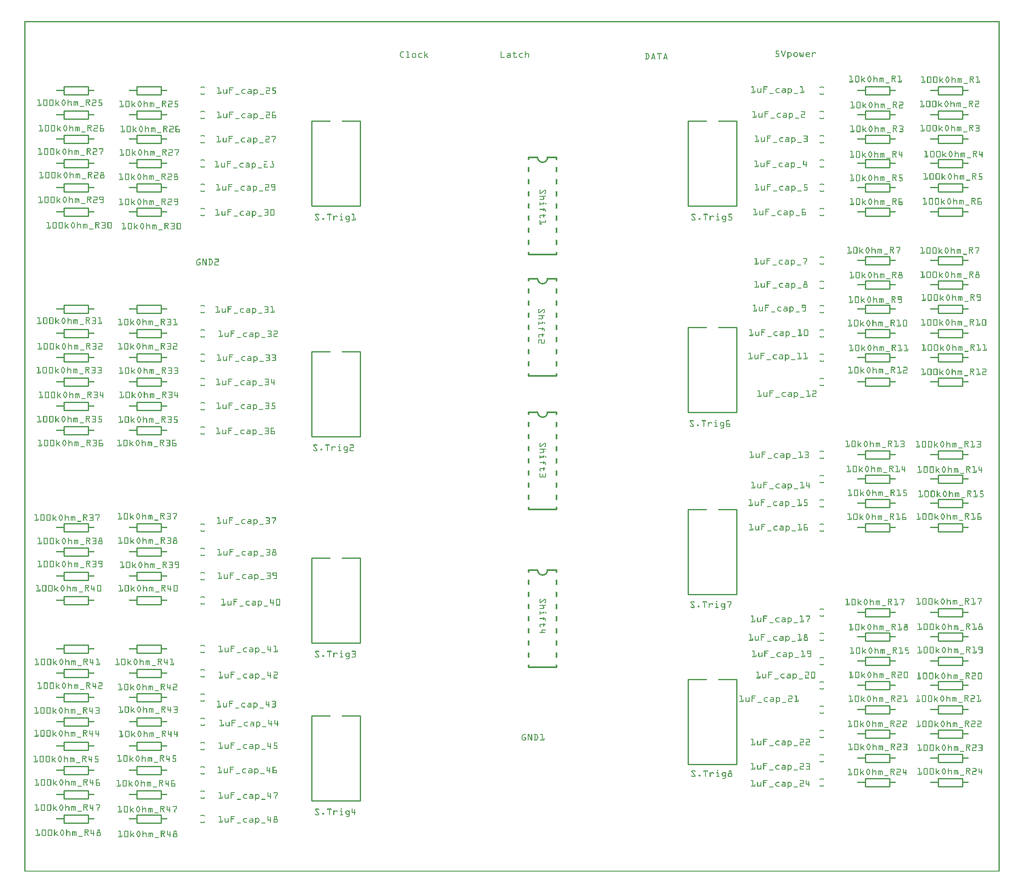
<source format=gto>
G04 MADE WITH FRITZING*
G04 WWW.FRITZING.ORG*
G04 DOUBLE SIDED*
G04 HOLES PLATED*
G04 CONTOUR ON CENTER OF CONTOUR VECTOR*
%ASAXBY*%
%FSLAX23Y23*%
%MOIN*%
%OFA0B0*%
%SFA1.0B1.0*%
%ADD10C,0.012000*%
%ADD11C,0.010000*%
%ADD12R,0.001000X0.001000*%
%LNSILK1*%
G90*
G70*
G54D10*
X4383Y1685D02*
X4153Y1685D01*
D02*
X4383Y2485D02*
X4308Y2485D01*
D02*
X4153Y2485D02*
X4228Y2485D01*
D02*
X4383Y2985D02*
X4153Y2985D01*
D02*
X4383Y3785D02*
X4308Y3785D01*
D02*
X4153Y3785D02*
X4228Y3785D01*
D02*
X4383Y4085D02*
X4153Y4085D01*
D02*
X4383Y4885D02*
X4308Y4885D01*
D02*
X4153Y4885D02*
X4228Y4885D01*
D02*
X4383Y5085D02*
X4153Y5085D01*
D02*
X4383Y5885D02*
X4308Y5885D01*
D02*
X4153Y5885D02*
X4228Y5885D01*
G54D11*
D02*
X2368Y2585D02*
X2368Y1885D01*
D02*
X2368Y1885D02*
X2768Y1885D01*
D02*
X2768Y1885D02*
X2768Y2585D01*
D02*
X2368Y2585D02*
X2518Y2585D01*
D02*
X2618Y2585D02*
X2768Y2585D01*
D02*
X5468Y1585D02*
X5468Y885D01*
D02*
X5468Y885D02*
X5868Y885D01*
D02*
X5868Y885D02*
X5868Y1585D01*
D02*
X5468Y1585D02*
X5618Y1585D01*
D02*
X5718Y1585D02*
X5868Y1585D01*
D02*
X5468Y2985D02*
X5468Y2285D01*
D02*
X5468Y2285D02*
X5868Y2285D01*
D02*
X5868Y2285D02*
X5868Y2985D01*
D02*
X5468Y2985D02*
X5618Y2985D01*
D02*
X5718Y2985D02*
X5868Y2985D01*
D02*
X5468Y4485D02*
X5468Y3785D01*
D02*
X5468Y3785D02*
X5868Y3785D01*
D02*
X5868Y3785D02*
X5868Y4485D01*
D02*
X5468Y4485D02*
X5618Y4485D01*
D02*
X5718Y4485D02*
X5868Y4485D01*
D02*
X5468Y6185D02*
X5468Y5485D01*
D02*
X5468Y5485D02*
X5868Y5485D01*
D02*
X5868Y5485D02*
X5868Y6185D01*
D02*
X5468Y6185D02*
X5618Y6185D01*
D02*
X5718Y6185D02*
X5868Y6185D01*
D02*
X2368Y1285D02*
X2368Y585D01*
D02*
X2368Y585D02*
X2768Y585D01*
D02*
X2768Y585D02*
X2768Y1285D01*
D02*
X2368Y1285D02*
X2518Y1285D01*
D02*
X2618Y1285D02*
X2768Y1285D01*
D02*
X2368Y4285D02*
X2368Y3585D01*
D02*
X2368Y3585D02*
X2768Y3585D01*
D02*
X2768Y3585D02*
X2768Y4285D01*
D02*
X2368Y4285D02*
X2518Y4285D01*
D02*
X2618Y4285D02*
X2768Y4285D01*
D02*
X2368Y6185D02*
X2368Y5485D01*
D02*
X2368Y5485D02*
X2768Y5485D01*
D02*
X2768Y5485D02*
X2768Y6185D01*
D02*
X2368Y6185D02*
X2518Y6185D01*
D02*
X2618Y6185D02*
X2768Y6185D01*
D02*
X928Y468D02*
X1128Y468D01*
D02*
X1128Y468D02*
X1128Y402D01*
D02*
X1128Y402D02*
X928Y402D01*
D02*
X928Y402D02*
X928Y468D01*
D02*
X328Y468D02*
X528Y468D01*
D02*
X528Y468D02*
X528Y402D01*
D02*
X528Y402D02*
X328Y402D01*
D02*
X328Y402D02*
X328Y468D01*
D02*
X328Y668D02*
X528Y668D01*
D02*
X528Y668D02*
X528Y602D01*
D02*
X528Y602D02*
X328Y602D01*
D02*
X328Y602D02*
X328Y668D01*
D02*
X328Y868D02*
X528Y868D01*
D02*
X528Y868D02*
X528Y802D01*
D02*
X528Y802D02*
X328Y802D01*
D02*
X328Y802D02*
X328Y868D01*
D02*
X328Y1068D02*
X528Y1068D01*
D02*
X528Y1068D02*
X528Y1002D01*
D02*
X528Y1002D02*
X328Y1002D01*
D02*
X328Y1002D02*
X328Y1068D01*
D02*
X328Y1268D02*
X528Y1268D01*
D02*
X528Y1268D02*
X528Y1202D01*
D02*
X528Y1202D02*
X328Y1202D01*
D02*
X328Y1202D02*
X328Y1268D01*
D02*
X328Y1468D02*
X528Y1468D01*
D02*
X528Y1468D02*
X528Y1402D01*
D02*
X528Y1402D02*
X328Y1402D01*
D02*
X328Y1402D02*
X328Y1468D01*
D02*
X328Y1668D02*
X528Y1668D01*
D02*
X528Y1668D02*
X528Y1602D01*
D02*
X528Y1602D02*
X328Y1602D01*
D02*
X328Y1602D02*
X328Y1668D01*
D02*
X328Y1868D02*
X528Y1868D01*
D02*
X528Y1868D02*
X528Y1802D01*
D02*
X528Y1802D02*
X328Y1802D01*
D02*
X328Y1802D02*
X328Y1868D01*
D02*
X328Y2268D02*
X528Y2268D01*
D02*
X528Y2268D02*
X528Y2202D01*
D02*
X528Y2202D02*
X328Y2202D01*
D02*
X328Y2202D02*
X328Y2268D01*
D02*
X328Y2468D02*
X528Y2468D01*
D02*
X528Y2468D02*
X528Y2402D01*
D02*
X528Y2402D02*
X328Y2402D01*
D02*
X328Y2402D02*
X328Y2468D01*
D02*
X328Y2668D02*
X528Y2668D01*
D02*
X528Y2668D02*
X528Y2602D01*
D02*
X528Y2602D02*
X328Y2602D01*
D02*
X328Y2602D02*
X328Y2668D01*
D02*
X328Y2868D02*
X528Y2868D01*
D02*
X528Y2868D02*
X528Y2802D01*
D02*
X528Y2802D02*
X328Y2802D01*
D02*
X328Y2802D02*
X328Y2868D01*
D02*
X328Y3668D02*
X528Y3668D01*
D02*
X528Y3668D02*
X528Y3602D01*
D02*
X528Y3602D02*
X328Y3602D01*
D02*
X328Y3602D02*
X328Y3668D01*
D02*
X328Y3868D02*
X528Y3868D01*
D02*
X528Y3868D02*
X528Y3802D01*
D02*
X528Y3802D02*
X328Y3802D01*
D02*
X328Y3802D02*
X328Y3868D01*
D02*
X328Y4068D02*
X528Y4068D01*
D02*
X528Y4068D02*
X528Y4002D01*
D02*
X528Y4002D02*
X328Y4002D01*
D02*
X328Y4002D02*
X328Y4068D01*
D02*
X328Y4268D02*
X528Y4268D01*
D02*
X528Y4268D02*
X528Y4202D01*
D02*
X528Y4202D02*
X328Y4202D01*
D02*
X328Y4202D02*
X328Y4268D01*
D02*
X328Y4468D02*
X528Y4468D01*
D02*
X528Y4468D02*
X528Y4402D01*
D02*
X528Y4402D02*
X328Y4402D01*
D02*
X328Y4402D02*
X328Y4468D01*
D02*
X328Y4668D02*
X528Y4668D01*
D02*
X528Y4668D02*
X528Y4602D01*
D02*
X528Y4602D02*
X328Y4602D01*
D02*
X328Y4602D02*
X328Y4668D01*
D02*
X328Y5468D02*
X528Y5468D01*
D02*
X528Y5468D02*
X528Y5402D01*
D02*
X528Y5402D02*
X328Y5402D01*
D02*
X328Y5402D02*
X328Y5468D01*
D02*
X328Y5668D02*
X528Y5668D01*
D02*
X528Y5668D02*
X528Y5602D01*
D02*
X528Y5602D02*
X328Y5602D01*
D02*
X328Y5602D02*
X328Y5668D01*
D02*
X328Y5868D02*
X528Y5868D01*
D02*
X528Y5868D02*
X528Y5802D01*
D02*
X528Y5802D02*
X328Y5802D01*
D02*
X328Y5802D02*
X328Y5868D01*
D02*
X328Y6068D02*
X528Y6068D01*
D02*
X528Y6068D02*
X528Y6002D01*
D02*
X528Y6002D02*
X328Y6002D01*
D02*
X328Y6002D02*
X328Y6068D01*
D02*
X328Y6268D02*
X528Y6268D01*
D02*
X528Y6268D02*
X528Y6202D01*
D02*
X528Y6202D02*
X328Y6202D01*
D02*
X328Y6202D02*
X328Y6268D01*
D02*
X328Y6468D02*
X528Y6468D01*
D02*
X528Y6468D02*
X528Y6402D01*
D02*
X528Y6402D02*
X328Y6402D01*
D02*
X328Y6402D02*
X328Y6468D01*
D02*
X7528Y768D02*
X7728Y768D01*
D02*
X7728Y768D02*
X7728Y702D01*
D02*
X7728Y702D02*
X7528Y702D01*
D02*
X7528Y702D02*
X7528Y768D01*
D02*
X7528Y968D02*
X7728Y968D01*
D02*
X7728Y968D02*
X7728Y902D01*
D02*
X7728Y902D02*
X7528Y902D01*
D02*
X7528Y902D02*
X7528Y968D01*
D02*
X7528Y1168D02*
X7728Y1168D01*
D02*
X7728Y1168D02*
X7728Y1102D01*
D02*
X7728Y1102D02*
X7528Y1102D01*
D02*
X7528Y1102D02*
X7528Y1168D01*
D02*
X7528Y1368D02*
X7728Y1368D01*
D02*
X7728Y1368D02*
X7728Y1302D01*
D02*
X7728Y1302D02*
X7528Y1302D01*
D02*
X7528Y1302D02*
X7528Y1368D01*
D02*
X7528Y1568D02*
X7728Y1568D01*
D02*
X7728Y1568D02*
X7728Y1502D01*
D02*
X7728Y1502D02*
X7528Y1502D01*
D02*
X7528Y1502D02*
X7528Y1568D01*
D02*
X7528Y1768D02*
X7728Y1768D01*
D02*
X7728Y1768D02*
X7728Y1702D01*
D02*
X7728Y1702D02*
X7528Y1702D01*
D02*
X7528Y1702D02*
X7528Y1768D01*
D02*
X7528Y1968D02*
X7728Y1968D01*
D02*
X7728Y1968D02*
X7728Y1902D01*
D02*
X7728Y1902D02*
X7528Y1902D01*
D02*
X7528Y1902D02*
X7528Y1968D01*
D02*
X7528Y2168D02*
X7728Y2168D01*
D02*
X7728Y2168D02*
X7728Y2102D01*
D02*
X7728Y2102D02*
X7528Y2102D01*
D02*
X7528Y2102D02*
X7528Y2168D01*
D02*
X7528Y2868D02*
X7728Y2868D01*
D02*
X7728Y2868D02*
X7728Y2802D01*
D02*
X7728Y2802D02*
X7528Y2802D01*
D02*
X7528Y2802D02*
X7528Y2868D01*
D02*
X7528Y3068D02*
X7728Y3068D01*
D02*
X7728Y3068D02*
X7728Y3002D01*
D02*
X7728Y3002D02*
X7528Y3002D01*
D02*
X7528Y3002D02*
X7528Y3068D01*
D02*
X7528Y3268D02*
X7728Y3268D01*
D02*
X7728Y3268D02*
X7728Y3202D01*
D02*
X7728Y3202D02*
X7528Y3202D01*
D02*
X7528Y3202D02*
X7528Y3268D01*
D02*
X7528Y3468D02*
X7728Y3468D01*
D02*
X7728Y3468D02*
X7728Y3402D01*
D02*
X7728Y3402D02*
X7528Y3402D01*
D02*
X7528Y3402D02*
X7528Y3468D01*
D02*
X7528Y4068D02*
X7728Y4068D01*
D02*
X7728Y4068D02*
X7728Y4002D01*
D02*
X7728Y4002D02*
X7528Y4002D01*
D02*
X7528Y4002D02*
X7528Y4068D01*
D02*
X7528Y4268D02*
X7728Y4268D01*
D02*
X7728Y4268D02*
X7728Y4202D01*
D02*
X7728Y4202D02*
X7528Y4202D01*
D02*
X7528Y4202D02*
X7528Y4268D01*
D02*
X7528Y4468D02*
X7728Y4468D01*
D02*
X7728Y4468D02*
X7728Y4402D01*
D02*
X7728Y4402D02*
X7528Y4402D01*
D02*
X7528Y4402D02*
X7528Y4468D01*
D02*
X7528Y4668D02*
X7728Y4668D01*
D02*
X7728Y4668D02*
X7728Y4602D01*
D02*
X7728Y4602D02*
X7528Y4602D01*
D02*
X7528Y4602D02*
X7528Y4668D01*
D02*
X7528Y4868D02*
X7728Y4868D01*
D02*
X7728Y4868D02*
X7728Y4802D01*
D02*
X7728Y4802D02*
X7528Y4802D01*
D02*
X7528Y4802D02*
X7528Y4868D01*
D02*
X7528Y5068D02*
X7728Y5068D01*
D02*
X7728Y5068D02*
X7728Y5002D01*
D02*
X7728Y5002D02*
X7528Y5002D01*
D02*
X7528Y5002D02*
X7528Y5068D01*
D02*
X7528Y5468D02*
X7728Y5468D01*
D02*
X7728Y5468D02*
X7728Y5402D01*
D02*
X7728Y5402D02*
X7528Y5402D01*
D02*
X7528Y5402D02*
X7528Y5468D01*
D02*
X7528Y5668D02*
X7728Y5668D01*
D02*
X7728Y5668D02*
X7728Y5602D01*
D02*
X7728Y5602D02*
X7528Y5602D01*
D02*
X7528Y5602D02*
X7528Y5668D01*
D02*
X7528Y5868D02*
X7728Y5868D01*
D02*
X7728Y5868D02*
X7728Y5802D01*
D02*
X7728Y5802D02*
X7528Y5802D01*
D02*
X7528Y5802D02*
X7528Y5868D01*
D02*
X7528Y6068D02*
X7728Y6068D01*
D02*
X7728Y6068D02*
X7728Y6002D01*
D02*
X7728Y6002D02*
X7528Y6002D01*
D02*
X7528Y6002D02*
X7528Y6068D01*
D02*
X7528Y6268D02*
X7728Y6268D01*
D02*
X7728Y6268D02*
X7728Y6202D01*
D02*
X7728Y6202D02*
X7528Y6202D01*
D02*
X7528Y6202D02*
X7528Y6268D01*
D02*
X7528Y6468D02*
X7728Y6468D01*
D02*
X7728Y6468D02*
X7728Y6402D01*
D02*
X7728Y6402D02*
X7528Y6402D01*
D02*
X7528Y6402D02*
X7528Y6468D01*
D02*
X928Y668D02*
X1128Y668D01*
D02*
X1128Y668D02*
X1128Y602D01*
D02*
X1128Y602D02*
X928Y602D01*
D02*
X928Y602D02*
X928Y668D01*
D02*
X928Y868D02*
X1128Y868D01*
D02*
X1128Y868D02*
X1128Y802D01*
D02*
X1128Y802D02*
X928Y802D01*
D02*
X928Y802D02*
X928Y868D01*
D02*
X928Y1068D02*
X1128Y1068D01*
D02*
X1128Y1068D02*
X1128Y1002D01*
D02*
X1128Y1002D02*
X928Y1002D01*
D02*
X928Y1002D02*
X928Y1068D01*
D02*
X928Y1268D02*
X1128Y1268D01*
D02*
X1128Y1268D02*
X1128Y1202D01*
D02*
X1128Y1202D02*
X928Y1202D01*
D02*
X928Y1202D02*
X928Y1268D01*
D02*
X928Y1468D02*
X1128Y1468D01*
D02*
X1128Y1468D02*
X1128Y1402D01*
D02*
X1128Y1402D02*
X928Y1402D01*
D02*
X928Y1402D02*
X928Y1468D01*
D02*
X928Y1668D02*
X1128Y1668D01*
D02*
X1128Y1668D02*
X1128Y1602D01*
D02*
X1128Y1602D02*
X928Y1602D01*
D02*
X928Y1602D02*
X928Y1668D01*
D02*
X928Y1868D02*
X1128Y1868D01*
D02*
X1128Y1868D02*
X1128Y1802D01*
D02*
X1128Y1802D02*
X928Y1802D01*
D02*
X928Y1802D02*
X928Y1868D01*
D02*
X928Y2268D02*
X1128Y2268D01*
D02*
X1128Y2268D02*
X1128Y2202D01*
D02*
X1128Y2202D02*
X928Y2202D01*
D02*
X928Y2202D02*
X928Y2268D01*
D02*
X928Y2468D02*
X1128Y2468D01*
D02*
X1128Y2468D02*
X1128Y2402D01*
D02*
X1128Y2402D02*
X928Y2402D01*
D02*
X928Y2402D02*
X928Y2468D01*
D02*
X928Y2668D02*
X1128Y2668D01*
D02*
X1128Y2668D02*
X1128Y2602D01*
D02*
X1128Y2602D02*
X928Y2602D01*
D02*
X928Y2602D02*
X928Y2668D01*
D02*
X928Y2868D02*
X1128Y2868D01*
D02*
X1128Y2868D02*
X1128Y2802D01*
D02*
X1128Y2802D02*
X928Y2802D01*
D02*
X928Y2802D02*
X928Y2868D01*
D02*
X928Y3668D02*
X1128Y3668D01*
D02*
X1128Y3668D02*
X1128Y3602D01*
D02*
X1128Y3602D02*
X928Y3602D01*
D02*
X928Y3602D02*
X928Y3668D01*
D02*
X928Y3868D02*
X1128Y3868D01*
D02*
X1128Y3868D02*
X1128Y3802D01*
D02*
X1128Y3802D02*
X928Y3802D01*
D02*
X928Y3802D02*
X928Y3868D01*
D02*
X928Y4068D02*
X1128Y4068D01*
D02*
X1128Y4068D02*
X1128Y4002D01*
D02*
X1128Y4002D02*
X928Y4002D01*
D02*
X928Y4002D02*
X928Y4068D01*
D02*
X928Y4268D02*
X1128Y4268D01*
D02*
X1128Y4268D02*
X1128Y4202D01*
D02*
X1128Y4202D02*
X928Y4202D01*
D02*
X928Y4202D02*
X928Y4268D01*
D02*
X928Y4468D02*
X1128Y4468D01*
D02*
X1128Y4468D02*
X1128Y4402D01*
D02*
X1128Y4402D02*
X928Y4402D01*
D02*
X928Y4402D02*
X928Y4468D01*
D02*
X928Y4668D02*
X1128Y4668D01*
D02*
X1128Y4668D02*
X1128Y4602D01*
D02*
X1128Y4602D02*
X928Y4602D01*
D02*
X928Y4602D02*
X928Y4668D01*
D02*
X928Y5468D02*
X1128Y5468D01*
D02*
X1128Y5468D02*
X1128Y5402D01*
D02*
X1128Y5402D02*
X928Y5402D01*
D02*
X928Y5402D02*
X928Y5468D01*
D02*
X928Y5668D02*
X1128Y5668D01*
D02*
X1128Y5668D02*
X1128Y5602D01*
D02*
X1128Y5602D02*
X928Y5602D01*
D02*
X928Y5602D02*
X928Y5668D01*
D02*
X928Y5868D02*
X1128Y5868D01*
D02*
X1128Y5868D02*
X1128Y5802D01*
D02*
X1128Y5802D02*
X928Y5802D01*
D02*
X928Y5802D02*
X928Y5868D01*
D02*
X928Y6068D02*
X1128Y6068D01*
D02*
X1128Y6068D02*
X1128Y6002D01*
D02*
X1128Y6002D02*
X928Y6002D01*
D02*
X928Y6002D02*
X928Y6068D01*
D02*
X928Y6268D02*
X1128Y6268D01*
D02*
X1128Y6268D02*
X1128Y6202D01*
D02*
X1128Y6202D02*
X928Y6202D01*
D02*
X928Y6202D02*
X928Y6268D01*
D02*
X928Y6468D02*
X1128Y6468D01*
D02*
X1128Y6468D02*
X1128Y6402D01*
D02*
X1128Y6402D02*
X928Y6402D01*
D02*
X928Y6402D02*
X928Y6468D01*
D02*
X6928Y768D02*
X7128Y768D01*
D02*
X7128Y768D02*
X7128Y702D01*
D02*
X7128Y702D02*
X6928Y702D01*
D02*
X6928Y702D02*
X6928Y768D01*
D02*
X6928Y968D02*
X7128Y968D01*
D02*
X7128Y968D02*
X7128Y902D01*
D02*
X7128Y902D02*
X6928Y902D01*
D02*
X6928Y902D02*
X6928Y968D01*
D02*
X6928Y1168D02*
X7128Y1168D01*
D02*
X7128Y1168D02*
X7128Y1102D01*
D02*
X7128Y1102D02*
X6928Y1102D01*
D02*
X6928Y1102D02*
X6928Y1168D01*
D02*
X6928Y1368D02*
X7128Y1368D01*
D02*
X7128Y1368D02*
X7128Y1302D01*
D02*
X7128Y1302D02*
X6928Y1302D01*
D02*
X6928Y1302D02*
X6928Y1368D01*
D02*
X6928Y1568D02*
X7128Y1568D01*
D02*
X7128Y1568D02*
X7128Y1502D01*
D02*
X7128Y1502D02*
X6928Y1502D01*
D02*
X6928Y1502D02*
X6928Y1568D01*
D02*
X6928Y1768D02*
X7128Y1768D01*
D02*
X7128Y1768D02*
X7128Y1702D01*
D02*
X7128Y1702D02*
X6928Y1702D01*
D02*
X6928Y1702D02*
X6928Y1768D01*
D02*
X6928Y1968D02*
X7128Y1968D01*
D02*
X7128Y1968D02*
X7128Y1902D01*
D02*
X7128Y1902D02*
X6928Y1902D01*
D02*
X6928Y1902D02*
X6928Y1968D01*
D02*
X6928Y2168D02*
X7128Y2168D01*
D02*
X7128Y2168D02*
X7128Y2102D01*
D02*
X7128Y2102D02*
X6928Y2102D01*
D02*
X6928Y2102D02*
X6928Y2168D01*
D02*
X6928Y2868D02*
X7128Y2868D01*
D02*
X7128Y2868D02*
X7128Y2802D01*
D02*
X7128Y2802D02*
X6928Y2802D01*
D02*
X6928Y2802D02*
X6928Y2868D01*
D02*
X6928Y3068D02*
X7128Y3068D01*
D02*
X7128Y3068D02*
X7128Y3002D01*
D02*
X7128Y3002D02*
X6928Y3002D01*
D02*
X6928Y3002D02*
X6928Y3068D01*
D02*
X6928Y3268D02*
X7128Y3268D01*
D02*
X7128Y3268D02*
X7128Y3202D01*
D02*
X7128Y3202D02*
X6928Y3202D01*
D02*
X6928Y3202D02*
X6928Y3268D01*
D02*
X6928Y3468D02*
X7128Y3468D01*
D02*
X7128Y3468D02*
X7128Y3402D01*
D02*
X7128Y3402D02*
X6928Y3402D01*
D02*
X6928Y3402D02*
X6928Y3468D01*
D02*
X6928Y4068D02*
X7128Y4068D01*
D02*
X7128Y4068D02*
X7128Y4002D01*
D02*
X7128Y4002D02*
X6928Y4002D01*
D02*
X6928Y4002D02*
X6928Y4068D01*
D02*
X6928Y4268D02*
X7128Y4268D01*
D02*
X7128Y4268D02*
X7128Y4202D01*
D02*
X7128Y4202D02*
X6928Y4202D01*
D02*
X6928Y4202D02*
X6928Y4268D01*
D02*
X6928Y4468D02*
X7128Y4468D01*
D02*
X7128Y4468D02*
X7128Y4402D01*
D02*
X7128Y4402D02*
X6928Y4402D01*
D02*
X6928Y4402D02*
X6928Y4468D01*
D02*
X6928Y4668D02*
X7128Y4668D01*
D02*
X7128Y4668D02*
X7128Y4602D01*
D02*
X7128Y4602D02*
X6928Y4602D01*
D02*
X6928Y4602D02*
X6928Y4668D01*
D02*
X6928Y4868D02*
X7128Y4868D01*
D02*
X7128Y4868D02*
X7128Y4802D01*
D02*
X7128Y4802D02*
X6928Y4802D01*
D02*
X6928Y4802D02*
X6928Y4868D01*
D02*
X6928Y5068D02*
X7128Y5068D01*
D02*
X7128Y5068D02*
X7128Y5002D01*
D02*
X7128Y5002D02*
X6928Y5002D01*
D02*
X6928Y5002D02*
X6928Y5068D01*
D02*
X6928Y5468D02*
X7128Y5468D01*
D02*
X7128Y5468D02*
X7128Y5402D01*
D02*
X7128Y5402D02*
X6928Y5402D01*
D02*
X6928Y5402D02*
X6928Y5468D01*
D02*
X6928Y5668D02*
X7128Y5668D01*
D02*
X7128Y5668D02*
X7128Y5602D01*
D02*
X7128Y5602D02*
X6928Y5602D01*
D02*
X6928Y5602D02*
X6928Y5668D01*
D02*
X6928Y5868D02*
X7128Y5868D01*
D02*
X7128Y5868D02*
X7128Y5802D01*
D02*
X7128Y5802D02*
X6928Y5802D01*
D02*
X6928Y5802D02*
X6928Y5868D01*
D02*
X6928Y6068D02*
X7128Y6068D01*
D02*
X7128Y6068D02*
X7128Y6002D01*
D02*
X7128Y6002D02*
X6928Y6002D01*
D02*
X6928Y6002D02*
X6928Y6068D01*
D02*
X6928Y6268D02*
X7128Y6268D01*
D02*
X7128Y6268D02*
X7128Y6202D01*
D02*
X7128Y6202D02*
X6928Y6202D01*
D02*
X6928Y6202D02*
X6928Y6268D01*
D02*
X6928Y6468D02*
X7128Y6468D01*
D02*
X7128Y6468D02*
X7128Y6402D01*
D02*
X7128Y6402D02*
X6928Y6402D01*
D02*
X6928Y6402D02*
X6928Y6468D01*
G54D12*
X1Y7007D02*
X8031Y7007D01*
X1Y7006D02*
X8031Y7006D01*
X1Y7005D02*
X8031Y7005D01*
X1Y7004D02*
X8031Y7004D01*
X1Y7003D02*
X8031Y7003D01*
X1Y7002D02*
X8031Y7002D01*
X1Y7001D02*
X8031Y7001D01*
X1Y7000D02*
X8031Y7000D01*
X1Y6999D02*
X8Y6999D01*
X8024Y6999D02*
X8031Y6999D01*
X1Y6998D02*
X8Y6998D01*
X8024Y6998D02*
X8031Y6998D01*
X1Y6997D02*
X8Y6997D01*
X8024Y6997D02*
X8031Y6997D01*
X1Y6996D02*
X8Y6996D01*
X8024Y6996D02*
X8031Y6996D01*
X1Y6995D02*
X8Y6995D01*
X8024Y6995D02*
X8031Y6995D01*
X1Y6994D02*
X8Y6994D01*
X8024Y6994D02*
X8031Y6994D01*
X1Y6993D02*
X8Y6993D01*
X8024Y6993D02*
X8031Y6993D01*
X1Y6992D02*
X8Y6992D01*
X8024Y6992D02*
X8031Y6992D01*
X1Y6991D02*
X8Y6991D01*
X8024Y6991D02*
X8031Y6991D01*
X1Y6990D02*
X8Y6990D01*
X8024Y6990D02*
X8031Y6990D01*
X1Y6989D02*
X8Y6989D01*
X8024Y6989D02*
X8031Y6989D01*
X1Y6988D02*
X8Y6988D01*
X8024Y6988D02*
X8031Y6988D01*
X1Y6987D02*
X8Y6987D01*
X8024Y6987D02*
X8031Y6987D01*
X1Y6986D02*
X8Y6986D01*
X8024Y6986D02*
X8031Y6986D01*
X1Y6985D02*
X8Y6985D01*
X8024Y6985D02*
X8031Y6985D01*
X1Y6984D02*
X8Y6984D01*
X8024Y6984D02*
X8031Y6984D01*
X1Y6983D02*
X8Y6983D01*
X8024Y6983D02*
X8031Y6983D01*
X1Y6982D02*
X8Y6982D01*
X8024Y6982D02*
X8031Y6982D01*
X1Y6981D02*
X8Y6981D01*
X8024Y6981D02*
X8031Y6981D01*
X1Y6980D02*
X8Y6980D01*
X8024Y6980D02*
X8031Y6980D01*
X1Y6979D02*
X8Y6979D01*
X8024Y6979D02*
X8031Y6979D01*
X1Y6978D02*
X8Y6978D01*
X8024Y6978D02*
X8031Y6978D01*
X1Y6977D02*
X8Y6977D01*
X8024Y6977D02*
X8031Y6977D01*
X1Y6976D02*
X8Y6976D01*
X8024Y6976D02*
X8031Y6976D01*
X1Y6975D02*
X8Y6975D01*
X8024Y6975D02*
X8031Y6975D01*
X1Y6974D02*
X8Y6974D01*
X8024Y6974D02*
X8031Y6974D01*
X1Y6973D02*
X8Y6973D01*
X8024Y6973D02*
X8031Y6973D01*
X1Y6972D02*
X8Y6972D01*
X8024Y6972D02*
X8031Y6972D01*
X1Y6971D02*
X8Y6971D01*
X8024Y6971D02*
X8031Y6971D01*
X1Y6970D02*
X8Y6970D01*
X8024Y6970D02*
X8031Y6970D01*
X1Y6969D02*
X8Y6969D01*
X8024Y6969D02*
X8031Y6969D01*
X1Y6968D02*
X8Y6968D01*
X8024Y6968D02*
X8031Y6968D01*
X1Y6967D02*
X8Y6967D01*
X8024Y6967D02*
X8031Y6967D01*
X1Y6966D02*
X8Y6966D01*
X8024Y6966D02*
X8031Y6966D01*
X1Y6965D02*
X8Y6965D01*
X8024Y6965D02*
X8031Y6965D01*
X1Y6964D02*
X8Y6964D01*
X8024Y6964D02*
X8031Y6964D01*
X1Y6963D02*
X8Y6963D01*
X8024Y6963D02*
X8031Y6963D01*
X1Y6962D02*
X8Y6962D01*
X8024Y6962D02*
X8031Y6962D01*
X1Y6961D02*
X8Y6961D01*
X8024Y6961D02*
X8031Y6961D01*
X1Y6960D02*
X8Y6960D01*
X8024Y6960D02*
X8031Y6960D01*
X1Y6959D02*
X8Y6959D01*
X8024Y6959D02*
X8031Y6959D01*
X1Y6958D02*
X8Y6958D01*
X8024Y6958D02*
X8031Y6958D01*
X1Y6957D02*
X8Y6957D01*
X8024Y6957D02*
X8031Y6957D01*
X1Y6956D02*
X8Y6956D01*
X8024Y6956D02*
X8031Y6956D01*
X1Y6955D02*
X8Y6955D01*
X8024Y6955D02*
X8031Y6955D01*
X1Y6954D02*
X8Y6954D01*
X8024Y6954D02*
X8031Y6954D01*
X1Y6953D02*
X8Y6953D01*
X8024Y6953D02*
X8031Y6953D01*
X1Y6952D02*
X8Y6952D01*
X8024Y6952D02*
X8031Y6952D01*
X1Y6951D02*
X8Y6951D01*
X8024Y6951D02*
X8031Y6951D01*
X1Y6950D02*
X8Y6950D01*
X8024Y6950D02*
X8031Y6950D01*
X1Y6949D02*
X8Y6949D01*
X8024Y6949D02*
X8031Y6949D01*
X1Y6948D02*
X8Y6948D01*
X8024Y6948D02*
X8031Y6948D01*
X1Y6947D02*
X8Y6947D01*
X8024Y6947D02*
X8031Y6947D01*
X1Y6946D02*
X8Y6946D01*
X8024Y6946D02*
X8031Y6946D01*
X1Y6945D02*
X8Y6945D01*
X8024Y6945D02*
X8031Y6945D01*
X1Y6944D02*
X8Y6944D01*
X8024Y6944D02*
X8031Y6944D01*
X1Y6943D02*
X8Y6943D01*
X8024Y6943D02*
X8031Y6943D01*
X1Y6942D02*
X8Y6942D01*
X8024Y6942D02*
X8031Y6942D01*
X1Y6941D02*
X8Y6941D01*
X8024Y6941D02*
X8031Y6941D01*
X1Y6940D02*
X8Y6940D01*
X8024Y6940D02*
X8031Y6940D01*
X1Y6939D02*
X8Y6939D01*
X8024Y6939D02*
X8031Y6939D01*
X1Y6938D02*
X8Y6938D01*
X8024Y6938D02*
X8031Y6938D01*
X1Y6937D02*
X8Y6937D01*
X8024Y6937D02*
X8031Y6937D01*
X1Y6936D02*
X8Y6936D01*
X8024Y6936D02*
X8031Y6936D01*
X1Y6935D02*
X8Y6935D01*
X8024Y6935D02*
X8031Y6935D01*
X1Y6934D02*
X8Y6934D01*
X8024Y6934D02*
X8031Y6934D01*
X1Y6933D02*
X8Y6933D01*
X8024Y6933D02*
X8031Y6933D01*
X1Y6932D02*
X8Y6932D01*
X8024Y6932D02*
X8031Y6932D01*
X1Y6931D02*
X8Y6931D01*
X8024Y6931D02*
X8031Y6931D01*
X1Y6930D02*
X8Y6930D01*
X8024Y6930D02*
X8031Y6930D01*
X1Y6929D02*
X8Y6929D01*
X8024Y6929D02*
X8031Y6929D01*
X1Y6928D02*
X8Y6928D01*
X8024Y6928D02*
X8031Y6928D01*
X1Y6927D02*
X8Y6927D01*
X8024Y6927D02*
X8031Y6927D01*
X1Y6926D02*
X8Y6926D01*
X8024Y6926D02*
X8031Y6926D01*
X1Y6925D02*
X8Y6925D01*
X8024Y6925D02*
X8031Y6925D01*
X1Y6924D02*
X8Y6924D01*
X8024Y6924D02*
X8031Y6924D01*
X1Y6923D02*
X8Y6923D01*
X8024Y6923D02*
X8031Y6923D01*
X1Y6922D02*
X8Y6922D01*
X8024Y6922D02*
X8031Y6922D01*
X1Y6921D02*
X8Y6921D01*
X8024Y6921D02*
X8031Y6921D01*
X1Y6920D02*
X8Y6920D01*
X8024Y6920D02*
X8031Y6920D01*
X1Y6919D02*
X8Y6919D01*
X8024Y6919D02*
X8031Y6919D01*
X1Y6918D02*
X8Y6918D01*
X8024Y6918D02*
X8031Y6918D01*
X1Y6917D02*
X8Y6917D01*
X8024Y6917D02*
X8031Y6917D01*
X1Y6916D02*
X8Y6916D01*
X8024Y6916D02*
X8031Y6916D01*
X1Y6915D02*
X8Y6915D01*
X8024Y6915D02*
X8031Y6915D01*
X1Y6914D02*
X8Y6914D01*
X8024Y6914D02*
X8031Y6914D01*
X1Y6913D02*
X8Y6913D01*
X8024Y6913D02*
X8031Y6913D01*
X1Y6912D02*
X8Y6912D01*
X8024Y6912D02*
X8031Y6912D01*
X1Y6911D02*
X8Y6911D01*
X8024Y6911D02*
X8031Y6911D01*
X1Y6910D02*
X8Y6910D01*
X8024Y6910D02*
X8031Y6910D01*
X1Y6909D02*
X8Y6909D01*
X8024Y6909D02*
X8031Y6909D01*
X1Y6908D02*
X8Y6908D01*
X8024Y6908D02*
X8031Y6908D01*
X1Y6907D02*
X8Y6907D01*
X8024Y6907D02*
X8031Y6907D01*
X1Y6906D02*
X8Y6906D01*
X8024Y6906D02*
X8031Y6906D01*
X1Y6905D02*
X8Y6905D01*
X8024Y6905D02*
X8031Y6905D01*
X1Y6904D02*
X8Y6904D01*
X8024Y6904D02*
X8031Y6904D01*
X1Y6903D02*
X8Y6903D01*
X8024Y6903D02*
X8031Y6903D01*
X1Y6902D02*
X8Y6902D01*
X8024Y6902D02*
X8031Y6902D01*
X1Y6901D02*
X8Y6901D01*
X8024Y6901D02*
X8031Y6901D01*
X1Y6900D02*
X8Y6900D01*
X8024Y6900D02*
X8031Y6900D01*
X1Y6899D02*
X8Y6899D01*
X8024Y6899D02*
X8031Y6899D01*
X1Y6898D02*
X8Y6898D01*
X8024Y6898D02*
X8031Y6898D01*
X1Y6897D02*
X8Y6897D01*
X8024Y6897D02*
X8031Y6897D01*
X1Y6896D02*
X8Y6896D01*
X8024Y6896D02*
X8031Y6896D01*
X1Y6895D02*
X8Y6895D01*
X8024Y6895D02*
X8031Y6895D01*
X1Y6894D02*
X8Y6894D01*
X8024Y6894D02*
X8031Y6894D01*
X1Y6893D02*
X8Y6893D01*
X8024Y6893D02*
X8031Y6893D01*
X1Y6892D02*
X8Y6892D01*
X8024Y6892D02*
X8031Y6892D01*
X1Y6891D02*
X8Y6891D01*
X8024Y6891D02*
X8031Y6891D01*
X1Y6890D02*
X8Y6890D01*
X8024Y6890D02*
X8031Y6890D01*
X1Y6889D02*
X8Y6889D01*
X8024Y6889D02*
X8031Y6889D01*
X1Y6888D02*
X8Y6888D01*
X8024Y6888D02*
X8031Y6888D01*
X1Y6887D02*
X8Y6887D01*
X8024Y6887D02*
X8031Y6887D01*
X1Y6886D02*
X8Y6886D01*
X8024Y6886D02*
X8031Y6886D01*
X1Y6885D02*
X8Y6885D01*
X8024Y6885D02*
X8031Y6885D01*
X1Y6884D02*
X8Y6884D01*
X8024Y6884D02*
X8031Y6884D01*
X1Y6883D02*
X8Y6883D01*
X8024Y6883D02*
X8031Y6883D01*
X1Y6882D02*
X8Y6882D01*
X8024Y6882D02*
X8031Y6882D01*
X1Y6881D02*
X8Y6881D01*
X8024Y6881D02*
X8031Y6881D01*
X1Y6880D02*
X8Y6880D01*
X8024Y6880D02*
X8031Y6880D01*
X1Y6879D02*
X8Y6879D01*
X8024Y6879D02*
X8031Y6879D01*
X1Y6878D02*
X8Y6878D01*
X8024Y6878D02*
X8031Y6878D01*
X1Y6877D02*
X8Y6877D01*
X8024Y6877D02*
X8031Y6877D01*
X1Y6876D02*
X8Y6876D01*
X8024Y6876D02*
X8031Y6876D01*
X1Y6875D02*
X8Y6875D01*
X8024Y6875D02*
X8031Y6875D01*
X1Y6874D02*
X8Y6874D01*
X8024Y6874D02*
X8031Y6874D01*
X1Y6873D02*
X8Y6873D01*
X8024Y6873D02*
X8031Y6873D01*
X1Y6872D02*
X8Y6872D01*
X8024Y6872D02*
X8031Y6872D01*
X1Y6871D02*
X8Y6871D01*
X8024Y6871D02*
X8031Y6871D01*
X1Y6870D02*
X8Y6870D01*
X8024Y6870D02*
X8031Y6870D01*
X1Y6869D02*
X8Y6869D01*
X8024Y6869D02*
X8031Y6869D01*
X1Y6868D02*
X8Y6868D01*
X8024Y6868D02*
X8031Y6868D01*
X1Y6867D02*
X8Y6867D01*
X8024Y6867D02*
X8031Y6867D01*
X1Y6866D02*
X8Y6866D01*
X8024Y6866D02*
X8031Y6866D01*
X1Y6865D02*
X8Y6865D01*
X8024Y6865D02*
X8031Y6865D01*
X1Y6864D02*
X8Y6864D01*
X8024Y6864D02*
X8031Y6864D01*
X1Y6863D02*
X8Y6863D01*
X8024Y6863D02*
X8031Y6863D01*
X1Y6862D02*
X8Y6862D01*
X8024Y6862D02*
X8031Y6862D01*
X1Y6861D02*
X8Y6861D01*
X8024Y6861D02*
X8031Y6861D01*
X1Y6860D02*
X8Y6860D01*
X8024Y6860D02*
X8031Y6860D01*
X1Y6859D02*
X8Y6859D01*
X8024Y6859D02*
X8031Y6859D01*
X1Y6858D02*
X8Y6858D01*
X8024Y6858D02*
X8031Y6858D01*
X1Y6857D02*
X8Y6857D01*
X8024Y6857D02*
X8031Y6857D01*
X1Y6856D02*
X8Y6856D01*
X8024Y6856D02*
X8031Y6856D01*
X1Y6855D02*
X8Y6855D01*
X8024Y6855D02*
X8031Y6855D01*
X1Y6854D02*
X8Y6854D01*
X8024Y6854D02*
X8031Y6854D01*
X1Y6853D02*
X8Y6853D01*
X8024Y6853D02*
X8031Y6853D01*
X1Y6852D02*
X8Y6852D01*
X8024Y6852D02*
X8031Y6852D01*
X1Y6851D02*
X8Y6851D01*
X8024Y6851D02*
X8031Y6851D01*
X1Y6850D02*
X8Y6850D01*
X8024Y6850D02*
X8031Y6850D01*
X1Y6849D02*
X8Y6849D01*
X8024Y6849D02*
X8031Y6849D01*
X1Y6848D02*
X8Y6848D01*
X8024Y6848D02*
X8031Y6848D01*
X1Y6847D02*
X8Y6847D01*
X8024Y6847D02*
X8031Y6847D01*
X1Y6846D02*
X8Y6846D01*
X8024Y6846D02*
X8031Y6846D01*
X1Y6845D02*
X8Y6845D01*
X8024Y6845D02*
X8031Y6845D01*
X1Y6844D02*
X8Y6844D01*
X8024Y6844D02*
X8031Y6844D01*
X1Y6843D02*
X8Y6843D01*
X8024Y6843D02*
X8031Y6843D01*
X1Y6842D02*
X8Y6842D01*
X8024Y6842D02*
X8031Y6842D01*
X1Y6841D02*
X8Y6841D01*
X8024Y6841D02*
X8031Y6841D01*
X1Y6840D02*
X8Y6840D01*
X8024Y6840D02*
X8031Y6840D01*
X1Y6839D02*
X8Y6839D01*
X8024Y6839D02*
X8031Y6839D01*
X1Y6838D02*
X8Y6838D01*
X8024Y6838D02*
X8031Y6838D01*
X1Y6837D02*
X8Y6837D01*
X8024Y6837D02*
X8031Y6837D01*
X1Y6836D02*
X8Y6836D01*
X8024Y6836D02*
X8031Y6836D01*
X1Y6835D02*
X8Y6835D01*
X8024Y6835D02*
X8031Y6835D01*
X1Y6834D02*
X8Y6834D01*
X8024Y6834D02*
X8031Y6834D01*
X1Y6833D02*
X8Y6833D01*
X8024Y6833D02*
X8031Y6833D01*
X1Y6832D02*
X8Y6832D01*
X8024Y6832D02*
X8031Y6832D01*
X1Y6831D02*
X8Y6831D01*
X8024Y6831D02*
X8031Y6831D01*
X1Y6830D02*
X8Y6830D01*
X8024Y6830D02*
X8031Y6830D01*
X1Y6829D02*
X8Y6829D01*
X8024Y6829D02*
X8031Y6829D01*
X1Y6828D02*
X8Y6828D01*
X8024Y6828D02*
X8031Y6828D01*
X1Y6827D02*
X8Y6827D01*
X8024Y6827D02*
X8031Y6827D01*
X1Y6826D02*
X8Y6826D01*
X8024Y6826D02*
X8031Y6826D01*
X1Y6825D02*
X8Y6825D01*
X8024Y6825D02*
X8031Y6825D01*
X1Y6824D02*
X8Y6824D01*
X8024Y6824D02*
X8031Y6824D01*
X1Y6823D02*
X8Y6823D01*
X8024Y6823D02*
X8031Y6823D01*
X1Y6822D02*
X8Y6822D01*
X8024Y6822D02*
X8031Y6822D01*
X1Y6821D02*
X8Y6821D01*
X8024Y6821D02*
X8031Y6821D01*
X1Y6820D02*
X8Y6820D01*
X8024Y6820D02*
X8031Y6820D01*
X1Y6819D02*
X8Y6819D01*
X8024Y6819D02*
X8031Y6819D01*
X1Y6818D02*
X8Y6818D01*
X8024Y6818D02*
X8031Y6818D01*
X1Y6817D02*
X8Y6817D01*
X8024Y6817D02*
X8031Y6817D01*
X1Y6816D02*
X8Y6816D01*
X8024Y6816D02*
X8031Y6816D01*
X1Y6815D02*
X8Y6815D01*
X8024Y6815D02*
X8031Y6815D01*
X1Y6814D02*
X8Y6814D01*
X8024Y6814D02*
X8031Y6814D01*
X1Y6813D02*
X8Y6813D01*
X8024Y6813D02*
X8031Y6813D01*
X1Y6812D02*
X8Y6812D01*
X8024Y6812D02*
X8031Y6812D01*
X1Y6811D02*
X8Y6811D01*
X8024Y6811D02*
X8031Y6811D01*
X1Y6810D02*
X8Y6810D01*
X8024Y6810D02*
X8031Y6810D01*
X1Y6809D02*
X8Y6809D01*
X8024Y6809D02*
X8031Y6809D01*
X1Y6808D02*
X8Y6808D01*
X8024Y6808D02*
X8031Y6808D01*
X1Y6807D02*
X8Y6807D01*
X8024Y6807D02*
X8031Y6807D01*
X1Y6806D02*
X8Y6806D01*
X8024Y6806D02*
X8031Y6806D01*
X1Y6805D02*
X8Y6805D01*
X8024Y6805D02*
X8031Y6805D01*
X1Y6804D02*
X8Y6804D01*
X8024Y6804D02*
X8031Y6804D01*
X1Y6803D02*
X8Y6803D01*
X8024Y6803D02*
X8031Y6803D01*
X1Y6802D02*
X8Y6802D01*
X8024Y6802D02*
X8031Y6802D01*
X1Y6801D02*
X8Y6801D01*
X8024Y6801D02*
X8031Y6801D01*
X1Y6800D02*
X8Y6800D01*
X8024Y6800D02*
X8031Y6800D01*
X1Y6799D02*
X8Y6799D01*
X8024Y6799D02*
X8031Y6799D01*
X1Y6798D02*
X8Y6798D01*
X8024Y6798D02*
X8031Y6798D01*
X1Y6797D02*
X8Y6797D01*
X8024Y6797D02*
X8031Y6797D01*
X1Y6796D02*
X8Y6796D01*
X8024Y6796D02*
X8031Y6796D01*
X1Y6795D02*
X8Y6795D01*
X8024Y6795D02*
X8031Y6795D01*
X1Y6794D02*
X8Y6794D01*
X8024Y6794D02*
X8031Y6794D01*
X1Y6793D02*
X8Y6793D01*
X8024Y6793D02*
X8031Y6793D01*
X1Y6792D02*
X8Y6792D01*
X8024Y6792D02*
X8031Y6792D01*
X1Y6791D02*
X8Y6791D01*
X8024Y6791D02*
X8031Y6791D01*
X1Y6790D02*
X8Y6790D01*
X8024Y6790D02*
X8031Y6790D01*
X1Y6789D02*
X8Y6789D01*
X8024Y6789D02*
X8031Y6789D01*
X1Y6788D02*
X8Y6788D01*
X8024Y6788D02*
X8031Y6788D01*
X1Y6787D02*
X8Y6787D01*
X8024Y6787D02*
X8031Y6787D01*
X1Y6786D02*
X8Y6786D01*
X8024Y6786D02*
X8031Y6786D01*
X1Y6785D02*
X8Y6785D01*
X8024Y6785D02*
X8031Y6785D01*
X1Y6784D02*
X8Y6784D01*
X8024Y6784D02*
X8031Y6784D01*
X1Y6783D02*
X8Y6783D01*
X8024Y6783D02*
X8031Y6783D01*
X1Y6782D02*
X8Y6782D01*
X8024Y6782D02*
X8031Y6782D01*
X1Y6781D02*
X8Y6781D01*
X8024Y6781D02*
X8031Y6781D01*
X1Y6780D02*
X8Y6780D01*
X8024Y6780D02*
X8031Y6780D01*
X1Y6779D02*
X8Y6779D01*
X8024Y6779D02*
X8031Y6779D01*
X1Y6778D02*
X8Y6778D01*
X8024Y6778D02*
X8031Y6778D01*
X1Y6777D02*
X8Y6777D01*
X8024Y6777D02*
X8031Y6777D01*
X1Y6776D02*
X8Y6776D01*
X8024Y6776D02*
X8031Y6776D01*
X1Y6775D02*
X8Y6775D01*
X8024Y6775D02*
X8031Y6775D01*
X1Y6774D02*
X8Y6774D01*
X8024Y6774D02*
X8031Y6774D01*
X1Y6773D02*
X8Y6773D01*
X8024Y6773D02*
X8031Y6773D01*
X1Y6772D02*
X8Y6772D01*
X8024Y6772D02*
X8031Y6772D01*
X1Y6771D02*
X8Y6771D01*
X8024Y6771D02*
X8031Y6771D01*
X1Y6770D02*
X8Y6770D01*
X8024Y6770D02*
X8031Y6770D01*
X1Y6769D02*
X8Y6769D01*
X8024Y6769D02*
X8031Y6769D01*
X1Y6768D02*
X8Y6768D01*
X8024Y6768D02*
X8031Y6768D01*
X1Y6767D02*
X8Y6767D01*
X8024Y6767D02*
X8031Y6767D01*
X1Y6766D02*
X8Y6766D01*
X6190Y6766D02*
X6215Y6766D01*
X6236Y6766D02*
X6239Y6766D01*
X6264Y6766D02*
X6267Y6766D01*
X8024Y6766D02*
X8031Y6766D01*
X1Y6765D02*
X8Y6765D01*
X6190Y6765D02*
X6216Y6765D01*
X6235Y6765D02*
X6240Y6765D01*
X6263Y6765D02*
X6268Y6765D01*
X8024Y6765D02*
X8031Y6765D01*
X1Y6764D02*
X8Y6764D01*
X6190Y6764D02*
X6216Y6764D01*
X6235Y6764D02*
X6240Y6764D01*
X6262Y6764D02*
X6268Y6764D01*
X8024Y6764D02*
X8031Y6764D01*
X1Y6763D02*
X8Y6763D01*
X6190Y6763D02*
X6217Y6763D01*
X6235Y6763D02*
X6241Y6763D01*
X6262Y6763D02*
X6268Y6763D01*
X8024Y6763D02*
X8031Y6763D01*
X1Y6762D02*
X8Y6762D01*
X6190Y6762D02*
X6216Y6762D01*
X6235Y6762D02*
X6241Y6762D01*
X6262Y6762D02*
X6268Y6762D01*
X8024Y6762D02*
X8031Y6762D01*
X1Y6761D02*
X8Y6761D01*
X6190Y6761D02*
X6216Y6761D01*
X6235Y6761D02*
X6241Y6761D01*
X6262Y6761D02*
X6268Y6761D01*
X8024Y6761D02*
X8031Y6761D01*
X1Y6760D02*
X8Y6760D01*
X6190Y6760D02*
X6214Y6760D01*
X6235Y6760D02*
X6241Y6760D01*
X6262Y6760D02*
X6268Y6760D01*
X8024Y6760D02*
X8031Y6760D01*
X1Y6759D02*
X8Y6759D01*
X3107Y6759D02*
X3124Y6759D01*
X3148Y6759D02*
X3161Y6759D01*
X3295Y6759D02*
X3297Y6759D01*
X3925Y6759D02*
X3927Y6759D01*
X4125Y6759D02*
X4128Y6759D01*
X6190Y6759D02*
X6196Y6759D01*
X6235Y6759D02*
X6241Y6759D01*
X6262Y6759D02*
X6268Y6759D01*
X8024Y6759D02*
X8031Y6759D01*
X1Y6758D02*
X8Y6758D01*
X3105Y6758D02*
X3125Y6758D01*
X3147Y6758D02*
X3162Y6758D01*
X3294Y6758D02*
X3299Y6758D01*
X3924Y6758D02*
X3928Y6758D01*
X4124Y6758D02*
X4129Y6758D01*
X6190Y6758D02*
X6196Y6758D01*
X6235Y6758D02*
X6241Y6758D01*
X6262Y6758D02*
X6268Y6758D01*
X8024Y6758D02*
X8031Y6758D01*
X1Y6757D02*
X8Y6757D01*
X3104Y6757D02*
X3126Y6757D01*
X3146Y6757D02*
X3162Y6757D01*
X3293Y6757D02*
X3299Y6757D01*
X3923Y6757D02*
X3929Y6757D01*
X4124Y6757D02*
X4129Y6757D01*
X6190Y6757D02*
X6196Y6757D01*
X6235Y6757D02*
X6241Y6757D01*
X6262Y6757D02*
X6268Y6757D01*
X8024Y6757D02*
X8031Y6757D01*
X1Y6756D02*
X8Y6756D01*
X3103Y6756D02*
X3126Y6756D01*
X3146Y6756D02*
X3162Y6756D01*
X3293Y6756D02*
X3299Y6756D01*
X3923Y6756D02*
X3929Y6756D01*
X4032Y6756D02*
X4034Y6756D01*
X4124Y6756D02*
X4130Y6756D01*
X6190Y6756D02*
X6196Y6756D01*
X6235Y6756D02*
X6241Y6756D01*
X6262Y6756D02*
X6268Y6756D01*
X8024Y6756D02*
X8031Y6756D01*
X1Y6755D02*
X8Y6755D01*
X3102Y6755D02*
X3126Y6755D01*
X3146Y6755D02*
X3162Y6755D01*
X3293Y6755D02*
X3299Y6755D01*
X3923Y6755D02*
X3929Y6755D01*
X4031Y6755D02*
X4035Y6755D01*
X4124Y6755D02*
X4130Y6755D01*
X6190Y6755D02*
X6196Y6755D01*
X6235Y6755D02*
X6241Y6755D01*
X6262Y6755D02*
X6268Y6755D01*
X8024Y6755D02*
X8031Y6755D01*
X1Y6754D02*
X8Y6754D01*
X3101Y6754D02*
X3125Y6754D01*
X3147Y6754D02*
X3162Y6754D01*
X3293Y6754D02*
X3299Y6754D01*
X3923Y6754D02*
X3929Y6754D01*
X4030Y6754D02*
X4036Y6754D01*
X4124Y6754D02*
X4130Y6754D01*
X6190Y6754D02*
X6196Y6754D01*
X6235Y6754D02*
X6241Y6754D01*
X6262Y6754D02*
X6268Y6754D01*
X8024Y6754D02*
X8031Y6754D01*
X1Y6753D02*
X8Y6753D01*
X3101Y6753D02*
X3124Y6753D01*
X3148Y6753D02*
X3162Y6753D01*
X3293Y6753D02*
X3299Y6753D01*
X3923Y6753D02*
X3929Y6753D01*
X4030Y6753D02*
X4036Y6753D01*
X4124Y6753D02*
X4130Y6753D01*
X6190Y6753D02*
X6196Y6753D01*
X6235Y6753D02*
X6241Y6753D01*
X6262Y6753D02*
X6268Y6753D01*
X6287Y6753D02*
X6289Y6753D01*
X6299Y6753D02*
X6305Y6753D01*
X8024Y6753D02*
X8031Y6753D01*
X1Y6752D02*
X8Y6752D01*
X3100Y6752D02*
X3108Y6752D01*
X3156Y6752D02*
X3162Y6752D01*
X3293Y6752D02*
X3299Y6752D01*
X3923Y6752D02*
X3929Y6752D01*
X4030Y6752D02*
X4036Y6752D01*
X4124Y6752D02*
X4130Y6752D01*
X6190Y6752D02*
X6196Y6752D01*
X6235Y6752D02*
X6241Y6752D01*
X6262Y6752D02*
X6268Y6752D01*
X6286Y6752D02*
X6290Y6752D01*
X6296Y6752D02*
X6307Y6752D01*
X6348Y6752D02*
X6356Y6752D01*
X6448Y6752D02*
X6456Y6752D01*
X6503Y6752D02*
X6509Y6752D01*
X8024Y6752D02*
X8031Y6752D01*
X1Y6751D02*
X8Y6751D01*
X3100Y6751D02*
X3107Y6751D01*
X3156Y6751D02*
X3162Y6751D01*
X3293Y6751D02*
X3299Y6751D01*
X3923Y6751D02*
X3929Y6751D01*
X4030Y6751D02*
X4036Y6751D01*
X4124Y6751D02*
X4130Y6751D01*
X6190Y6751D02*
X6196Y6751D01*
X6235Y6751D02*
X6241Y6751D01*
X6262Y6751D02*
X6268Y6751D01*
X6285Y6751D02*
X6290Y6751D01*
X6295Y6751D02*
X6309Y6751D01*
X6344Y6751D02*
X6360Y6751D01*
X6386Y6751D02*
X6389Y6751D01*
X6415Y6751D02*
X6418Y6751D01*
X6444Y6751D02*
X6460Y6751D01*
X6487Y6751D02*
X6490Y6751D01*
X6500Y6751D02*
X6514Y6751D01*
X8024Y6751D02*
X8031Y6751D01*
X1Y6750D02*
X8Y6750D01*
X3099Y6750D02*
X3106Y6750D01*
X3156Y6750D02*
X3162Y6750D01*
X3293Y6750D02*
X3299Y6750D01*
X3923Y6750D02*
X3929Y6750D01*
X4030Y6750D02*
X4036Y6750D01*
X4124Y6750D02*
X4130Y6750D01*
X6190Y6750D02*
X6196Y6750D01*
X6235Y6750D02*
X6241Y6750D01*
X6261Y6750D02*
X6268Y6750D01*
X6285Y6750D02*
X6291Y6750D01*
X6294Y6750D02*
X6310Y6750D01*
X6342Y6750D02*
X6362Y6750D01*
X6385Y6750D02*
X6390Y6750D01*
X6414Y6750D02*
X6419Y6750D01*
X6442Y6750D02*
X6462Y6750D01*
X6486Y6750D02*
X6491Y6750D01*
X6499Y6750D02*
X6516Y6750D01*
X8024Y6750D02*
X8031Y6750D01*
X1Y6749D02*
X8Y6749D01*
X3099Y6749D02*
X3106Y6749D01*
X3156Y6749D02*
X3162Y6749D01*
X3293Y6749D02*
X3299Y6749D01*
X3923Y6749D02*
X3929Y6749D01*
X4030Y6749D02*
X4036Y6749D01*
X4124Y6749D02*
X4130Y6749D01*
X6190Y6749D02*
X6196Y6749D01*
X6235Y6749D02*
X6242Y6749D01*
X6261Y6749D02*
X6267Y6749D01*
X6285Y6749D02*
X6291Y6749D01*
X6293Y6749D02*
X6311Y6749D01*
X6340Y6749D02*
X6363Y6749D01*
X6385Y6749D02*
X6390Y6749D01*
X6414Y6749D02*
X6419Y6749D01*
X6441Y6749D02*
X6464Y6749D01*
X6486Y6749D02*
X6491Y6749D01*
X6498Y6749D02*
X6517Y6749D01*
X8024Y6749D02*
X8031Y6749D01*
X1Y6748D02*
X8Y6748D01*
X3098Y6748D02*
X3105Y6748D01*
X3156Y6748D02*
X3162Y6748D01*
X3293Y6748D02*
X3299Y6748D01*
X3923Y6748D02*
X3929Y6748D01*
X4030Y6748D02*
X4036Y6748D01*
X4124Y6748D02*
X4130Y6748D01*
X6190Y6748D02*
X6196Y6748D01*
X6236Y6748D02*
X6242Y6748D01*
X6261Y6748D02*
X6267Y6748D01*
X6285Y6748D02*
X6312Y6748D01*
X6339Y6748D02*
X6364Y6748D01*
X6384Y6748D02*
X6391Y6748D01*
X6413Y6748D02*
X6420Y6748D01*
X6440Y6748D02*
X6465Y6748D01*
X6486Y6748D02*
X6492Y6748D01*
X6497Y6748D02*
X6518Y6748D01*
X8024Y6748D02*
X8031Y6748D01*
X1Y6747D02*
X8Y6747D01*
X3098Y6747D02*
X3105Y6747D01*
X3156Y6747D02*
X3162Y6747D01*
X3293Y6747D02*
X3299Y6747D01*
X3923Y6747D02*
X3929Y6747D01*
X4030Y6747D02*
X4036Y6747D01*
X4124Y6747D02*
X4130Y6747D01*
X6190Y6747D02*
X6196Y6747D01*
X6236Y6747D02*
X6243Y6747D01*
X6260Y6747D02*
X6267Y6747D01*
X6285Y6747D02*
X6313Y6747D01*
X6338Y6747D02*
X6365Y6747D01*
X6385Y6747D02*
X6391Y6747D01*
X6413Y6747D02*
X6419Y6747D01*
X6439Y6747D02*
X6466Y6747D01*
X6486Y6747D02*
X6492Y6747D01*
X6496Y6747D02*
X6518Y6747D01*
X8024Y6747D02*
X8031Y6747D01*
X1Y6746D02*
X8Y6746D01*
X3097Y6746D02*
X3104Y6746D01*
X3156Y6746D02*
X3162Y6746D01*
X3293Y6746D02*
X3299Y6746D01*
X3923Y6746D02*
X3929Y6746D01*
X4030Y6746D02*
X4036Y6746D01*
X4124Y6746D02*
X4130Y6746D01*
X6190Y6746D02*
X6196Y6746D01*
X6236Y6746D02*
X6243Y6746D01*
X6260Y6746D02*
X6266Y6746D01*
X6285Y6746D02*
X6299Y6746D01*
X6305Y6746D02*
X6314Y6746D01*
X6338Y6746D02*
X6366Y6746D01*
X6385Y6746D02*
X6391Y6746D01*
X6413Y6746D02*
X6419Y6746D01*
X6438Y6746D02*
X6467Y6746D01*
X6486Y6746D02*
X6492Y6746D01*
X6494Y6746D02*
X6519Y6746D01*
X8024Y6746D02*
X8031Y6746D01*
X1Y6745D02*
X8Y6745D01*
X3097Y6745D02*
X3104Y6745D01*
X3156Y6745D02*
X3162Y6745D01*
X3293Y6745D02*
X3299Y6745D01*
X3923Y6745D02*
X3929Y6745D01*
X4030Y6745D02*
X4036Y6745D01*
X4124Y6745D02*
X4130Y6745D01*
X5115Y6745D02*
X5131Y6745D01*
X5180Y6745D02*
X5181Y6745D01*
X5215Y6745D02*
X5245Y6745D01*
X5280Y6745D02*
X5281Y6745D01*
X6190Y6745D02*
X6196Y6745D01*
X6237Y6745D02*
X6243Y6745D01*
X6259Y6745D02*
X6266Y6745D01*
X6285Y6745D02*
X6298Y6745D01*
X6306Y6745D02*
X6315Y6745D01*
X6337Y6745D02*
X6347Y6745D01*
X6356Y6745D02*
X6367Y6745D01*
X6385Y6745D02*
X6391Y6745D01*
X6413Y6745D02*
X6419Y6745D01*
X6437Y6745D02*
X6448Y6745D01*
X6457Y6745D02*
X6467Y6745D01*
X6486Y6745D02*
X6503Y6745D01*
X6510Y6745D02*
X6519Y6745D01*
X8024Y6745D02*
X8031Y6745D01*
X1Y6744D02*
X8Y6744D01*
X3096Y6744D02*
X3103Y6744D01*
X3156Y6744D02*
X3162Y6744D01*
X3202Y6744D02*
X3217Y6744D01*
X3255Y6744D02*
X3275Y6744D01*
X3293Y6744D02*
X3299Y6744D01*
X3319Y6744D02*
X3322Y6744D01*
X3923Y6744D02*
X3929Y6744D01*
X3979Y6744D02*
X3999Y6744D01*
X4025Y6744D02*
X4050Y6744D01*
X4086Y6744D02*
X4106Y6744D01*
X4124Y6744D02*
X4130Y6744D01*
X4139Y6744D02*
X4150Y6744D01*
X5113Y6744D02*
X5134Y6744D01*
X5178Y6744D02*
X5182Y6744D01*
X5214Y6744D02*
X5247Y6744D01*
X5278Y6744D02*
X5283Y6744D01*
X6190Y6744D02*
X6196Y6744D01*
X6237Y6744D02*
X6244Y6744D01*
X6259Y6744D02*
X6266Y6744D01*
X6285Y6744D02*
X6297Y6744D01*
X6307Y6744D02*
X6316Y6744D01*
X6336Y6744D02*
X6344Y6744D01*
X6359Y6744D02*
X6367Y6744D01*
X6385Y6744D02*
X6391Y6744D01*
X6413Y6744D02*
X6419Y6744D01*
X6437Y6744D02*
X6445Y6744D01*
X6460Y6744D02*
X6468Y6744D01*
X6486Y6744D02*
X6502Y6744D01*
X6512Y6744D02*
X6519Y6744D01*
X8024Y6744D02*
X8031Y6744D01*
X1Y6743D02*
X8Y6743D01*
X3096Y6743D02*
X3103Y6743D01*
X3156Y6743D02*
X3162Y6743D01*
X3200Y6743D02*
X3219Y6743D01*
X3253Y6743D02*
X3276Y6743D01*
X3293Y6743D02*
X3299Y6743D01*
X3317Y6743D02*
X3323Y6743D01*
X3923Y6743D02*
X3929Y6743D01*
X3978Y6743D02*
X4001Y6743D01*
X4024Y6743D02*
X4051Y6743D01*
X4084Y6743D02*
X4106Y6743D01*
X4124Y6743D02*
X4130Y6743D01*
X4137Y6743D02*
X4152Y6743D01*
X5112Y6743D02*
X5136Y6743D01*
X5177Y6743D02*
X5183Y6743D01*
X5213Y6743D02*
X5248Y6743D01*
X5278Y6743D02*
X5283Y6743D01*
X6190Y6743D02*
X6211Y6743D01*
X6238Y6743D02*
X6244Y6743D01*
X6259Y6743D02*
X6265Y6743D01*
X6285Y6743D02*
X6296Y6743D01*
X6308Y6743D02*
X6317Y6743D01*
X6336Y6743D02*
X6343Y6743D01*
X6361Y6743D02*
X6368Y6743D01*
X6385Y6743D02*
X6391Y6743D01*
X6413Y6743D02*
X6419Y6743D01*
X6436Y6743D02*
X6444Y6743D01*
X6461Y6743D02*
X6468Y6743D01*
X6486Y6743D02*
X6501Y6743D01*
X6513Y6743D02*
X6519Y6743D01*
X8024Y6743D02*
X8031Y6743D01*
X1Y6742D02*
X8Y6742D01*
X3095Y6742D02*
X3102Y6742D01*
X3156Y6742D02*
X3162Y6742D01*
X3199Y6742D02*
X3221Y6742D01*
X3252Y6742D02*
X3277Y6742D01*
X3293Y6742D02*
X3299Y6742D01*
X3316Y6742D02*
X3323Y6742D01*
X3923Y6742D02*
X3929Y6742D01*
X3978Y6742D02*
X4003Y6742D01*
X4023Y6742D02*
X4051Y6742D01*
X4082Y6742D02*
X4107Y6742D01*
X4124Y6742D02*
X4130Y6742D01*
X4136Y6742D02*
X4153Y6742D01*
X5112Y6742D02*
X5137Y6742D01*
X5177Y6742D02*
X5183Y6742D01*
X5213Y6742D02*
X5248Y6742D01*
X5277Y6742D02*
X5284Y6742D01*
X6190Y6742D02*
X6213Y6742D01*
X6238Y6742D02*
X6245Y6742D01*
X6258Y6742D02*
X6265Y6742D01*
X6285Y6742D02*
X6295Y6742D01*
X6309Y6742D02*
X6318Y6742D01*
X6335Y6742D02*
X6342Y6742D01*
X6362Y6742D02*
X6368Y6742D01*
X6385Y6742D02*
X6391Y6742D01*
X6413Y6742D02*
X6419Y6742D01*
X6436Y6742D02*
X6443Y6742D01*
X6462Y6742D02*
X6469Y6742D01*
X6486Y6742D02*
X6500Y6742D01*
X6513Y6742D02*
X6519Y6742D01*
X8024Y6742D02*
X8031Y6742D01*
X1Y6741D02*
X8Y6741D01*
X3095Y6741D02*
X3102Y6741D01*
X3156Y6741D02*
X3162Y6741D01*
X3197Y6741D02*
X3222Y6741D01*
X3251Y6741D02*
X3277Y6741D01*
X3293Y6741D02*
X3299Y6741D01*
X3315Y6741D02*
X3323Y6741D01*
X3923Y6741D02*
X3929Y6741D01*
X3978Y6741D02*
X4004Y6741D01*
X4023Y6741D02*
X4051Y6741D01*
X4081Y6741D02*
X4107Y6741D01*
X4124Y6741D02*
X4130Y6741D01*
X4134Y6741D02*
X4154Y6741D01*
X5112Y6741D02*
X5138Y6741D01*
X5177Y6741D02*
X5184Y6741D01*
X5213Y6741D02*
X5248Y6741D01*
X5277Y6741D02*
X5284Y6741D01*
X6190Y6741D02*
X6215Y6741D01*
X6238Y6741D02*
X6245Y6741D01*
X6258Y6741D02*
X6264Y6741D01*
X6285Y6741D02*
X6294Y6741D01*
X6311Y6741D02*
X6318Y6741D01*
X6335Y6741D02*
X6342Y6741D01*
X6362Y6741D02*
X6368Y6741D01*
X6385Y6741D02*
X6391Y6741D01*
X6413Y6741D02*
X6419Y6741D01*
X6436Y6741D02*
X6442Y6741D01*
X6463Y6741D02*
X6469Y6741D01*
X6486Y6741D02*
X6498Y6741D01*
X6513Y6741D02*
X6519Y6741D01*
X8024Y6741D02*
X8031Y6741D01*
X1Y6740D02*
X8Y6740D01*
X3094Y6740D02*
X3101Y6740D01*
X3156Y6740D02*
X3162Y6740D01*
X3196Y6740D02*
X3223Y6740D01*
X3250Y6740D02*
X3276Y6740D01*
X3293Y6740D02*
X3299Y6740D01*
X3314Y6740D02*
X3323Y6740D01*
X3923Y6740D02*
X3929Y6740D01*
X3978Y6740D02*
X4005Y6740D01*
X4023Y6740D02*
X4051Y6740D01*
X4080Y6740D02*
X4107Y6740D01*
X4124Y6740D02*
X4130Y6740D01*
X4132Y6740D02*
X4155Y6740D01*
X5112Y6740D02*
X5138Y6740D01*
X5177Y6740D02*
X5184Y6740D01*
X5213Y6740D02*
X5248Y6740D01*
X5277Y6740D02*
X5284Y6740D01*
X6190Y6740D02*
X6215Y6740D01*
X6239Y6740D02*
X6245Y6740D01*
X6257Y6740D02*
X6264Y6740D01*
X6285Y6740D02*
X6293Y6740D01*
X6312Y6740D02*
X6318Y6740D01*
X6335Y6740D02*
X6341Y6740D01*
X6363Y6740D02*
X6369Y6740D01*
X6385Y6740D02*
X6391Y6740D01*
X6401Y6740D02*
X6403Y6740D01*
X6413Y6740D02*
X6419Y6740D01*
X6436Y6740D02*
X6442Y6740D01*
X6463Y6740D02*
X6469Y6740D01*
X6486Y6740D02*
X6497Y6740D01*
X6513Y6740D02*
X6519Y6740D01*
X8024Y6740D02*
X8031Y6740D01*
X1Y6739D02*
X8Y6739D01*
X3094Y6739D02*
X3101Y6739D01*
X3156Y6739D02*
X3162Y6739D01*
X3196Y6739D02*
X3224Y6739D01*
X3249Y6739D02*
X3276Y6739D01*
X3293Y6739D02*
X3299Y6739D01*
X3313Y6739D02*
X3322Y6739D01*
X3923Y6739D02*
X3929Y6739D01*
X3979Y6739D02*
X4005Y6739D01*
X4024Y6739D02*
X4050Y6739D01*
X4079Y6739D02*
X4106Y6739D01*
X4124Y6739D02*
X4155Y6739D01*
X5113Y6739D02*
X5139Y6739D01*
X5176Y6739D02*
X5184Y6739D01*
X5213Y6739D02*
X5248Y6739D01*
X5277Y6739D02*
X5285Y6739D01*
X6190Y6739D02*
X6216Y6739D01*
X6239Y6739D02*
X6246Y6739D01*
X6257Y6739D02*
X6264Y6739D01*
X6285Y6739D02*
X6292Y6739D01*
X6312Y6739D02*
X6318Y6739D01*
X6335Y6739D02*
X6341Y6739D01*
X6363Y6739D02*
X6369Y6739D01*
X6385Y6739D02*
X6391Y6739D01*
X6400Y6739D02*
X6404Y6739D01*
X6413Y6739D02*
X6419Y6739D01*
X6435Y6739D02*
X6441Y6739D01*
X6463Y6739D02*
X6469Y6739D01*
X6486Y6739D02*
X6496Y6739D01*
X6514Y6739D02*
X6519Y6739D01*
X8024Y6739D02*
X8031Y6739D01*
X1Y6738D02*
X8Y6738D01*
X3094Y6738D02*
X3100Y6738D01*
X3156Y6738D02*
X3162Y6738D01*
X3195Y6738D02*
X3225Y6738D01*
X3248Y6738D02*
X3274Y6738D01*
X3293Y6738D02*
X3299Y6738D01*
X3312Y6738D02*
X3321Y6738D01*
X3923Y6738D02*
X3929Y6738D01*
X3981Y6738D02*
X4006Y6738D01*
X4026Y6738D02*
X4049Y6738D01*
X4078Y6738D02*
X4104Y6738D01*
X4124Y6738D02*
X4156Y6738D01*
X5119Y6738D02*
X5125Y6738D01*
X5132Y6738D02*
X5140Y6738D01*
X5176Y6738D02*
X5184Y6738D01*
X5213Y6738D02*
X5219Y6738D01*
X5227Y6738D02*
X5234Y6738D01*
X5242Y6738D02*
X5248Y6738D01*
X5276Y6738D02*
X5285Y6738D01*
X6190Y6738D02*
X6216Y6738D01*
X6240Y6738D02*
X6246Y6738D01*
X6257Y6738D02*
X6263Y6738D01*
X6285Y6738D02*
X6291Y6738D01*
X6312Y6738D02*
X6318Y6738D01*
X6335Y6738D02*
X6341Y6738D01*
X6363Y6738D02*
X6369Y6738D01*
X6385Y6738D02*
X6391Y6738D01*
X6399Y6738D02*
X6405Y6738D01*
X6413Y6738D02*
X6419Y6738D01*
X6435Y6738D02*
X6441Y6738D01*
X6463Y6738D02*
X6469Y6738D01*
X6486Y6738D02*
X6495Y6738D01*
X6514Y6738D02*
X6519Y6738D01*
X8024Y6738D02*
X8031Y6738D01*
X1Y6737D02*
X8Y6737D01*
X3093Y6737D02*
X3100Y6737D01*
X3156Y6737D02*
X3162Y6737D01*
X3194Y6737D02*
X3203Y6737D01*
X3217Y6737D02*
X3225Y6737D01*
X3247Y6737D02*
X3256Y6737D01*
X3293Y6737D02*
X3299Y6737D01*
X3310Y6737D02*
X3320Y6737D01*
X3923Y6737D02*
X3929Y6737D01*
X3999Y6737D02*
X4006Y6737D01*
X4030Y6737D02*
X4036Y6737D01*
X4077Y6737D02*
X4087Y6737D01*
X4124Y6737D02*
X4140Y6737D01*
X4149Y6737D02*
X4156Y6737D01*
X5119Y6737D02*
X5125Y6737D01*
X5133Y6737D02*
X5140Y6737D01*
X5176Y6737D02*
X5185Y6737D01*
X5213Y6737D02*
X5219Y6737D01*
X5227Y6737D02*
X5233Y6737D01*
X5242Y6737D02*
X5248Y6737D01*
X5276Y6737D02*
X5285Y6737D01*
X6190Y6737D02*
X6217Y6737D01*
X6240Y6737D02*
X6247Y6737D01*
X6256Y6737D02*
X6263Y6737D01*
X6285Y6737D02*
X6291Y6737D01*
X6312Y6737D02*
X6318Y6737D01*
X6335Y6737D02*
X6341Y6737D01*
X6363Y6737D02*
X6369Y6737D01*
X6385Y6737D02*
X6391Y6737D01*
X6399Y6737D02*
X6405Y6737D01*
X6413Y6737D02*
X6419Y6737D01*
X6435Y6737D02*
X6441Y6737D01*
X6463Y6737D02*
X6469Y6737D01*
X6486Y6737D02*
X6494Y6737D01*
X6516Y6737D02*
X6516Y6737D01*
X8024Y6737D02*
X8031Y6737D01*
X1Y6736D02*
X8Y6736D01*
X3093Y6736D02*
X3099Y6736D01*
X3156Y6736D02*
X3162Y6736D01*
X3194Y6736D02*
X3201Y6736D01*
X3218Y6736D02*
X3226Y6736D01*
X3246Y6736D02*
X3255Y6736D01*
X3293Y6736D02*
X3299Y6736D01*
X3309Y6736D02*
X3319Y6736D01*
X3923Y6736D02*
X3929Y6736D01*
X4000Y6736D02*
X4006Y6736D01*
X4030Y6736D02*
X4036Y6736D01*
X4076Y6736D02*
X4085Y6736D01*
X4124Y6736D02*
X4138Y6736D01*
X4150Y6736D02*
X4156Y6736D01*
X5119Y6736D02*
X5125Y6736D01*
X5134Y6736D02*
X5141Y6736D01*
X5175Y6736D02*
X5185Y6736D01*
X5213Y6736D02*
X5219Y6736D01*
X5227Y6736D02*
X5233Y6736D01*
X5242Y6736D02*
X5248Y6736D01*
X5276Y6736D02*
X5285Y6736D01*
X6210Y6736D02*
X6217Y6736D01*
X6240Y6736D02*
X6247Y6736D01*
X6256Y6736D02*
X6262Y6736D01*
X6285Y6736D02*
X6291Y6736D01*
X6312Y6736D02*
X6318Y6736D01*
X6335Y6736D02*
X6341Y6736D01*
X6363Y6736D02*
X6369Y6736D01*
X6385Y6736D02*
X6391Y6736D01*
X6399Y6736D02*
X6405Y6736D01*
X6413Y6736D02*
X6419Y6736D01*
X6435Y6736D02*
X6442Y6736D01*
X6463Y6736D02*
X6469Y6736D01*
X6486Y6736D02*
X6493Y6736D01*
X8024Y6736D02*
X8031Y6736D01*
X1Y6735D02*
X8Y6735D01*
X3093Y6735D02*
X3099Y6735D01*
X3156Y6735D02*
X3162Y6735D01*
X3193Y6735D02*
X3200Y6735D01*
X3219Y6735D02*
X3226Y6735D01*
X3245Y6735D02*
X3254Y6735D01*
X3293Y6735D02*
X3299Y6735D01*
X3308Y6735D02*
X3318Y6735D01*
X3923Y6735D02*
X3929Y6735D01*
X4001Y6735D02*
X4007Y6735D01*
X4030Y6735D02*
X4036Y6735D01*
X4075Y6735D02*
X4084Y6735D01*
X4124Y6735D02*
X4137Y6735D01*
X4150Y6735D02*
X4156Y6735D01*
X5119Y6735D02*
X5125Y6735D01*
X5134Y6735D02*
X5141Y6735D01*
X5175Y6735D02*
X5185Y6735D01*
X5213Y6735D02*
X5219Y6735D01*
X5227Y6735D02*
X5233Y6735D01*
X5242Y6735D02*
X5248Y6735D01*
X5275Y6735D02*
X5286Y6735D01*
X6211Y6735D02*
X6217Y6735D01*
X6241Y6735D02*
X6247Y6735D01*
X6255Y6735D02*
X6262Y6735D01*
X6285Y6735D02*
X6291Y6735D01*
X6312Y6735D02*
X6318Y6735D01*
X6335Y6735D02*
X6341Y6735D01*
X6363Y6735D02*
X6369Y6735D01*
X6385Y6735D02*
X6391Y6735D01*
X6399Y6735D02*
X6405Y6735D01*
X6413Y6735D02*
X6419Y6735D01*
X6435Y6735D02*
X6469Y6735D01*
X6486Y6735D02*
X6492Y6735D01*
X8024Y6735D02*
X8031Y6735D01*
X1Y6734D02*
X8Y6734D01*
X3093Y6734D02*
X3099Y6734D01*
X3156Y6734D02*
X3162Y6734D01*
X3193Y6734D02*
X3200Y6734D01*
X3220Y6734D02*
X3226Y6734D01*
X3244Y6734D02*
X3253Y6734D01*
X3293Y6734D02*
X3299Y6734D01*
X3307Y6734D02*
X3317Y6734D01*
X3923Y6734D02*
X3929Y6734D01*
X4001Y6734D02*
X4007Y6734D01*
X4030Y6734D02*
X4036Y6734D01*
X4075Y6734D02*
X4083Y6734D01*
X4124Y6734D02*
X4135Y6734D01*
X4150Y6734D02*
X4156Y6734D01*
X5119Y6734D02*
X5125Y6734D01*
X5135Y6734D02*
X5142Y6734D01*
X5175Y6734D02*
X5186Y6734D01*
X5213Y6734D02*
X5218Y6734D01*
X5227Y6734D02*
X5233Y6734D01*
X5242Y6734D02*
X5247Y6734D01*
X5275Y6734D02*
X5286Y6734D01*
X6211Y6734D02*
X6217Y6734D01*
X6241Y6734D02*
X6248Y6734D01*
X6255Y6734D02*
X6262Y6734D01*
X6285Y6734D02*
X6291Y6734D01*
X6312Y6734D02*
X6318Y6734D01*
X6335Y6734D02*
X6341Y6734D01*
X6363Y6734D02*
X6369Y6734D01*
X6385Y6734D02*
X6391Y6734D01*
X6399Y6734D02*
X6405Y6734D01*
X6413Y6734D02*
X6419Y6734D01*
X6435Y6734D02*
X6469Y6734D01*
X6486Y6734D02*
X6492Y6734D01*
X8024Y6734D02*
X8031Y6734D01*
X1Y6733D02*
X8Y6733D01*
X3093Y6733D02*
X3099Y6733D01*
X3156Y6733D02*
X3162Y6733D01*
X3193Y6733D02*
X3199Y6733D01*
X3220Y6733D02*
X3226Y6733D01*
X3244Y6733D02*
X3252Y6733D01*
X3293Y6733D02*
X3299Y6733D01*
X3306Y6733D02*
X3316Y6733D01*
X3923Y6733D02*
X3929Y6733D01*
X4001Y6733D02*
X4007Y6733D01*
X4030Y6733D02*
X4036Y6733D01*
X4074Y6733D02*
X4082Y6733D01*
X4124Y6733D02*
X4134Y6733D01*
X4150Y6733D02*
X4156Y6733D01*
X5119Y6733D02*
X5125Y6733D01*
X5135Y6733D02*
X5142Y6733D01*
X5174Y6733D02*
X5186Y6733D01*
X5214Y6733D02*
X5218Y6733D01*
X5227Y6733D02*
X5233Y6733D01*
X5243Y6733D02*
X5246Y6733D01*
X5275Y6733D02*
X5286Y6733D01*
X6211Y6733D02*
X6217Y6733D01*
X6241Y6733D02*
X6248Y6733D01*
X6255Y6733D02*
X6261Y6733D01*
X6285Y6733D02*
X6291Y6733D01*
X6312Y6733D02*
X6318Y6733D01*
X6335Y6733D02*
X6341Y6733D01*
X6363Y6733D02*
X6369Y6733D01*
X6385Y6733D02*
X6391Y6733D01*
X6399Y6733D02*
X6405Y6733D01*
X6413Y6733D02*
X6419Y6733D01*
X6435Y6733D02*
X6469Y6733D01*
X6486Y6733D02*
X6492Y6733D01*
X8024Y6733D02*
X8031Y6733D01*
X1Y6732D02*
X8Y6732D01*
X3093Y6732D02*
X3099Y6732D01*
X3156Y6732D02*
X3162Y6732D01*
X3193Y6732D02*
X3199Y6732D01*
X3220Y6732D02*
X3226Y6732D01*
X3243Y6732D02*
X3250Y6732D01*
X3293Y6732D02*
X3299Y6732D01*
X3305Y6732D02*
X3314Y6732D01*
X3923Y6732D02*
X3929Y6732D01*
X4001Y6732D02*
X4007Y6732D01*
X4030Y6732D02*
X4036Y6732D01*
X4074Y6732D02*
X4081Y6732D01*
X4124Y6732D02*
X4132Y6732D01*
X4150Y6732D02*
X4156Y6732D01*
X5119Y6732D02*
X5125Y6732D01*
X5136Y6732D02*
X5143Y6732D01*
X5174Y6732D02*
X5186Y6732D01*
X5227Y6732D02*
X5233Y6732D01*
X5275Y6732D02*
X5287Y6732D01*
X6211Y6732D02*
X6217Y6732D01*
X6242Y6732D02*
X6248Y6732D01*
X6254Y6732D02*
X6261Y6732D01*
X6285Y6732D02*
X6291Y6732D01*
X6312Y6732D02*
X6318Y6732D01*
X6335Y6732D02*
X6341Y6732D01*
X6363Y6732D02*
X6369Y6732D01*
X6385Y6732D02*
X6391Y6732D01*
X6399Y6732D02*
X6405Y6732D01*
X6413Y6732D02*
X6419Y6732D01*
X6435Y6732D02*
X6469Y6732D01*
X6486Y6732D02*
X6492Y6732D01*
X8024Y6732D02*
X8031Y6732D01*
X1Y6731D02*
X8Y6731D01*
X3093Y6731D02*
X3099Y6731D01*
X3156Y6731D02*
X3162Y6731D01*
X3193Y6731D02*
X3199Y6731D01*
X3220Y6731D02*
X3226Y6731D01*
X3243Y6731D02*
X3250Y6731D01*
X3293Y6731D02*
X3299Y6731D01*
X3303Y6731D02*
X3313Y6731D01*
X3923Y6731D02*
X3929Y6731D01*
X4001Y6731D02*
X4007Y6731D01*
X4030Y6731D02*
X4036Y6731D01*
X4074Y6731D02*
X4080Y6731D01*
X4124Y6731D02*
X4130Y6731D01*
X4150Y6731D02*
X4156Y6731D01*
X5119Y6731D02*
X5125Y6731D01*
X5136Y6731D02*
X5143Y6731D01*
X5174Y6731D02*
X5186Y6731D01*
X5227Y6731D02*
X5233Y6731D01*
X5274Y6731D02*
X5287Y6731D01*
X6211Y6731D02*
X6217Y6731D01*
X6242Y6731D02*
X6249Y6731D01*
X6254Y6731D02*
X6260Y6731D01*
X6285Y6731D02*
X6291Y6731D01*
X6312Y6731D02*
X6318Y6731D01*
X6335Y6731D02*
X6341Y6731D01*
X6363Y6731D02*
X6369Y6731D01*
X6385Y6731D02*
X6391Y6731D01*
X6399Y6731D02*
X6405Y6731D01*
X6413Y6731D02*
X6419Y6731D01*
X6435Y6731D02*
X6469Y6731D01*
X6486Y6731D02*
X6492Y6731D01*
X8024Y6731D02*
X8031Y6731D01*
X1Y6730D02*
X8Y6730D01*
X3093Y6730D02*
X3099Y6730D01*
X3156Y6730D02*
X3162Y6730D01*
X3193Y6730D02*
X3199Y6730D01*
X3220Y6730D02*
X3226Y6730D01*
X3243Y6730D02*
X3249Y6730D01*
X3293Y6730D02*
X3299Y6730D01*
X3302Y6730D02*
X3312Y6730D01*
X3923Y6730D02*
X3929Y6730D01*
X3983Y6730D02*
X3996Y6730D01*
X4001Y6730D02*
X4007Y6730D01*
X4030Y6730D02*
X4036Y6730D01*
X4074Y6730D02*
X4080Y6730D01*
X4124Y6730D02*
X4130Y6730D01*
X4150Y6730D02*
X4156Y6730D01*
X5119Y6730D02*
X5125Y6730D01*
X5137Y6730D02*
X5144Y6730D01*
X5174Y6730D02*
X5187Y6730D01*
X5227Y6730D02*
X5233Y6730D01*
X5274Y6730D02*
X5287Y6730D01*
X6211Y6730D02*
X6217Y6730D01*
X6243Y6730D02*
X6249Y6730D01*
X6253Y6730D02*
X6260Y6730D01*
X6285Y6730D02*
X6291Y6730D01*
X6312Y6730D02*
X6318Y6730D01*
X6335Y6730D02*
X6341Y6730D01*
X6363Y6730D02*
X6369Y6730D01*
X6385Y6730D02*
X6391Y6730D01*
X6399Y6730D02*
X6405Y6730D01*
X6413Y6730D02*
X6419Y6730D01*
X6435Y6730D02*
X6468Y6730D01*
X6486Y6730D02*
X6492Y6730D01*
X8024Y6730D02*
X8031Y6730D01*
X1Y6729D02*
X8Y6729D01*
X3093Y6729D02*
X3099Y6729D01*
X3156Y6729D02*
X3162Y6729D01*
X3193Y6729D02*
X3199Y6729D01*
X3220Y6729D02*
X3226Y6729D01*
X3243Y6729D02*
X3249Y6729D01*
X3293Y6729D02*
X3299Y6729D01*
X3301Y6729D02*
X3311Y6729D01*
X3923Y6729D02*
X3929Y6729D01*
X3979Y6729D02*
X4007Y6729D01*
X4030Y6729D02*
X4036Y6729D01*
X4073Y6729D02*
X4079Y6729D01*
X4124Y6729D02*
X4130Y6729D01*
X4151Y6729D02*
X4157Y6729D01*
X5119Y6729D02*
X5125Y6729D01*
X5137Y6729D02*
X5144Y6729D01*
X5173Y6729D02*
X5187Y6729D01*
X5227Y6729D02*
X5233Y6729D01*
X5274Y6729D02*
X5287Y6729D01*
X6211Y6729D02*
X6217Y6729D01*
X6243Y6729D02*
X6250Y6729D01*
X6253Y6729D02*
X6260Y6729D01*
X6285Y6729D02*
X6291Y6729D01*
X6312Y6729D02*
X6318Y6729D01*
X6335Y6729D02*
X6341Y6729D01*
X6363Y6729D02*
X6369Y6729D01*
X6385Y6729D02*
X6391Y6729D01*
X6399Y6729D02*
X6405Y6729D01*
X6413Y6729D02*
X6419Y6729D01*
X6435Y6729D02*
X6467Y6729D01*
X6486Y6729D02*
X6492Y6729D01*
X8024Y6729D02*
X8031Y6729D01*
X1Y6728D02*
X8Y6728D01*
X3093Y6728D02*
X3100Y6728D01*
X3156Y6728D02*
X3162Y6728D01*
X3193Y6728D02*
X3199Y6728D01*
X3220Y6728D02*
X3226Y6728D01*
X3243Y6728D02*
X3249Y6728D01*
X3293Y6728D02*
X3310Y6728D01*
X3923Y6728D02*
X3929Y6728D01*
X3977Y6728D02*
X4007Y6728D01*
X4030Y6728D02*
X4036Y6728D01*
X4073Y6728D02*
X4079Y6728D01*
X4124Y6728D02*
X4130Y6728D01*
X4151Y6728D02*
X4157Y6728D01*
X5119Y6728D02*
X5125Y6728D01*
X5138Y6728D02*
X5145Y6728D01*
X5173Y6728D02*
X5179Y6728D01*
X5181Y6728D02*
X5187Y6728D01*
X5227Y6728D02*
X5233Y6728D01*
X5273Y6728D02*
X5288Y6728D01*
X6211Y6728D02*
X6217Y6728D01*
X6243Y6728D02*
X6250Y6728D01*
X6253Y6728D02*
X6259Y6728D01*
X6285Y6728D02*
X6291Y6728D01*
X6312Y6728D02*
X6318Y6728D01*
X6335Y6728D02*
X6341Y6728D01*
X6363Y6728D02*
X6369Y6728D01*
X6385Y6728D02*
X6391Y6728D01*
X6399Y6728D02*
X6406Y6728D01*
X6413Y6728D02*
X6419Y6728D01*
X6435Y6728D02*
X6441Y6728D01*
X6486Y6728D02*
X6492Y6728D01*
X8024Y6728D02*
X8031Y6728D01*
X1Y6727D02*
X8Y6727D01*
X3094Y6727D02*
X3100Y6727D01*
X3156Y6727D02*
X3162Y6727D01*
X3193Y6727D02*
X3199Y6727D01*
X3220Y6727D02*
X3226Y6727D01*
X3243Y6727D02*
X3249Y6727D01*
X3293Y6727D02*
X3309Y6727D01*
X3923Y6727D02*
X3929Y6727D01*
X3976Y6727D02*
X4007Y6727D01*
X4030Y6727D02*
X4036Y6727D01*
X4073Y6727D02*
X4079Y6727D01*
X4124Y6727D02*
X4130Y6727D01*
X4151Y6727D02*
X4157Y6727D01*
X5119Y6727D02*
X5125Y6727D01*
X5138Y6727D02*
X5145Y6727D01*
X5173Y6727D02*
X5179Y6727D01*
X5181Y6727D02*
X5188Y6727D01*
X5227Y6727D02*
X5233Y6727D01*
X5273Y6727D02*
X5279Y6727D01*
X5282Y6727D02*
X5288Y6727D01*
X6211Y6727D02*
X6217Y6727D01*
X6244Y6727D02*
X6250Y6727D01*
X6252Y6727D02*
X6259Y6727D01*
X6285Y6727D02*
X6291Y6727D01*
X6312Y6727D02*
X6318Y6727D01*
X6335Y6727D02*
X6341Y6727D01*
X6363Y6727D02*
X6369Y6727D01*
X6385Y6727D02*
X6392Y6727D01*
X6398Y6727D02*
X6406Y6727D01*
X6412Y6727D02*
X6419Y6727D01*
X6435Y6727D02*
X6441Y6727D01*
X6486Y6727D02*
X6492Y6727D01*
X8024Y6727D02*
X8031Y6727D01*
X1Y6726D02*
X8Y6726D01*
X3094Y6726D02*
X3101Y6726D01*
X3156Y6726D02*
X3162Y6726D01*
X3193Y6726D02*
X3199Y6726D01*
X3220Y6726D02*
X3226Y6726D01*
X3243Y6726D02*
X3249Y6726D01*
X3293Y6726D02*
X3309Y6726D01*
X3923Y6726D02*
X3929Y6726D01*
X3975Y6726D02*
X4007Y6726D01*
X4030Y6726D02*
X4036Y6726D01*
X4073Y6726D02*
X4079Y6726D01*
X4124Y6726D02*
X4130Y6726D01*
X4151Y6726D02*
X4157Y6726D01*
X5119Y6726D02*
X5125Y6726D01*
X5139Y6726D02*
X5146Y6726D01*
X5172Y6726D02*
X5179Y6726D01*
X5182Y6726D02*
X5188Y6726D01*
X5227Y6726D02*
X5233Y6726D01*
X5273Y6726D02*
X5279Y6726D01*
X5282Y6726D02*
X5288Y6726D01*
X6211Y6726D02*
X6217Y6726D01*
X6244Y6726D02*
X6258Y6726D01*
X6285Y6726D02*
X6291Y6726D01*
X6312Y6726D02*
X6318Y6726D01*
X6335Y6726D02*
X6341Y6726D01*
X6363Y6726D02*
X6369Y6726D01*
X6386Y6726D02*
X6392Y6726D01*
X6397Y6726D02*
X6407Y6726D01*
X6412Y6726D02*
X6419Y6726D01*
X6435Y6726D02*
X6441Y6726D01*
X6486Y6726D02*
X6492Y6726D01*
X8024Y6726D02*
X8031Y6726D01*
X1Y6725D02*
X8Y6725D01*
X3094Y6725D02*
X3101Y6725D01*
X3156Y6725D02*
X3162Y6725D01*
X3193Y6725D02*
X3199Y6725D01*
X3220Y6725D02*
X3226Y6725D01*
X3243Y6725D02*
X3249Y6725D01*
X3293Y6725D02*
X3310Y6725D01*
X3923Y6725D02*
X3929Y6725D01*
X3975Y6725D02*
X4007Y6725D01*
X4030Y6725D02*
X4036Y6725D01*
X4073Y6725D02*
X4079Y6725D01*
X4124Y6725D02*
X4130Y6725D01*
X4151Y6725D02*
X4157Y6725D01*
X5119Y6725D02*
X5125Y6725D01*
X5139Y6725D02*
X5146Y6725D01*
X5172Y6725D02*
X5178Y6725D01*
X5182Y6725D02*
X5188Y6725D01*
X5227Y6725D02*
X5233Y6725D01*
X5272Y6725D02*
X5279Y6725D01*
X5282Y6725D02*
X5289Y6725D01*
X6211Y6725D02*
X6217Y6725D01*
X6245Y6725D02*
X6258Y6725D01*
X6285Y6725D02*
X6292Y6725D01*
X6312Y6725D02*
X6318Y6725D01*
X6335Y6725D02*
X6341Y6725D01*
X6363Y6725D02*
X6369Y6725D01*
X6386Y6725D02*
X6392Y6725D01*
X6397Y6725D02*
X6407Y6725D01*
X6412Y6725D02*
X6418Y6725D01*
X6435Y6725D02*
X6442Y6725D01*
X6486Y6725D02*
X6492Y6725D01*
X8024Y6725D02*
X8031Y6725D01*
X1Y6724D02*
X8Y6724D01*
X3095Y6724D02*
X3102Y6724D01*
X3156Y6724D02*
X3162Y6724D01*
X3193Y6724D02*
X3199Y6724D01*
X3220Y6724D02*
X3226Y6724D01*
X3243Y6724D02*
X3249Y6724D01*
X3293Y6724D02*
X3311Y6724D01*
X3923Y6724D02*
X3929Y6724D01*
X3974Y6724D02*
X4007Y6724D01*
X4030Y6724D02*
X4036Y6724D01*
X4073Y6724D02*
X4079Y6724D01*
X4124Y6724D02*
X4130Y6724D01*
X4151Y6724D02*
X4157Y6724D01*
X5119Y6724D02*
X5125Y6724D01*
X5140Y6724D02*
X5146Y6724D01*
X5172Y6724D02*
X5178Y6724D01*
X5182Y6724D02*
X5189Y6724D01*
X5227Y6724D02*
X5233Y6724D01*
X5272Y6724D02*
X5279Y6724D01*
X5283Y6724D02*
X5289Y6724D01*
X6211Y6724D02*
X6217Y6724D01*
X6245Y6724D02*
X6258Y6724D01*
X6285Y6724D02*
X6293Y6724D01*
X6311Y6724D02*
X6318Y6724D01*
X6335Y6724D02*
X6341Y6724D01*
X6362Y6724D02*
X6368Y6724D01*
X6386Y6724D02*
X6393Y6724D01*
X6396Y6724D02*
X6408Y6724D01*
X6412Y6724D02*
X6418Y6724D01*
X6436Y6724D02*
X6442Y6724D01*
X6486Y6724D02*
X6492Y6724D01*
X8024Y6724D02*
X8031Y6724D01*
X1Y6723D02*
X8Y6723D01*
X3095Y6723D02*
X3102Y6723D01*
X3156Y6723D02*
X3162Y6723D01*
X3193Y6723D02*
X3199Y6723D01*
X3220Y6723D02*
X3226Y6723D01*
X3243Y6723D02*
X3249Y6723D01*
X3293Y6723D02*
X3312Y6723D01*
X3923Y6723D02*
X3929Y6723D01*
X3974Y6723D02*
X3981Y6723D01*
X3999Y6723D02*
X4007Y6723D01*
X4030Y6723D02*
X4036Y6723D01*
X4073Y6723D02*
X4079Y6723D01*
X4124Y6723D02*
X4130Y6723D01*
X4151Y6723D02*
X4157Y6723D01*
X5119Y6723D02*
X5125Y6723D01*
X5140Y6723D02*
X5147Y6723D01*
X5172Y6723D02*
X5178Y6723D01*
X5183Y6723D02*
X5189Y6723D01*
X5227Y6723D02*
X5233Y6723D01*
X5272Y6723D02*
X5278Y6723D01*
X5283Y6723D02*
X5289Y6723D01*
X6211Y6723D02*
X6217Y6723D01*
X6245Y6723D02*
X6257Y6723D01*
X6285Y6723D02*
X6294Y6723D01*
X6310Y6723D02*
X6318Y6723D01*
X6335Y6723D02*
X6342Y6723D01*
X6362Y6723D02*
X6368Y6723D01*
X6387Y6723D02*
X6393Y6723D01*
X6396Y6723D02*
X6408Y6723D01*
X6411Y6723D02*
X6418Y6723D01*
X6436Y6723D02*
X6442Y6723D01*
X6486Y6723D02*
X6492Y6723D01*
X8024Y6723D02*
X8031Y6723D01*
X1Y6722D02*
X8Y6722D01*
X3096Y6722D02*
X3103Y6722D01*
X3156Y6722D02*
X3162Y6722D01*
X3193Y6722D02*
X3199Y6722D01*
X3220Y6722D02*
X3226Y6722D01*
X3243Y6722D02*
X3249Y6722D01*
X3293Y6722D02*
X3313Y6722D01*
X3923Y6722D02*
X3929Y6722D01*
X3973Y6722D02*
X3979Y6722D01*
X4000Y6722D02*
X4007Y6722D01*
X4030Y6722D02*
X4036Y6722D01*
X4073Y6722D02*
X4079Y6722D01*
X4124Y6722D02*
X4130Y6722D01*
X4151Y6722D02*
X4157Y6722D01*
X5119Y6722D02*
X5125Y6722D01*
X5141Y6722D02*
X5147Y6722D01*
X5171Y6722D02*
X5178Y6722D01*
X5183Y6722D02*
X5189Y6722D01*
X5227Y6722D02*
X5233Y6722D01*
X5272Y6722D02*
X5278Y6722D01*
X5283Y6722D02*
X5290Y6722D01*
X6211Y6722D02*
X6217Y6722D01*
X6246Y6722D02*
X6257Y6722D01*
X6285Y6722D02*
X6295Y6722D01*
X6309Y6722D02*
X6317Y6722D01*
X6336Y6722D02*
X6343Y6722D01*
X6361Y6722D02*
X6368Y6722D01*
X6387Y6722D02*
X6393Y6722D01*
X6395Y6722D02*
X6409Y6722D01*
X6411Y6722D02*
X6417Y6722D01*
X6436Y6722D02*
X6443Y6722D01*
X6486Y6722D02*
X6492Y6722D01*
X8024Y6722D02*
X8031Y6722D01*
X1Y6721D02*
X8Y6721D01*
X3096Y6721D02*
X3103Y6721D01*
X3156Y6721D02*
X3162Y6721D01*
X3193Y6721D02*
X3199Y6721D01*
X3220Y6721D02*
X3226Y6721D01*
X3243Y6721D02*
X3249Y6721D01*
X3293Y6721D02*
X3301Y6721D01*
X3305Y6721D02*
X3314Y6721D01*
X3923Y6721D02*
X3929Y6721D01*
X3973Y6721D02*
X3979Y6721D01*
X4000Y6721D02*
X4007Y6721D01*
X4030Y6721D02*
X4036Y6721D01*
X4073Y6721D02*
X4079Y6721D01*
X4124Y6721D02*
X4130Y6721D01*
X4151Y6721D02*
X4157Y6721D01*
X5119Y6721D02*
X5125Y6721D01*
X5141Y6721D02*
X5147Y6721D01*
X5171Y6721D02*
X5177Y6721D01*
X5183Y6721D02*
X5189Y6721D01*
X5227Y6721D02*
X5233Y6721D01*
X5271Y6721D02*
X5278Y6721D01*
X5283Y6721D02*
X5290Y6721D01*
X6187Y6721D02*
X6190Y6721D01*
X6211Y6721D02*
X6217Y6721D01*
X6246Y6721D02*
X6257Y6721D01*
X6285Y6721D02*
X6296Y6721D01*
X6307Y6721D02*
X6317Y6721D01*
X6336Y6721D02*
X6344Y6721D01*
X6360Y6721D02*
X6368Y6721D01*
X6387Y6721D02*
X6417Y6721D01*
X6436Y6721D02*
X6444Y6721D01*
X6486Y6721D02*
X6492Y6721D01*
X8024Y6721D02*
X8031Y6721D01*
X1Y6720D02*
X8Y6720D01*
X3097Y6720D02*
X3104Y6720D01*
X3156Y6720D02*
X3162Y6720D01*
X3193Y6720D02*
X3199Y6720D01*
X3220Y6720D02*
X3226Y6720D01*
X3243Y6720D02*
X3249Y6720D01*
X3293Y6720D02*
X3300Y6720D01*
X3306Y6720D02*
X3316Y6720D01*
X3923Y6720D02*
X3929Y6720D01*
X3973Y6720D02*
X3979Y6720D01*
X4001Y6720D02*
X4007Y6720D01*
X4030Y6720D02*
X4036Y6720D01*
X4074Y6720D02*
X4080Y6720D01*
X4124Y6720D02*
X4130Y6720D01*
X4151Y6720D02*
X4157Y6720D01*
X5119Y6720D02*
X5125Y6720D01*
X5141Y6720D02*
X5148Y6720D01*
X5171Y6720D02*
X5177Y6720D01*
X5183Y6720D02*
X5190Y6720D01*
X5227Y6720D02*
X5233Y6720D01*
X5271Y6720D02*
X5277Y6720D01*
X5284Y6720D02*
X5290Y6720D01*
X6186Y6720D02*
X6192Y6720D01*
X6211Y6720D02*
X6217Y6720D01*
X6247Y6720D02*
X6256Y6720D01*
X6285Y6720D02*
X6297Y6720D01*
X6306Y6720D02*
X6316Y6720D01*
X6336Y6720D02*
X6346Y6720D01*
X6358Y6720D02*
X6367Y6720D01*
X6387Y6720D02*
X6401Y6720D01*
X6403Y6720D02*
X6417Y6720D01*
X6437Y6720D02*
X6446Y6720D01*
X6486Y6720D02*
X6492Y6720D01*
X8024Y6720D02*
X8031Y6720D01*
X1Y6719D02*
X8Y6719D01*
X3097Y6719D02*
X3104Y6719D01*
X3156Y6719D02*
X3162Y6719D01*
X3193Y6719D02*
X3199Y6719D01*
X3220Y6719D02*
X3226Y6719D01*
X3243Y6719D02*
X3250Y6719D01*
X3293Y6719D02*
X3299Y6719D01*
X3307Y6719D02*
X3317Y6719D01*
X3923Y6719D02*
X3929Y6719D01*
X3973Y6719D02*
X3979Y6719D01*
X4001Y6719D02*
X4007Y6719D01*
X4030Y6719D02*
X4036Y6719D01*
X4074Y6719D02*
X4080Y6719D01*
X4124Y6719D02*
X4130Y6719D01*
X4151Y6719D02*
X4157Y6719D01*
X5119Y6719D02*
X5125Y6719D01*
X5142Y6719D02*
X5148Y6719D01*
X5170Y6719D02*
X5177Y6719D01*
X5184Y6719D02*
X5190Y6719D01*
X5227Y6719D02*
X5233Y6719D01*
X5271Y6719D02*
X5277Y6719D01*
X5284Y6719D02*
X5290Y6719D01*
X6186Y6719D02*
X6217Y6719D01*
X6247Y6719D02*
X6256Y6719D01*
X6285Y6719D02*
X6298Y6719D01*
X6305Y6719D02*
X6315Y6719D01*
X6337Y6719D02*
X6366Y6719D01*
X6388Y6719D02*
X6400Y6719D01*
X6404Y6719D02*
X6416Y6719D01*
X6437Y6719D02*
X6467Y6719D01*
X6486Y6719D02*
X6492Y6719D01*
X8024Y6719D02*
X8031Y6719D01*
X1Y6718D02*
X8Y6718D01*
X3098Y6718D02*
X3105Y6718D01*
X3156Y6718D02*
X3162Y6718D01*
X3193Y6718D02*
X3199Y6718D01*
X3220Y6718D02*
X3226Y6718D01*
X3244Y6718D02*
X3251Y6718D01*
X3293Y6718D02*
X3299Y6718D01*
X3308Y6718D02*
X3318Y6718D01*
X3923Y6718D02*
X3929Y6718D01*
X3973Y6718D02*
X3979Y6718D01*
X4001Y6718D02*
X4007Y6718D01*
X4030Y6718D02*
X4036Y6718D01*
X4053Y6718D02*
X4055Y6718D01*
X4074Y6718D02*
X4081Y6718D01*
X4124Y6718D02*
X4130Y6718D01*
X4151Y6718D02*
X4157Y6718D01*
X5119Y6718D02*
X5125Y6718D01*
X5142Y6718D02*
X5148Y6718D01*
X5170Y6718D02*
X5176Y6718D01*
X5184Y6718D02*
X5190Y6718D01*
X5227Y6718D02*
X5233Y6718D01*
X5270Y6718D02*
X5277Y6718D01*
X5284Y6718D02*
X5291Y6718D01*
X6186Y6718D02*
X6216Y6718D01*
X6247Y6718D02*
X6255Y6718D01*
X6285Y6718D02*
X6314Y6718D01*
X6338Y6718D02*
X6366Y6718D01*
X6388Y6718D02*
X6400Y6718D01*
X6404Y6718D02*
X6416Y6718D01*
X6438Y6718D02*
X6468Y6718D01*
X6486Y6718D02*
X6492Y6718D01*
X8024Y6718D02*
X8031Y6718D01*
X1Y6717D02*
X8Y6717D01*
X3098Y6717D02*
X3105Y6717D01*
X3156Y6717D02*
X3162Y6717D01*
X3193Y6717D02*
X3199Y6717D01*
X3220Y6717D02*
X3226Y6717D01*
X3244Y6717D02*
X3252Y6717D01*
X3293Y6717D02*
X3299Y6717D01*
X3309Y6717D02*
X3319Y6717D01*
X3923Y6717D02*
X3929Y6717D01*
X3973Y6717D02*
X3979Y6717D01*
X4001Y6717D02*
X4007Y6717D01*
X4030Y6717D02*
X4036Y6717D01*
X4052Y6717D02*
X4056Y6717D01*
X4074Y6717D02*
X4082Y6717D01*
X4124Y6717D02*
X4130Y6717D01*
X4151Y6717D02*
X4157Y6717D01*
X5119Y6717D02*
X5125Y6717D01*
X5142Y6717D02*
X5148Y6717D01*
X5170Y6717D02*
X5176Y6717D01*
X5184Y6717D02*
X5191Y6717D01*
X5227Y6717D02*
X5233Y6717D01*
X5270Y6717D02*
X5276Y6717D01*
X5285Y6717D02*
X5291Y6717D01*
X6186Y6717D02*
X6216Y6717D01*
X6248Y6717D02*
X6255Y6717D01*
X6285Y6717D02*
X6313Y6717D01*
X6339Y6717D02*
X6365Y6717D01*
X6388Y6717D02*
X6399Y6717D01*
X6405Y6717D02*
X6416Y6717D01*
X6439Y6717D02*
X6469Y6717D01*
X6486Y6717D02*
X6492Y6717D01*
X8024Y6717D02*
X8031Y6717D01*
X1Y6716D02*
X8Y6716D01*
X3099Y6716D02*
X3106Y6716D01*
X3156Y6716D02*
X3162Y6716D01*
X3193Y6716D02*
X3200Y6716D01*
X3220Y6716D02*
X3226Y6716D01*
X3244Y6716D02*
X3253Y6716D01*
X3293Y6716D02*
X3299Y6716D01*
X3311Y6716D02*
X3320Y6716D01*
X3923Y6716D02*
X3929Y6716D01*
X3973Y6716D02*
X3979Y6716D01*
X3999Y6716D02*
X4007Y6716D01*
X4030Y6716D02*
X4036Y6716D01*
X4051Y6716D02*
X4056Y6716D01*
X4075Y6716D02*
X4083Y6716D01*
X4124Y6716D02*
X4130Y6716D01*
X4151Y6716D02*
X4157Y6716D01*
X5119Y6716D02*
X5125Y6716D01*
X5141Y6716D02*
X5148Y6716D01*
X5169Y6716D02*
X5176Y6716D01*
X5185Y6716D02*
X5191Y6716D01*
X5227Y6716D02*
X5233Y6716D01*
X5270Y6716D02*
X5276Y6716D01*
X5285Y6716D02*
X5291Y6716D01*
X6187Y6716D02*
X6215Y6716D01*
X6248Y6716D02*
X6255Y6716D01*
X6285Y6716D02*
X6312Y6716D01*
X6340Y6716D02*
X6363Y6716D01*
X6389Y6716D02*
X6399Y6716D01*
X6405Y6716D02*
X6416Y6716D01*
X6441Y6716D02*
X6469Y6716D01*
X6486Y6716D02*
X6492Y6716D01*
X8024Y6716D02*
X8031Y6716D01*
X1Y6715D02*
X8Y6715D01*
X3099Y6715D02*
X3106Y6715D01*
X3156Y6715D02*
X3162Y6715D01*
X3193Y6715D02*
X3201Y6715D01*
X3219Y6715D02*
X3226Y6715D01*
X3245Y6715D02*
X3254Y6715D01*
X3293Y6715D02*
X3299Y6715D01*
X3312Y6715D02*
X3322Y6715D01*
X3923Y6715D02*
X3929Y6715D01*
X3973Y6715D02*
X3979Y6715D01*
X3998Y6715D02*
X4007Y6715D01*
X4030Y6715D02*
X4036Y6715D01*
X4051Y6715D02*
X4057Y6715D01*
X4075Y6715D02*
X4085Y6715D01*
X4124Y6715D02*
X4130Y6715D01*
X4151Y6715D02*
X4157Y6715D01*
X5119Y6715D02*
X5125Y6715D01*
X5141Y6715D02*
X5147Y6715D01*
X5169Y6715D02*
X5176Y6715D01*
X5185Y6715D02*
X5191Y6715D01*
X5227Y6715D02*
X5233Y6715D01*
X5270Y6715D02*
X5276Y6715D01*
X5285Y6715D02*
X5292Y6715D01*
X6188Y6715D02*
X6215Y6715D01*
X6248Y6715D02*
X6254Y6715D01*
X6285Y6715D02*
X6291Y6715D01*
X6293Y6715D02*
X6310Y6715D01*
X6342Y6715D02*
X6362Y6715D01*
X6389Y6715D02*
X6398Y6715D01*
X6406Y6715D02*
X6415Y6715D01*
X6442Y6715D02*
X6469Y6715D01*
X6486Y6715D02*
X6491Y6715D01*
X8024Y6715D02*
X8031Y6715D01*
X1Y6714D02*
X8Y6714D01*
X3100Y6714D02*
X3107Y6714D01*
X3156Y6714D02*
X3162Y6714D01*
X3194Y6714D02*
X3202Y6714D01*
X3218Y6714D02*
X3226Y6714D01*
X3246Y6714D02*
X3255Y6714D01*
X3293Y6714D02*
X3299Y6714D01*
X3313Y6714D02*
X3323Y6714D01*
X3923Y6714D02*
X3929Y6714D01*
X3973Y6714D02*
X3979Y6714D01*
X3996Y6714D02*
X4007Y6714D01*
X4030Y6714D02*
X4037Y6714D01*
X4050Y6714D02*
X4057Y6714D01*
X4076Y6714D02*
X4086Y6714D01*
X4124Y6714D02*
X4130Y6714D01*
X4151Y6714D02*
X4157Y6714D01*
X5119Y6714D02*
X5125Y6714D01*
X5141Y6714D02*
X5147Y6714D01*
X5169Y6714D02*
X5175Y6714D01*
X5185Y6714D02*
X5191Y6714D01*
X5227Y6714D02*
X5233Y6714D01*
X5269Y6714D02*
X5276Y6714D01*
X5286Y6714D02*
X5292Y6714D01*
X6190Y6714D02*
X6214Y6714D01*
X6249Y6714D02*
X6254Y6714D01*
X6285Y6714D02*
X6291Y6714D01*
X6294Y6714D02*
X6309Y6714D01*
X6343Y6714D02*
X6361Y6714D01*
X6389Y6714D02*
X6397Y6714D01*
X6407Y6714D02*
X6415Y6714D01*
X6443Y6714D02*
X6468Y6714D01*
X6486Y6714D02*
X6491Y6714D01*
X8024Y6714D02*
X8031Y6714D01*
X1Y6713D02*
X8Y6713D01*
X3100Y6713D02*
X3108Y6713D01*
X3156Y6713D02*
X3162Y6713D01*
X3194Y6713D02*
X3203Y6713D01*
X3216Y6713D02*
X3225Y6713D01*
X3247Y6713D02*
X3257Y6713D01*
X3293Y6713D02*
X3299Y6713D01*
X3314Y6713D02*
X3324Y6713D01*
X3923Y6713D02*
X3929Y6713D01*
X3973Y6713D02*
X3980Y6713D01*
X3995Y6713D02*
X4007Y6713D01*
X4030Y6713D02*
X4038Y6713D01*
X4049Y6713D02*
X4056Y6713D01*
X4077Y6713D02*
X4087Y6713D01*
X4124Y6713D02*
X4130Y6713D01*
X4151Y6713D02*
X4157Y6713D01*
X5119Y6713D02*
X5125Y6713D01*
X5140Y6713D02*
X5147Y6713D01*
X5169Y6713D02*
X5175Y6713D01*
X5185Y6713D02*
X5192Y6713D01*
X5227Y6713D02*
X5233Y6713D01*
X5269Y6713D02*
X5275Y6713D01*
X5286Y6713D02*
X5292Y6713D01*
X6192Y6713D02*
X6212Y6713D01*
X6250Y6713D02*
X6253Y6713D01*
X6285Y6713D02*
X6291Y6713D01*
X6296Y6713D02*
X6308Y6713D01*
X6345Y6713D02*
X6358Y6713D01*
X6391Y6713D02*
X6396Y6713D01*
X6408Y6713D02*
X6413Y6713D01*
X6446Y6713D02*
X6467Y6713D01*
X6488Y6713D02*
X6490Y6713D01*
X8024Y6713D02*
X8031Y6713D01*
X1Y6712D02*
X8Y6712D01*
X3101Y6712D02*
X3124Y6712D01*
X3148Y6712D02*
X3171Y6712D01*
X3195Y6712D02*
X3224Y6712D01*
X3248Y6712D02*
X3275Y6712D01*
X3293Y6712D02*
X3299Y6712D01*
X3315Y6712D02*
X3325Y6712D01*
X3923Y6712D02*
X3954Y6712D01*
X3974Y6712D02*
X3982Y6712D01*
X3993Y6712D02*
X4007Y6712D01*
X4031Y6712D02*
X4056Y6712D01*
X4078Y6712D02*
X4105Y6712D01*
X4124Y6712D02*
X4130Y6712D01*
X4151Y6712D02*
X4157Y6712D01*
X5119Y6712D02*
X5125Y6712D01*
X5140Y6712D02*
X5146Y6712D01*
X5168Y6712D02*
X5175Y6712D01*
X5186Y6712D02*
X5192Y6712D01*
X5227Y6712D02*
X5233Y6712D01*
X5269Y6712D02*
X5275Y6712D01*
X5286Y6712D02*
X5292Y6712D01*
X6285Y6712D02*
X6291Y6712D01*
X6297Y6712D02*
X6306Y6712D01*
X8024Y6712D02*
X8031Y6712D01*
X1Y6711D02*
X8Y6711D01*
X3101Y6711D02*
X3125Y6711D01*
X3147Y6711D02*
X3172Y6711D01*
X3196Y6711D02*
X3224Y6711D01*
X3249Y6711D02*
X3276Y6711D01*
X3293Y6711D02*
X3299Y6711D01*
X3316Y6711D02*
X3326Y6711D01*
X3923Y6711D02*
X3956Y6711D01*
X3974Y6711D02*
X4007Y6711D01*
X4031Y6711D02*
X4056Y6711D01*
X4079Y6711D02*
X4106Y6711D01*
X4124Y6711D02*
X4130Y6711D01*
X4151Y6711D02*
X4157Y6711D01*
X5119Y6711D02*
X5125Y6711D01*
X5139Y6711D02*
X5146Y6711D01*
X5168Y6711D02*
X5174Y6711D01*
X5186Y6711D02*
X5192Y6711D01*
X5227Y6711D02*
X5233Y6711D01*
X5268Y6711D02*
X5275Y6711D01*
X5286Y6711D02*
X5293Y6711D01*
X6285Y6711D02*
X6291Y6711D01*
X8024Y6711D02*
X8031Y6711D01*
X1Y6710D02*
X8Y6710D01*
X3102Y6710D02*
X3126Y6710D01*
X3146Y6710D02*
X3173Y6710D01*
X3197Y6710D02*
X3223Y6710D01*
X3250Y6710D02*
X3276Y6710D01*
X3293Y6710D02*
X3299Y6710D01*
X3318Y6710D02*
X3327Y6710D01*
X3923Y6710D02*
X3956Y6710D01*
X3975Y6710D02*
X4007Y6710D01*
X4032Y6710D02*
X4055Y6710D01*
X4081Y6710D02*
X4107Y6710D01*
X4124Y6710D02*
X4130Y6710D01*
X4151Y6710D02*
X4157Y6710D01*
X5119Y6710D02*
X5125Y6710D01*
X5139Y6710D02*
X5146Y6710D01*
X5168Y6710D02*
X5174Y6710D01*
X5186Y6710D02*
X5193Y6710D01*
X5227Y6710D02*
X5233Y6710D01*
X5268Y6710D02*
X5275Y6710D01*
X5286Y6710D02*
X5293Y6710D01*
X6285Y6710D02*
X6291Y6710D01*
X8024Y6710D02*
X8031Y6710D01*
X1Y6709D02*
X8Y6709D01*
X3103Y6709D02*
X3126Y6709D01*
X3146Y6709D02*
X3173Y6709D01*
X3198Y6709D02*
X3222Y6709D01*
X3251Y6709D02*
X3277Y6709D01*
X3293Y6709D02*
X3299Y6709D01*
X3319Y6709D02*
X3327Y6709D01*
X3923Y6709D02*
X3956Y6709D01*
X3976Y6709D02*
X4007Y6709D01*
X4033Y6709D02*
X4054Y6709D01*
X4082Y6709D02*
X4107Y6709D01*
X4124Y6709D02*
X4130Y6709D01*
X4151Y6709D02*
X4157Y6709D01*
X5119Y6709D02*
X5125Y6709D01*
X5138Y6709D02*
X5145Y6709D01*
X5167Y6709D02*
X5193Y6709D01*
X5227Y6709D02*
X5233Y6709D01*
X5268Y6709D02*
X5293Y6709D01*
X6285Y6709D02*
X6291Y6709D01*
X8024Y6709D02*
X8031Y6709D01*
X1Y6708D02*
X8Y6708D01*
X3104Y6708D02*
X3126Y6708D01*
X3146Y6708D02*
X3173Y6708D01*
X3199Y6708D02*
X3220Y6708D01*
X3253Y6708D02*
X3276Y6708D01*
X3293Y6708D02*
X3299Y6708D01*
X3320Y6708D02*
X3327Y6708D01*
X3923Y6708D02*
X3956Y6708D01*
X3977Y6708D02*
X3998Y6708D01*
X4001Y6708D02*
X4006Y6708D01*
X4034Y6708D02*
X4053Y6708D01*
X4083Y6708D02*
X4107Y6708D01*
X4124Y6708D02*
X4129Y6708D01*
X4151Y6708D02*
X4157Y6708D01*
X5119Y6708D02*
X5125Y6708D01*
X5138Y6708D02*
X5145Y6708D01*
X5167Y6708D02*
X5193Y6708D01*
X5227Y6708D02*
X5233Y6708D01*
X5268Y6708D02*
X5294Y6708D01*
X6285Y6708D02*
X6291Y6708D01*
X8024Y6708D02*
X8031Y6708D01*
X1Y6707D02*
X8Y6707D01*
X3105Y6707D02*
X3125Y6707D01*
X3147Y6707D02*
X3172Y6707D01*
X3201Y6707D02*
X3219Y6707D01*
X3254Y6707D02*
X3276Y6707D01*
X3294Y6707D02*
X3299Y6707D01*
X3321Y6707D02*
X3326Y6707D01*
X3923Y6707D02*
X3956Y6707D01*
X3978Y6707D02*
X3997Y6707D01*
X4001Y6707D02*
X4006Y6707D01*
X4035Y6707D02*
X4052Y6707D01*
X4084Y6707D02*
X4106Y6707D01*
X4124Y6707D02*
X4129Y6707D01*
X4152Y6707D02*
X4157Y6707D01*
X5119Y6707D02*
X5125Y6707D01*
X5137Y6707D02*
X5144Y6707D01*
X5167Y6707D02*
X5194Y6707D01*
X5227Y6707D02*
X5233Y6707D01*
X5267Y6707D02*
X5294Y6707D01*
X6285Y6707D02*
X6291Y6707D01*
X8024Y6707D02*
X8031Y6707D01*
X1Y6706D02*
X8Y6706D01*
X3107Y6706D02*
X3124Y6706D01*
X3148Y6706D02*
X3171Y6706D01*
X3203Y6706D02*
X3217Y6706D01*
X3256Y6706D02*
X3275Y6706D01*
X3295Y6706D02*
X3298Y6706D01*
X3322Y6706D02*
X3325Y6706D01*
X3923Y6706D02*
X3955Y6706D01*
X3980Y6706D02*
X3995Y6706D01*
X4002Y6706D02*
X4005Y6706D01*
X4037Y6706D02*
X4050Y6706D01*
X4086Y6706D02*
X4105Y6706D01*
X4125Y6706D02*
X4128Y6706D01*
X4153Y6706D02*
X4156Y6706D01*
X5119Y6706D02*
X5125Y6706D01*
X5137Y6706D02*
X5144Y6706D01*
X5167Y6706D02*
X5194Y6706D01*
X5227Y6706D02*
X5233Y6706D01*
X5267Y6706D02*
X5294Y6706D01*
X6285Y6706D02*
X6291Y6706D01*
X8024Y6706D02*
X8031Y6706D01*
X1Y6705D02*
X8Y6705D01*
X5119Y6705D02*
X5125Y6705D01*
X5136Y6705D02*
X5143Y6705D01*
X5166Y6705D02*
X5194Y6705D01*
X5227Y6705D02*
X5233Y6705D01*
X5267Y6705D02*
X5294Y6705D01*
X6285Y6705D02*
X6291Y6705D01*
X8024Y6705D02*
X8031Y6705D01*
X1Y6704D02*
X8Y6704D01*
X5119Y6704D02*
X5125Y6704D01*
X5136Y6704D02*
X5143Y6704D01*
X5166Y6704D02*
X5194Y6704D01*
X5227Y6704D02*
X5233Y6704D01*
X5266Y6704D02*
X5295Y6704D01*
X6285Y6704D02*
X6291Y6704D01*
X8024Y6704D02*
X8031Y6704D01*
X1Y6703D02*
X8Y6703D01*
X5119Y6703D02*
X5125Y6703D01*
X5135Y6703D02*
X5142Y6703D01*
X5166Y6703D02*
X5195Y6703D01*
X5227Y6703D02*
X5233Y6703D01*
X5266Y6703D02*
X5295Y6703D01*
X6285Y6703D02*
X6291Y6703D01*
X8024Y6703D02*
X8031Y6703D01*
X1Y6702D02*
X8Y6702D01*
X5119Y6702D02*
X5125Y6702D01*
X5135Y6702D02*
X5142Y6702D01*
X5165Y6702D02*
X5172Y6702D01*
X5189Y6702D02*
X5195Y6702D01*
X5227Y6702D02*
X5233Y6702D01*
X5266Y6702D02*
X5272Y6702D01*
X5289Y6702D02*
X5295Y6702D01*
X6285Y6702D02*
X6291Y6702D01*
X8024Y6702D02*
X8031Y6702D01*
X1Y6701D02*
X8Y6701D01*
X5119Y6701D02*
X5125Y6701D01*
X5134Y6701D02*
X5141Y6701D01*
X5165Y6701D02*
X5171Y6701D01*
X5189Y6701D02*
X5195Y6701D01*
X5227Y6701D02*
X5233Y6701D01*
X5265Y6701D02*
X5272Y6701D01*
X5289Y6701D02*
X5296Y6701D01*
X6285Y6701D02*
X6291Y6701D01*
X8024Y6701D02*
X8031Y6701D01*
X1Y6700D02*
X8Y6700D01*
X5119Y6700D02*
X5125Y6700D01*
X5134Y6700D02*
X5141Y6700D01*
X5165Y6700D02*
X5171Y6700D01*
X5189Y6700D02*
X5196Y6700D01*
X5227Y6700D02*
X5233Y6700D01*
X5265Y6700D02*
X5271Y6700D01*
X5290Y6700D02*
X5296Y6700D01*
X6285Y6700D02*
X6290Y6700D01*
X8024Y6700D02*
X8031Y6700D01*
X1Y6699D02*
X8Y6699D01*
X5119Y6699D02*
X5125Y6699D01*
X5133Y6699D02*
X5140Y6699D01*
X5164Y6699D02*
X5171Y6699D01*
X5190Y6699D02*
X5196Y6699D01*
X5227Y6699D02*
X5233Y6699D01*
X5265Y6699D02*
X5271Y6699D01*
X5290Y6699D02*
X5296Y6699D01*
X6286Y6699D02*
X6290Y6699D01*
X8024Y6699D02*
X8031Y6699D01*
X1Y6698D02*
X8Y6698D01*
X5116Y6698D02*
X5140Y6698D01*
X5164Y6698D02*
X5171Y6698D01*
X5190Y6698D02*
X5196Y6698D01*
X5227Y6698D02*
X5233Y6698D01*
X5265Y6698D02*
X5271Y6698D01*
X5290Y6698D02*
X5297Y6698D01*
X6288Y6698D02*
X6288Y6698D01*
X8024Y6698D02*
X8031Y6698D01*
X1Y6697D02*
X8Y6697D01*
X5113Y6697D02*
X5139Y6697D01*
X5164Y6697D02*
X5170Y6697D01*
X5190Y6697D02*
X5196Y6697D01*
X5227Y6697D02*
X5233Y6697D01*
X5264Y6697D02*
X5271Y6697D01*
X5291Y6697D02*
X5297Y6697D01*
X8024Y6697D02*
X8031Y6697D01*
X1Y6696D02*
X8Y6696D01*
X5112Y6696D02*
X5138Y6696D01*
X5164Y6696D02*
X5170Y6696D01*
X5190Y6696D02*
X5197Y6696D01*
X5227Y6696D02*
X5233Y6696D01*
X5264Y6696D02*
X5270Y6696D01*
X5291Y6696D02*
X5297Y6696D01*
X8024Y6696D02*
X8031Y6696D01*
X1Y6695D02*
X8Y6695D01*
X5112Y6695D02*
X5138Y6695D01*
X5163Y6695D02*
X5170Y6695D01*
X5191Y6695D02*
X5197Y6695D01*
X5227Y6695D02*
X5233Y6695D01*
X5264Y6695D02*
X5270Y6695D01*
X5291Y6695D02*
X5297Y6695D01*
X8024Y6695D02*
X8031Y6695D01*
X1Y6694D02*
X8Y6694D01*
X5112Y6694D02*
X5137Y6694D01*
X5163Y6694D02*
X5169Y6694D01*
X5191Y6694D02*
X5197Y6694D01*
X5227Y6694D02*
X5233Y6694D01*
X5264Y6694D02*
X5270Y6694D01*
X5291Y6694D02*
X5297Y6694D01*
X8024Y6694D02*
X8031Y6694D01*
X1Y6693D02*
X8Y6693D01*
X5113Y6693D02*
X5136Y6693D01*
X5164Y6693D02*
X5169Y6693D01*
X5191Y6693D02*
X5197Y6693D01*
X5228Y6693D02*
X5233Y6693D01*
X5264Y6693D02*
X5269Y6693D01*
X5292Y6693D02*
X5297Y6693D01*
X8024Y6693D02*
X8031Y6693D01*
X1Y6692D02*
X8Y6692D01*
X5113Y6692D02*
X5134Y6692D01*
X5164Y6692D02*
X5168Y6692D01*
X5192Y6692D02*
X5196Y6692D01*
X5228Y6692D02*
X5232Y6692D01*
X5265Y6692D02*
X5269Y6692D01*
X5292Y6692D02*
X5296Y6692D01*
X8024Y6692D02*
X8031Y6692D01*
X1Y6691D02*
X8Y6691D01*
X8024Y6691D02*
X8031Y6691D01*
X1Y6690D02*
X8Y6690D01*
X8024Y6690D02*
X8031Y6690D01*
X1Y6689D02*
X8Y6689D01*
X8024Y6689D02*
X8031Y6689D01*
X1Y6688D02*
X8Y6688D01*
X8024Y6688D02*
X8031Y6688D01*
X1Y6687D02*
X8Y6687D01*
X8024Y6687D02*
X8031Y6687D01*
X1Y6686D02*
X8Y6686D01*
X8024Y6686D02*
X8031Y6686D01*
X1Y6685D02*
X8Y6685D01*
X8024Y6685D02*
X8031Y6685D01*
X1Y6684D02*
X8Y6684D01*
X8024Y6684D02*
X8031Y6684D01*
X1Y6683D02*
X8Y6683D01*
X8024Y6683D02*
X8031Y6683D01*
X1Y6682D02*
X8Y6682D01*
X8024Y6682D02*
X8031Y6682D01*
X1Y6681D02*
X8Y6681D01*
X8024Y6681D02*
X8031Y6681D01*
X1Y6680D02*
X8Y6680D01*
X8024Y6680D02*
X8031Y6680D01*
X1Y6679D02*
X8Y6679D01*
X8024Y6679D02*
X8031Y6679D01*
X1Y6678D02*
X8Y6678D01*
X8024Y6678D02*
X8031Y6678D01*
X1Y6677D02*
X8Y6677D01*
X8024Y6677D02*
X8031Y6677D01*
X1Y6676D02*
X8Y6676D01*
X8024Y6676D02*
X8031Y6676D01*
X1Y6675D02*
X8Y6675D01*
X8024Y6675D02*
X8031Y6675D01*
X1Y6674D02*
X8Y6674D01*
X8024Y6674D02*
X8031Y6674D01*
X1Y6673D02*
X8Y6673D01*
X8024Y6673D02*
X8031Y6673D01*
X1Y6672D02*
X8Y6672D01*
X8024Y6672D02*
X8031Y6672D01*
X1Y6671D02*
X8Y6671D01*
X8024Y6671D02*
X8031Y6671D01*
X1Y6670D02*
X8Y6670D01*
X8024Y6670D02*
X8031Y6670D01*
X1Y6669D02*
X8Y6669D01*
X8024Y6669D02*
X8031Y6669D01*
X1Y6668D02*
X8Y6668D01*
X8024Y6668D02*
X8031Y6668D01*
X1Y6667D02*
X8Y6667D01*
X8024Y6667D02*
X8031Y6667D01*
X1Y6666D02*
X8Y6666D01*
X8024Y6666D02*
X8031Y6666D01*
X1Y6665D02*
X8Y6665D01*
X8024Y6665D02*
X8031Y6665D01*
X1Y6664D02*
X8Y6664D01*
X8024Y6664D02*
X8031Y6664D01*
X1Y6663D02*
X8Y6663D01*
X8024Y6663D02*
X8031Y6663D01*
X1Y6662D02*
X8Y6662D01*
X8024Y6662D02*
X8031Y6662D01*
X1Y6661D02*
X8Y6661D01*
X8024Y6661D02*
X8031Y6661D01*
X1Y6660D02*
X8Y6660D01*
X8024Y6660D02*
X8031Y6660D01*
X1Y6659D02*
X8Y6659D01*
X8024Y6659D02*
X8031Y6659D01*
X1Y6658D02*
X8Y6658D01*
X8024Y6658D02*
X8031Y6658D01*
X1Y6657D02*
X8Y6657D01*
X8024Y6657D02*
X8031Y6657D01*
X1Y6656D02*
X8Y6656D01*
X8024Y6656D02*
X8031Y6656D01*
X1Y6655D02*
X8Y6655D01*
X8024Y6655D02*
X8031Y6655D01*
X1Y6654D02*
X8Y6654D01*
X8024Y6654D02*
X8031Y6654D01*
X1Y6653D02*
X8Y6653D01*
X8024Y6653D02*
X8031Y6653D01*
X1Y6652D02*
X8Y6652D01*
X8024Y6652D02*
X8031Y6652D01*
X1Y6651D02*
X8Y6651D01*
X8024Y6651D02*
X8031Y6651D01*
X1Y6650D02*
X8Y6650D01*
X8024Y6650D02*
X8031Y6650D01*
X1Y6649D02*
X8Y6649D01*
X8024Y6649D02*
X8031Y6649D01*
X1Y6648D02*
X8Y6648D01*
X8024Y6648D02*
X8031Y6648D01*
X1Y6647D02*
X8Y6647D01*
X8024Y6647D02*
X8031Y6647D01*
X1Y6646D02*
X8Y6646D01*
X8024Y6646D02*
X8031Y6646D01*
X1Y6645D02*
X8Y6645D01*
X8024Y6645D02*
X8031Y6645D01*
X1Y6644D02*
X8Y6644D01*
X8024Y6644D02*
X8031Y6644D01*
X1Y6643D02*
X8Y6643D01*
X8024Y6643D02*
X8031Y6643D01*
X1Y6642D02*
X8Y6642D01*
X8024Y6642D02*
X8031Y6642D01*
X1Y6641D02*
X8Y6641D01*
X8024Y6641D02*
X8031Y6641D01*
X1Y6640D02*
X8Y6640D01*
X8024Y6640D02*
X8031Y6640D01*
X1Y6639D02*
X8Y6639D01*
X8024Y6639D02*
X8031Y6639D01*
X1Y6638D02*
X8Y6638D01*
X8024Y6638D02*
X8031Y6638D01*
X1Y6637D02*
X8Y6637D01*
X8024Y6637D02*
X8031Y6637D01*
X1Y6636D02*
X8Y6636D01*
X8024Y6636D02*
X8031Y6636D01*
X1Y6635D02*
X8Y6635D01*
X8024Y6635D02*
X8031Y6635D01*
X1Y6634D02*
X8Y6634D01*
X8024Y6634D02*
X8031Y6634D01*
X1Y6633D02*
X8Y6633D01*
X8024Y6633D02*
X8031Y6633D01*
X1Y6632D02*
X8Y6632D01*
X8024Y6632D02*
X8031Y6632D01*
X1Y6631D02*
X8Y6631D01*
X8024Y6631D02*
X8031Y6631D01*
X1Y6630D02*
X8Y6630D01*
X8024Y6630D02*
X8031Y6630D01*
X1Y6629D02*
X8Y6629D01*
X8024Y6629D02*
X8031Y6629D01*
X1Y6628D02*
X8Y6628D01*
X8024Y6628D02*
X8031Y6628D01*
X1Y6627D02*
X8Y6627D01*
X8024Y6627D02*
X8031Y6627D01*
X1Y6626D02*
X8Y6626D01*
X8024Y6626D02*
X8031Y6626D01*
X1Y6625D02*
X8Y6625D01*
X8024Y6625D02*
X8031Y6625D01*
X1Y6624D02*
X8Y6624D01*
X8024Y6624D02*
X8031Y6624D01*
X1Y6623D02*
X8Y6623D01*
X8024Y6623D02*
X8031Y6623D01*
X1Y6622D02*
X8Y6622D01*
X8024Y6622D02*
X8031Y6622D01*
X1Y6621D02*
X8Y6621D01*
X8024Y6621D02*
X8031Y6621D01*
X1Y6620D02*
X8Y6620D01*
X8024Y6620D02*
X8031Y6620D01*
X1Y6619D02*
X8Y6619D01*
X8024Y6619D02*
X8031Y6619D01*
X1Y6618D02*
X8Y6618D01*
X8024Y6618D02*
X8031Y6618D01*
X1Y6617D02*
X8Y6617D01*
X8024Y6617D02*
X8031Y6617D01*
X1Y6616D02*
X8Y6616D01*
X8024Y6616D02*
X8031Y6616D01*
X1Y6615D02*
X8Y6615D01*
X8024Y6615D02*
X8031Y6615D01*
X1Y6614D02*
X8Y6614D01*
X8024Y6614D02*
X8031Y6614D01*
X1Y6613D02*
X8Y6613D01*
X8024Y6613D02*
X8031Y6613D01*
X1Y6612D02*
X8Y6612D01*
X8024Y6612D02*
X8031Y6612D01*
X1Y6611D02*
X8Y6611D01*
X8024Y6611D02*
X8031Y6611D01*
X1Y6610D02*
X8Y6610D01*
X8024Y6610D02*
X8031Y6610D01*
X1Y6609D02*
X8Y6609D01*
X8024Y6609D02*
X8031Y6609D01*
X1Y6608D02*
X8Y6608D01*
X8024Y6608D02*
X8031Y6608D01*
X1Y6607D02*
X8Y6607D01*
X8024Y6607D02*
X8031Y6607D01*
X1Y6606D02*
X8Y6606D01*
X8024Y6606D02*
X8031Y6606D01*
X1Y6605D02*
X8Y6605D01*
X8024Y6605D02*
X8031Y6605D01*
X1Y6604D02*
X8Y6604D01*
X8024Y6604D02*
X8031Y6604D01*
X1Y6603D02*
X8Y6603D01*
X8024Y6603D02*
X8031Y6603D01*
X1Y6602D02*
X8Y6602D01*
X8024Y6602D02*
X8031Y6602D01*
X1Y6601D02*
X8Y6601D01*
X8024Y6601D02*
X8031Y6601D01*
X1Y6600D02*
X8Y6600D01*
X8024Y6600D02*
X8031Y6600D01*
X1Y6599D02*
X8Y6599D01*
X8024Y6599D02*
X8031Y6599D01*
X1Y6598D02*
X8Y6598D01*
X8024Y6598D02*
X8031Y6598D01*
X1Y6597D02*
X8Y6597D01*
X8024Y6597D02*
X8031Y6597D01*
X1Y6596D02*
X8Y6596D01*
X8024Y6596D02*
X8031Y6596D01*
X1Y6595D02*
X8Y6595D01*
X8024Y6595D02*
X8031Y6595D01*
X1Y6594D02*
X8Y6594D01*
X8024Y6594D02*
X8031Y6594D01*
X1Y6593D02*
X8Y6593D01*
X8024Y6593D02*
X8031Y6593D01*
X1Y6592D02*
X8Y6592D01*
X8024Y6592D02*
X8031Y6592D01*
X1Y6591D02*
X8Y6591D01*
X8024Y6591D02*
X8031Y6591D01*
X1Y6590D02*
X8Y6590D01*
X8024Y6590D02*
X8031Y6590D01*
X1Y6589D02*
X8Y6589D01*
X8024Y6589D02*
X8031Y6589D01*
X1Y6588D02*
X8Y6588D01*
X8024Y6588D02*
X8031Y6588D01*
X1Y6587D02*
X8Y6587D01*
X8024Y6587D02*
X8031Y6587D01*
X1Y6586D02*
X8Y6586D01*
X8024Y6586D02*
X8031Y6586D01*
X1Y6585D02*
X8Y6585D01*
X8024Y6585D02*
X8031Y6585D01*
X1Y6584D02*
X8Y6584D01*
X8024Y6584D02*
X8031Y6584D01*
X1Y6583D02*
X8Y6583D01*
X8024Y6583D02*
X8031Y6583D01*
X1Y6582D02*
X8Y6582D01*
X8024Y6582D02*
X8031Y6582D01*
X1Y6581D02*
X8Y6581D01*
X8024Y6581D02*
X8031Y6581D01*
X1Y6580D02*
X8Y6580D01*
X8024Y6580D02*
X8031Y6580D01*
X1Y6579D02*
X8Y6579D01*
X8024Y6579D02*
X8031Y6579D01*
X1Y6578D02*
X8Y6578D01*
X8024Y6578D02*
X8031Y6578D01*
X1Y6577D02*
X8Y6577D01*
X8024Y6577D02*
X8031Y6577D01*
X1Y6576D02*
X8Y6576D01*
X8024Y6576D02*
X8031Y6576D01*
X1Y6575D02*
X8Y6575D01*
X8024Y6575D02*
X8031Y6575D01*
X1Y6574D02*
X8Y6574D01*
X8024Y6574D02*
X8031Y6574D01*
X1Y6573D02*
X8Y6573D01*
X8024Y6573D02*
X8031Y6573D01*
X1Y6572D02*
X8Y6572D01*
X8024Y6572D02*
X8031Y6572D01*
X1Y6571D02*
X8Y6571D01*
X8024Y6571D02*
X8031Y6571D01*
X1Y6570D02*
X8Y6570D01*
X8024Y6570D02*
X8031Y6570D01*
X1Y6569D02*
X8Y6569D01*
X8024Y6569D02*
X8031Y6569D01*
X1Y6568D02*
X8Y6568D01*
X8024Y6568D02*
X8031Y6568D01*
X1Y6567D02*
X8Y6567D01*
X8024Y6567D02*
X8031Y6567D01*
X1Y6566D02*
X8Y6566D01*
X8024Y6566D02*
X8031Y6566D01*
X1Y6565D02*
X8Y6565D01*
X8024Y6565D02*
X8031Y6565D01*
X1Y6564D02*
X8Y6564D01*
X8024Y6564D02*
X8031Y6564D01*
X1Y6563D02*
X8Y6563D01*
X8024Y6563D02*
X8031Y6563D01*
X1Y6562D02*
X8Y6562D01*
X8024Y6562D02*
X8031Y6562D01*
X1Y6561D02*
X8Y6561D01*
X8024Y6561D02*
X8031Y6561D01*
X1Y6560D02*
X8Y6560D01*
X8024Y6560D02*
X8031Y6560D01*
X1Y6559D02*
X8Y6559D01*
X8024Y6559D02*
X8031Y6559D01*
X1Y6558D02*
X8Y6558D01*
X8024Y6558D02*
X8031Y6558D01*
X1Y6557D02*
X8Y6557D01*
X6793Y6557D02*
X6812Y6557D01*
X6846Y6557D02*
X6872Y6557D01*
X6894Y6557D02*
X6897Y6557D01*
X6956Y6557D02*
X6963Y6557D01*
X6994Y6557D02*
X6998Y6557D01*
X7143Y6557D02*
X7171Y6557D01*
X7195Y6557D02*
X7213Y6557D01*
X8024Y6557D02*
X8031Y6557D01*
X1Y6556D02*
X8Y6556D01*
X6792Y6556D02*
X6812Y6556D01*
X6844Y6556D02*
X6873Y6556D01*
X6893Y6556D02*
X6898Y6556D01*
X6954Y6556D02*
X6964Y6556D01*
X6993Y6556D02*
X6998Y6556D01*
X7143Y6556D02*
X7172Y6556D01*
X7194Y6556D02*
X7213Y6556D01*
X8024Y6556D02*
X8031Y6556D01*
X1Y6555D02*
X8Y6555D01*
X6792Y6555D02*
X6812Y6555D01*
X6844Y6555D02*
X6874Y6555D01*
X6892Y6555D02*
X6898Y6555D01*
X6953Y6555D02*
X6965Y6555D01*
X6993Y6555D02*
X6999Y6555D01*
X7143Y6555D02*
X7174Y6555D01*
X7194Y6555D02*
X7213Y6555D01*
X8024Y6555D02*
X8031Y6555D01*
X1Y6554D02*
X8Y6554D01*
X6792Y6554D02*
X6812Y6554D01*
X6843Y6554D02*
X6875Y6554D01*
X6892Y6554D02*
X6898Y6554D01*
X6952Y6554D02*
X6966Y6554D01*
X6993Y6554D02*
X6999Y6554D01*
X7143Y6554D02*
X7175Y6554D01*
X7194Y6554D02*
X7213Y6554D01*
X8024Y6554D02*
X8031Y6554D01*
X1Y6553D02*
X8Y6553D01*
X6792Y6553D02*
X6812Y6553D01*
X6843Y6553D02*
X6875Y6553D01*
X6892Y6553D02*
X6898Y6553D01*
X6952Y6553D02*
X6967Y6553D01*
X6993Y6553D02*
X6999Y6553D01*
X7143Y6553D02*
X7175Y6553D01*
X7194Y6553D02*
X7213Y6553D01*
X8024Y6553D02*
X8031Y6553D01*
X1Y6552D02*
X8Y6552D01*
X6793Y6552D02*
X6812Y6552D01*
X6842Y6552D02*
X6876Y6552D01*
X6892Y6552D02*
X6898Y6552D01*
X6951Y6552D02*
X6967Y6552D01*
X6993Y6552D02*
X6999Y6552D01*
X7143Y6552D02*
X7176Y6552D01*
X7195Y6552D02*
X7213Y6552D01*
X7386Y6552D02*
X7405Y6552D01*
X7439Y6552D02*
X7465Y6552D01*
X7489Y6552D02*
X7515Y6552D01*
X7537Y6552D02*
X7540Y6552D01*
X7599Y6552D02*
X7606Y6552D01*
X7637Y6552D02*
X7641Y6552D01*
X7787Y6552D02*
X7814Y6552D01*
X7838Y6552D02*
X7856Y6552D01*
X8024Y6552D02*
X8031Y6552D01*
X1Y6551D02*
X8Y6551D01*
X6795Y6551D02*
X6812Y6551D01*
X6842Y6551D02*
X6876Y6551D01*
X6892Y6551D02*
X6898Y6551D01*
X6951Y6551D02*
X6968Y6551D01*
X6993Y6551D02*
X6999Y6551D01*
X7143Y6551D02*
X7176Y6551D01*
X7197Y6551D02*
X7213Y6551D01*
X7385Y6551D02*
X7405Y6551D01*
X7438Y6551D02*
X7466Y6551D01*
X7488Y6551D02*
X7517Y6551D01*
X7536Y6551D02*
X7541Y6551D01*
X7598Y6551D02*
X7607Y6551D01*
X7637Y6551D02*
X7642Y6551D01*
X7787Y6551D02*
X7816Y6551D01*
X7837Y6551D02*
X7857Y6551D01*
X8024Y6551D02*
X8031Y6551D01*
X1Y6550D02*
X8Y6550D01*
X6806Y6550D02*
X6812Y6550D01*
X6842Y6550D02*
X6848Y6550D01*
X6870Y6550D02*
X6876Y6550D01*
X6892Y6550D02*
X6898Y6550D01*
X6950Y6550D02*
X6957Y6550D01*
X6961Y6550D02*
X6968Y6550D01*
X6993Y6550D02*
X6999Y6550D01*
X7143Y6550D02*
X7149Y6550D01*
X7170Y6550D02*
X7177Y6550D01*
X7207Y6550D02*
X7213Y6550D01*
X7385Y6550D02*
X7405Y6550D01*
X7437Y6550D02*
X7467Y6550D01*
X7487Y6550D02*
X7517Y6550D01*
X7536Y6550D02*
X7541Y6550D01*
X7596Y6550D02*
X7609Y6550D01*
X7636Y6550D02*
X7642Y6550D01*
X7787Y6550D02*
X7817Y6550D01*
X7837Y6550D02*
X7857Y6550D01*
X8024Y6550D02*
X8031Y6550D01*
X1Y6549D02*
X8Y6549D01*
X6806Y6549D02*
X6812Y6549D01*
X6842Y6549D02*
X6848Y6549D01*
X6870Y6549D02*
X6876Y6549D01*
X6892Y6549D02*
X6898Y6549D01*
X6950Y6549D02*
X6957Y6549D01*
X6962Y6549D02*
X6969Y6549D01*
X6993Y6549D02*
X6999Y6549D01*
X7143Y6549D02*
X7149Y6549D01*
X7171Y6549D02*
X7177Y6549D01*
X7207Y6549D02*
X7213Y6549D01*
X7385Y6549D02*
X7405Y6549D01*
X7436Y6549D02*
X7468Y6549D01*
X7486Y6549D02*
X7518Y6549D01*
X7536Y6549D02*
X7542Y6549D01*
X7596Y6549D02*
X7609Y6549D01*
X7636Y6549D02*
X7642Y6549D01*
X7787Y6549D02*
X7818Y6549D01*
X7837Y6549D02*
X7857Y6549D01*
X8024Y6549D02*
X8031Y6549D01*
X1Y6548D02*
X8Y6548D01*
X6806Y6548D02*
X6812Y6548D01*
X6842Y6548D02*
X6848Y6548D01*
X6870Y6548D02*
X6876Y6548D01*
X6892Y6548D02*
X6898Y6548D01*
X6949Y6548D02*
X6956Y6548D01*
X6962Y6548D02*
X6969Y6548D01*
X6993Y6548D02*
X6999Y6548D01*
X7143Y6548D02*
X7149Y6548D01*
X7171Y6548D02*
X7177Y6548D01*
X7207Y6548D02*
X7213Y6548D01*
X7385Y6548D02*
X7405Y6548D01*
X7436Y6548D02*
X7468Y6548D01*
X7486Y6548D02*
X7519Y6548D01*
X7536Y6548D02*
X7542Y6548D01*
X7595Y6548D02*
X7610Y6548D01*
X7636Y6548D02*
X7642Y6548D01*
X7787Y6548D02*
X7818Y6548D01*
X7837Y6548D02*
X7857Y6548D01*
X8024Y6548D02*
X8031Y6548D01*
X1Y6547D02*
X8Y6547D01*
X6806Y6547D02*
X6812Y6547D01*
X6842Y6547D02*
X6848Y6547D01*
X6870Y6547D02*
X6876Y6547D01*
X6892Y6547D02*
X6898Y6547D01*
X6949Y6547D02*
X6956Y6547D01*
X6963Y6547D02*
X6970Y6547D01*
X6993Y6547D02*
X6999Y6547D01*
X7143Y6547D02*
X7149Y6547D01*
X7171Y6547D02*
X7177Y6547D01*
X7207Y6547D02*
X7213Y6547D01*
X7386Y6547D02*
X7405Y6547D01*
X7435Y6547D02*
X7469Y6547D01*
X7485Y6547D02*
X7519Y6547D01*
X7536Y6547D02*
X7542Y6547D01*
X7594Y6547D02*
X7611Y6547D01*
X7636Y6547D02*
X7642Y6547D01*
X7787Y6547D02*
X7819Y6547D01*
X7838Y6547D02*
X7857Y6547D01*
X8024Y6547D02*
X8031Y6547D01*
X1Y6546D02*
X8Y6546D01*
X6806Y6546D02*
X6812Y6546D01*
X6842Y6546D02*
X6848Y6546D01*
X6870Y6546D02*
X6876Y6546D01*
X6892Y6546D02*
X6898Y6546D01*
X6948Y6546D02*
X6955Y6546D01*
X6963Y6546D02*
X6970Y6546D01*
X6993Y6546D02*
X6999Y6546D01*
X7143Y6546D02*
X7149Y6546D01*
X7171Y6546D02*
X7177Y6546D01*
X7207Y6546D02*
X7213Y6546D01*
X7388Y6546D02*
X7405Y6546D01*
X7435Y6546D02*
X7469Y6546D01*
X7485Y6546D02*
X7519Y6546D01*
X7536Y6546D02*
X7542Y6546D01*
X7594Y6546D02*
X7611Y6546D01*
X7636Y6546D02*
X7642Y6546D01*
X7787Y6546D02*
X7819Y6546D01*
X7840Y6546D02*
X7857Y6546D01*
X8024Y6546D02*
X8031Y6546D01*
X1Y6545D02*
X8Y6545D01*
X6806Y6545D02*
X6812Y6545D01*
X6842Y6545D02*
X6848Y6545D01*
X6870Y6545D02*
X6876Y6545D01*
X6892Y6545D02*
X6898Y6545D01*
X6948Y6545D02*
X6955Y6545D01*
X6964Y6545D02*
X6971Y6545D01*
X6993Y6545D02*
X6999Y6545D01*
X7143Y6545D02*
X7149Y6545D01*
X7171Y6545D02*
X7177Y6545D01*
X7207Y6545D02*
X7213Y6545D01*
X7399Y6545D02*
X7405Y6545D01*
X7435Y6545D02*
X7441Y6545D01*
X7463Y6545D02*
X7469Y6545D01*
X7485Y6545D02*
X7491Y6545D01*
X7513Y6545D02*
X7519Y6545D01*
X7536Y6545D02*
X7542Y6545D01*
X7593Y6545D02*
X7600Y6545D01*
X7605Y6545D02*
X7612Y6545D01*
X7636Y6545D02*
X7642Y6545D01*
X7787Y6545D02*
X7793Y6545D01*
X7813Y6545D02*
X7820Y6545D01*
X7851Y6545D02*
X7857Y6545D01*
X8024Y6545D02*
X8031Y6545D01*
X1Y6544D02*
X8Y6544D01*
X6806Y6544D02*
X6812Y6544D01*
X6842Y6544D02*
X6848Y6544D01*
X6870Y6544D02*
X6876Y6544D01*
X6892Y6544D02*
X6898Y6544D01*
X6947Y6544D02*
X6954Y6544D01*
X6965Y6544D02*
X6971Y6544D01*
X6993Y6544D02*
X6999Y6544D01*
X7143Y6544D02*
X7149Y6544D01*
X7171Y6544D02*
X7177Y6544D01*
X7207Y6544D02*
X7213Y6544D01*
X7399Y6544D02*
X7405Y6544D01*
X7435Y6544D02*
X7441Y6544D01*
X7463Y6544D02*
X7469Y6544D01*
X7485Y6544D02*
X7491Y6544D01*
X7513Y6544D02*
X7519Y6544D01*
X7536Y6544D02*
X7542Y6544D01*
X7593Y6544D02*
X7600Y6544D01*
X7605Y6544D02*
X7612Y6544D01*
X7636Y6544D02*
X7642Y6544D01*
X7787Y6544D02*
X7793Y6544D01*
X7814Y6544D02*
X7820Y6544D01*
X7851Y6544D02*
X7857Y6544D01*
X8024Y6544D02*
X8031Y6544D01*
X1Y6543D02*
X8Y6543D01*
X6806Y6543D02*
X6812Y6543D01*
X6842Y6543D02*
X6848Y6543D01*
X6870Y6543D02*
X6876Y6543D01*
X6892Y6543D02*
X6898Y6543D01*
X6919Y6543D02*
X6920Y6543D01*
X6947Y6543D02*
X6954Y6543D01*
X6965Y6543D02*
X6972Y6543D01*
X6993Y6543D02*
X6999Y6543D01*
X7010Y6543D02*
X7017Y6543D01*
X7045Y6543D02*
X7046Y6543D01*
X7054Y6543D02*
X7056Y6543D01*
X7143Y6543D02*
X7149Y6543D01*
X7171Y6543D02*
X7177Y6543D01*
X7207Y6543D02*
X7213Y6543D01*
X7399Y6543D02*
X7405Y6543D01*
X7435Y6543D02*
X7441Y6543D01*
X7463Y6543D02*
X7469Y6543D01*
X7485Y6543D02*
X7491Y6543D01*
X7513Y6543D02*
X7519Y6543D01*
X7536Y6543D02*
X7542Y6543D01*
X7592Y6543D02*
X7599Y6543D01*
X7606Y6543D02*
X7613Y6543D01*
X7636Y6543D02*
X7642Y6543D01*
X7787Y6543D02*
X7793Y6543D01*
X7814Y6543D02*
X7820Y6543D01*
X7851Y6543D02*
X7857Y6543D01*
X8024Y6543D02*
X8031Y6543D01*
X1Y6542D02*
X8Y6542D01*
X6806Y6542D02*
X6812Y6542D01*
X6842Y6542D02*
X6848Y6542D01*
X6870Y6542D02*
X6876Y6542D01*
X6892Y6542D02*
X6898Y6542D01*
X6917Y6542D02*
X6921Y6542D01*
X6946Y6542D02*
X6953Y6542D01*
X6966Y6542D02*
X6972Y6542D01*
X6993Y6542D02*
X6999Y6542D01*
X7008Y6542D02*
X7020Y6542D01*
X7043Y6542D02*
X7047Y6542D01*
X7051Y6542D02*
X7058Y6542D01*
X7065Y6542D02*
X7072Y6542D01*
X7143Y6542D02*
X7149Y6542D01*
X7170Y6542D02*
X7177Y6542D01*
X7207Y6542D02*
X7213Y6542D01*
X7399Y6542D02*
X7405Y6542D01*
X7435Y6542D02*
X7441Y6542D01*
X7463Y6542D02*
X7469Y6542D01*
X7485Y6542D02*
X7491Y6542D01*
X7513Y6542D02*
X7519Y6542D01*
X7536Y6542D02*
X7542Y6542D01*
X7592Y6542D02*
X7599Y6542D01*
X7606Y6542D02*
X7613Y6542D01*
X7636Y6542D02*
X7642Y6542D01*
X7787Y6542D02*
X7793Y6542D01*
X7814Y6542D02*
X7820Y6542D01*
X7851Y6542D02*
X7857Y6542D01*
X8024Y6542D02*
X8031Y6542D01*
X1Y6541D02*
X8Y6541D01*
X6806Y6541D02*
X6812Y6541D01*
X6842Y6541D02*
X6848Y6541D01*
X6870Y6541D02*
X6876Y6541D01*
X6892Y6541D02*
X6898Y6541D01*
X6916Y6541D02*
X6922Y6541D01*
X6946Y6541D02*
X6953Y6541D01*
X6966Y6541D02*
X6973Y6541D01*
X6993Y6541D02*
X6999Y6541D01*
X7006Y6541D02*
X7021Y6541D01*
X7043Y6541D02*
X7060Y6541D01*
X7064Y6541D02*
X7074Y6541D01*
X7143Y6541D02*
X7149Y6541D01*
X7170Y6541D02*
X7177Y6541D01*
X7207Y6541D02*
X7213Y6541D01*
X7399Y6541D02*
X7405Y6541D01*
X7435Y6541D02*
X7441Y6541D01*
X7463Y6541D02*
X7469Y6541D01*
X7485Y6541D02*
X7491Y6541D01*
X7513Y6541D02*
X7519Y6541D01*
X7536Y6541D02*
X7542Y6541D01*
X7591Y6541D02*
X7598Y6541D01*
X7607Y6541D02*
X7614Y6541D01*
X7636Y6541D02*
X7642Y6541D01*
X7787Y6541D02*
X7793Y6541D01*
X7814Y6541D02*
X7820Y6541D01*
X7851Y6541D02*
X7857Y6541D01*
X8024Y6541D02*
X8031Y6541D01*
X1Y6540D02*
X8Y6540D01*
X6806Y6540D02*
X6812Y6540D01*
X6842Y6540D02*
X6848Y6540D01*
X6870Y6540D02*
X6876Y6540D01*
X6892Y6540D02*
X6898Y6540D01*
X6915Y6540D02*
X6922Y6540D01*
X6945Y6540D02*
X6952Y6540D01*
X6967Y6540D02*
X6973Y6540D01*
X6993Y6540D02*
X6999Y6540D01*
X7004Y6540D02*
X7023Y6540D01*
X7042Y6540D02*
X7075Y6540D01*
X7143Y6540D02*
X7176Y6540D01*
X7207Y6540D02*
X7213Y6540D01*
X7399Y6540D02*
X7405Y6540D01*
X7435Y6540D02*
X7441Y6540D01*
X7463Y6540D02*
X7469Y6540D01*
X7485Y6540D02*
X7491Y6540D01*
X7513Y6540D02*
X7519Y6540D01*
X7536Y6540D02*
X7542Y6540D01*
X7591Y6540D02*
X7598Y6540D01*
X7607Y6540D02*
X7614Y6540D01*
X7636Y6540D02*
X7642Y6540D01*
X7787Y6540D02*
X7793Y6540D01*
X7814Y6540D02*
X7820Y6540D01*
X7851Y6540D02*
X7857Y6540D01*
X8024Y6540D02*
X8031Y6540D01*
X1Y6539D02*
X8Y6539D01*
X6806Y6539D02*
X6812Y6539D01*
X6842Y6539D02*
X6848Y6539D01*
X6870Y6539D02*
X6876Y6539D01*
X6892Y6539D02*
X6898Y6539D01*
X6914Y6539D02*
X6922Y6539D01*
X6945Y6539D02*
X6952Y6539D01*
X6967Y6539D02*
X6974Y6539D01*
X6993Y6539D02*
X6999Y6539D01*
X7003Y6539D02*
X7023Y6539D01*
X7042Y6539D02*
X7076Y6539D01*
X7143Y6539D02*
X7176Y6539D01*
X7207Y6539D02*
X7213Y6539D01*
X7399Y6539D02*
X7405Y6539D01*
X7435Y6539D02*
X7441Y6539D01*
X7463Y6539D02*
X7469Y6539D01*
X7485Y6539D02*
X7491Y6539D01*
X7513Y6539D02*
X7519Y6539D01*
X7536Y6539D02*
X7542Y6539D01*
X7590Y6539D02*
X7597Y6539D01*
X7608Y6539D02*
X7615Y6539D01*
X7636Y6539D02*
X7642Y6539D01*
X7787Y6539D02*
X7793Y6539D01*
X7814Y6539D02*
X7820Y6539D01*
X7851Y6539D02*
X7857Y6539D01*
X8024Y6539D02*
X8031Y6539D01*
X1Y6538D02*
X8Y6538D01*
X6806Y6538D02*
X6812Y6538D01*
X6842Y6538D02*
X6848Y6538D01*
X6870Y6538D02*
X6876Y6538D01*
X6892Y6538D02*
X6898Y6538D01*
X6913Y6538D02*
X6922Y6538D01*
X6944Y6538D02*
X6951Y6538D01*
X6968Y6538D02*
X6974Y6538D01*
X6993Y6538D02*
X6999Y6538D01*
X7001Y6538D02*
X7024Y6538D01*
X7042Y6538D02*
X7076Y6538D01*
X7143Y6538D02*
X7175Y6538D01*
X7207Y6538D02*
X7213Y6538D01*
X7399Y6538D02*
X7405Y6538D01*
X7435Y6538D02*
X7441Y6538D01*
X7463Y6538D02*
X7469Y6538D01*
X7485Y6538D02*
X7491Y6538D01*
X7513Y6538D02*
X7519Y6538D01*
X7536Y6538D02*
X7542Y6538D01*
X7562Y6538D02*
X7563Y6538D01*
X7590Y6538D02*
X7597Y6538D01*
X7608Y6538D02*
X7615Y6538D01*
X7636Y6538D02*
X7642Y6538D01*
X7654Y6538D02*
X7660Y6538D01*
X7688Y6538D02*
X7689Y6538D01*
X7697Y6538D02*
X7699Y6538D01*
X7787Y6538D02*
X7793Y6538D01*
X7814Y6538D02*
X7820Y6538D01*
X7851Y6538D02*
X7857Y6538D01*
X8024Y6538D02*
X8031Y6538D01*
X1Y6537D02*
X8Y6537D01*
X6806Y6537D02*
X6812Y6537D01*
X6842Y6537D02*
X6848Y6537D01*
X6870Y6537D02*
X6876Y6537D01*
X6892Y6537D02*
X6898Y6537D01*
X6911Y6537D02*
X6921Y6537D01*
X6944Y6537D02*
X6951Y6537D01*
X6968Y6537D02*
X6975Y6537D01*
X6993Y6537D02*
X7025Y6537D01*
X7042Y6537D02*
X7077Y6537D01*
X7143Y6537D02*
X7174Y6537D01*
X7207Y6537D02*
X7213Y6537D01*
X7399Y6537D02*
X7405Y6537D01*
X7435Y6537D02*
X7441Y6537D01*
X7463Y6537D02*
X7469Y6537D01*
X7485Y6537D02*
X7491Y6537D01*
X7513Y6537D02*
X7519Y6537D01*
X7536Y6537D02*
X7542Y6537D01*
X7561Y6537D02*
X7565Y6537D01*
X7589Y6537D02*
X7596Y6537D01*
X7609Y6537D02*
X7616Y6537D01*
X7636Y6537D02*
X7642Y6537D01*
X7651Y6537D02*
X7663Y6537D01*
X7687Y6537D02*
X7691Y6537D01*
X7694Y6537D02*
X7702Y6537D01*
X7709Y6537D02*
X7716Y6537D01*
X7787Y6537D02*
X7793Y6537D01*
X7814Y6537D02*
X7820Y6537D01*
X7851Y6537D02*
X7857Y6537D01*
X8024Y6537D02*
X8031Y6537D01*
X1Y6536D02*
X8Y6536D01*
X6806Y6536D02*
X6812Y6536D01*
X6842Y6536D02*
X6848Y6536D01*
X6870Y6536D02*
X6876Y6536D01*
X6892Y6536D02*
X6898Y6536D01*
X6910Y6536D02*
X6920Y6536D01*
X6943Y6536D02*
X6950Y6536D01*
X6969Y6536D02*
X6975Y6536D01*
X6993Y6536D02*
X7010Y6536D01*
X7017Y6536D02*
X7025Y6536D01*
X7042Y6536D02*
X7054Y6536D01*
X7056Y6536D02*
X7068Y6536D01*
X7070Y6536D02*
X7077Y6536D01*
X7143Y6536D02*
X7174Y6536D01*
X7207Y6536D02*
X7213Y6536D01*
X7399Y6536D02*
X7405Y6536D01*
X7435Y6536D02*
X7441Y6536D01*
X7463Y6536D02*
X7469Y6536D01*
X7485Y6536D02*
X7491Y6536D01*
X7513Y6536D02*
X7519Y6536D01*
X7536Y6536D02*
X7542Y6536D01*
X7559Y6536D02*
X7565Y6536D01*
X7589Y6536D02*
X7596Y6536D01*
X7609Y6536D02*
X7616Y6536D01*
X7636Y6536D02*
X7642Y6536D01*
X7649Y6536D02*
X7665Y6536D01*
X7686Y6536D02*
X7703Y6536D01*
X7707Y6536D02*
X7717Y6536D01*
X7787Y6536D02*
X7793Y6536D01*
X7813Y6536D02*
X7820Y6536D01*
X7851Y6536D02*
X7857Y6536D01*
X8024Y6536D02*
X8031Y6536D01*
X1Y6535D02*
X8Y6535D01*
X6806Y6535D02*
X6812Y6535D01*
X6842Y6535D02*
X6848Y6535D01*
X6870Y6535D02*
X6876Y6535D01*
X6892Y6535D02*
X6898Y6535D01*
X6909Y6535D02*
X6919Y6535D01*
X6943Y6535D02*
X6950Y6535D01*
X6969Y6535D02*
X6975Y6535D01*
X6993Y6535D02*
X7008Y6535D01*
X7019Y6535D02*
X7025Y6535D01*
X7042Y6535D02*
X7052Y6535D01*
X7057Y6535D02*
X7067Y6535D01*
X7071Y6535D02*
X7077Y6535D01*
X7143Y6535D02*
X7172Y6535D01*
X7207Y6535D02*
X7213Y6535D01*
X7399Y6535D02*
X7405Y6535D01*
X7435Y6535D02*
X7441Y6535D01*
X7463Y6535D02*
X7469Y6535D01*
X7485Y6535D02*
X7491Y6535D01*
X7513Y6535D02*
X7519Y6535D01*
X7536Y6535D02*
X7542Y6535D01*
X7558Y6535D02*
X7566Y6535D01*
X7588Y6535D02*
X7595Y6535D01*
X7610Y6535D02*
X7617Y6535D01*
X7636Y6535D02*
X7642Y6535D01*
X7647Y6535D02*
X7666Y6535D01*
X7686Y6535D02*
X7704Y6535D01*
X7706Y6535D02*
X7718Y6535D01*
X7787Y6535D02*
X7819Y6535D01*
X7851Y6535D02*
X7857Y6535D01*
X8024Y6535D02*
X8031Y6535D01*
X1Y6534D02*
X8Y6534D01*
X6806Y6534D02*
X6812Y6534D01*
X6842Y6534D02*
X6848Y6534D01*
X6870Y6534D02*
X6876Y6534D01*
X6892Y6534D02*
X6898Y6534D01*
X6908Y6534D02*
X6918Y6534D01*
X6943Y6534D02*
X6949Y6534D01*
X6969Y6534D02*
X6976Y6534D01*
X6993Y6534D02*
X7007Y6534D01*
X7019Y6534D02*
X7025Y6534D01*
X7042Y6534D02*
X7051Y6534D01*
X7057Y6534D02*
X7065Y6534D01*
X7071Y6534D02*
X7077Y6534D01*
X7143Y6534D02*
X7170Y6534D01*
X7207Y6534D02*
X7213Y6534D01*
X7399Y6534D02*
X7405Y6534D01*
X7435Y6534D02*
X7441Y6534D01*
X7463Y6534D02*
X7469Y6534D01*
X7485Y6534D02*
X7491Y6534D01*
X7513Y6534D02*
X7519Y6534D01*
X7536Y6534D02*
X7542Y6534D01*
X7557Y6534D02*
X7566Y6534D01*
X7588Y6534D02*
X7595Y6534D01*
X7610Y6534D02*
X7617Y6534D01*
X7636Y6534D02*
X7642Y6534D01*
X7646Y6534D02*
X7667Y6534D01*
X7686Y6534D02*
X7719Y6534D01*
X7787Y6534D02*
X7819Y6534D01*
X7851Y6534D02*
X7857Y6534D01*
X8024Y6534D02*
X8031Y6534D01*
X1Y6533D02*
X8Y6533D01*
X6806Y6533D02*
X6812Y6533D01*
X6842Y6533D02*
X6848Y6533D01*
X6870Y6533D02*
X6876Y6533D01*
X6892Y6533D02*
X6898Y6533D01*
X6907Y6533D02*
X6917Y6533D01*
X6943Y6533D02*
X6949Y6533D01*
X6970Y6533D02*
X6976Y6533D01*
X6993Y6533D02*
X7005Y6533D01*
X7019Y6533D02*
X7025Y6533D01*
X7042Y6533D02*
X7050Y6533D01*
X7057Y6533D02*
X7064Y6533D01*
X7071Y6533D02*
X7077Y6533D01*
X7143Y6533D02*
X7150Y6533D01*
X7155Y6533D02*
X7163Y6533D01*
X7207Y6533D02*
X7213Y6533D01*
X7399Y6533D02*
X7405Y6533D01*
X7435Y6533D02*
X7441Y6533D01*
X7463Y6533D02*
X7469Y6533D01*
X7485Y6533D02*
X7491Y6533D01*
X7513Y6533D02*
X7519Y6533D01*
X7536Y6533D02*
X7542Y6533D01*
X7556Y6533D02*
X7565Y6533D01*
X7587Y6533D02*
X7594Y6533D01*
X7611Y6533D02*
X7618Y6533D01*
X7636Y6533D02*
X7642Y6533D01*
X7644Y6533D02*
X7667Y6533D01*
X7686Y6533D02*
X7719Y6533D01*
X7787Y6533D02*
X7818Y6533D01*
X7851Y6533D02*
X7857Y6533D01*
X8024Y6533D02*
X8031Y6533D01*
X1Y6532D02*
X8Y6532D01*
X6806Y6532D02*
X6812Y6532D01*
X6842Y6532D02*
X6848Y6532D01*
X6870Y6532D02*
X6876Y6532D01*
X6892Y6532D02*
X6898Y6532D01*
X6906Y6532D02*
X6915Y6532D01*
X6943Y6532D02*
X6949Y6532D01*
X6970Y6532D02*
X6976Y6532D01*
X6993Y6532D02*
X7004Y6532D01*
X7020Y6532D02*
X7026Y6532D01*
X7042Y6532D02*
X7049Y6532D01*
X7057Y6532D02*
X7063Y6532D01*
X7071Y6532D02*
X7077Y6532D01*
X7143Y6532D02*
X7149Y6532D01*
X7156Y6532D02*
X7163Y6532D01*
X7207Y6532D02*
X7213Y6532D01*
X7399Y6532D02*
X7405Y6532D01*
X7435Y6532D02*
X7441Y6532D01*
X7463Y6532D02*
X7469Y6532D01*
X7485Y6532D02*
X7491Y6532D01*
X7513Y6532D02*
X7519Y6532D01*
X7536Y6532D02*
X7542Y6532D01*
X7555Y6532D02*
X7564Y6532D01*
X7587Y6532D02*
X7594Y6532D01*
X7611Y6532D02*
X7618Y6532D01*
X7636Y6532D02*
X7668Y6532D01*
X7686Y6532D02*
X7720Y6532D01*
X7787Y6532D02*
X7818Y6532D01*
X7851Y6532D02*
X7857Y6532D01*
X8024Y6532D02*
X8031Y6532D01*
X1Y6531D02*
X8Y6531D01*
X6806Y6531D02*
X6812Y6531D01*
X6842Y6531D02*
X6848Y6531D01*
X6870Y6531D02*
X6876Y6531D01*
X6892Y6531D02*
X6898Y6531D01*
X6904Y6531D02*
X6914Y6531D01*
X6943Y6531D02*
X6949Y6531D01*
X6970Y6531D02*
X6976Y6531D01*
X6993Y6531D02*
X7002Y6531D01*
X7020Y6531D02*
X7026Y6531D01*
X7042Y6531D02*
X7048Y6531D01*
X7057Y6531D02*
X7063Y6531D01*
X7071Y6531D02*
X7077Y6531D01*
X7143Y6531D02*
X7149Y6531D01*
X7157Y6531D02*
X7164Y6531D01*
X7207Y6531D02*
X7213Y6531D01*
X7399Y6531D02*
X7405Y6531D01*
X7435Y6531D02*
X7441Y6531D01*
X7463Y6531D02*
X7469Y6531D01*
X7485Y6531D02*
X7491Y6531D01*
X7513Y6531D02*
X7519Y6531D01*
X7536Y6531D02*
X7542Y6531D01*
X7553Y6531D02*
X7563Y6531D01*
X7587Y6531D02*
X7593Y6531D01*
X7612Y6531D02*
X7618Y6531D01*
X7636Y6531D02*
X7653Y6531D01*
X7660Y6531D02*
X7668Y6531D01*
X7686Y6531D02*
X7697Y6531D01*
X7699Y6531D02*
X7711Y6531D01*
X7713Y6531D02*
X7720Y6531D01*
X7787Y6531D02*
X7817Y6531D01*
X7851Y6531D02*
X7857Y6531D01*
X8024Y6531D02*
X8031Y6531D01*
X1Y6530D02*
X8Y6530D01*
X6806Y6530D02*
X6812Y6530D01*
X6842Y6530D02*
X6848Y6530D01*
X6870Y6530D02*
X6876Y6530D01*
X6892Y6530D02*
X6898Y6530D01*
X6903Y6530D02*
X6913Y6530D01*
X6943Y6530D02*
X6949Y6530D01*
X6970Y6530D02*
X6976Y6530D01*
X6993Y6530D02*
X7001Y6530D01*
X7020Y6530D02*
X7026Y6530D01*
X7042Y6530D02*
X7048Y6530D01*
X7057Y6530D02*
X7063Y6530D01*
X7071Y6530D02*
X7077Y6530D01*
X7143Y6530D02*
X7149Y6530D01*
X7157Y6530D02*
X7164Y6530D01*
X7207Y6530D02*
X7213Y6530D01*
X7399Y6530D02*
X7405Y6530D01*
X7435Y6530D02*
X7441Y6530D01*
X7463Y6530D02*
X7469Y6530D01*
X7485Y6530D02*
X7491Y6530D01*
X7513Y6530D02*
X7519Y6530D01*
X7536Y6530D02*
X7542Y6530D01*
X7552Y6530D02*
X7562Y6530D01*
X7586Y6530D02*
X7593Y6530D01*
X7612Y6530D02*
X7619Y6530D01*
X7636Y6530D02*
X7652Y6530D01*
X7662Y6530D02*
X7668Y6530D01*
X7686Y6530D02*
X7696Y6530D01*
X7700Y6530D02*
X7710Y6530D01*
X7714Y6530D02*
X7720Y6530D01*
X7787Y6530D02*
X7816Y6530D01*
X7851Y6530D02*
X7857Y6530D01*
X8024Y6530D02*
X8031Y6530D01*
X1Y6529D02*
X8Y6529D01*
X6806Y6529D02*
X6812Y6529D01*
X6842Y6529D02*
X6848Y6529D01*
X6870Y6529D02*
X6876Y6529D01*
X6892Y6529D02*
X6898Y6529D01*
X6902Y6529D02*
X6912Y6529D01*
X6943Y6529D02*
X6949Y6529D01*
X6970Y6529D02*
X6976Y6529D01*
X6993Y6529D02*
X6999Y6529D01*
X7020Y6529D02*
X7026Y6529D01*
X7042Y6529D02*
X7048Y6529D01*
X7057Y6529D02*
X7063Y6529D01*
X7071Y6529D02*
X7077Y6529D01*
X7143Y6529D02*
X7149Y6529D01*
X7158Y6529D02*
X7165Y6529D01*
X7207Y6529D02*
X7213Y6529D01*
X7399Y6529D02*
X7405Y6529D01*
X7435Y6529D02*
X7441Y6529D01*
X7463Y6529D02*
X7469Y6529D01*
X7485Y6529D02*
X7491Y6529D01*
X7513Y6529D02*
X7519Y6529D01*
X7536Y6529D02*
X7542Y6529D01*
X7551Y6529D02*
X7561Y6529D01*
X7586Y6529D02*
X7592Y6529D01*
X7613Y6529D02*
X7619Y6529D01*
X7636Y6529D02*
X7650Y6529D01*
X7662Y6529D02*
X7669Y6529D01*
X7686Y6529D02*
X7694Y6529D01*
X7700Y6529D02*
X7709Y6529D01*
X7714Y6529D02*
X7720Y6529D01*
X7787Y6529D02*
X7814Y6529D01*
X7851Y6529D02*
X7857Y6529D01*
X8024Y6529D02*
X8031Y6529D01*
X1Y6528D02*
X8Y6528D01*
X6806Y6528D02*
X6812Y6528D01*
X6842Y6528D02*
X6848Y6528D01*
X6870Y6528D02*
X6876Y6528D01*
X6892Y6528D02*
X6898Y6528D01*
X6901Y6528D02*
X6911Y6528D01*
X6943Y6528D02*
X6949Y6528D01*
X6970Y6528D02*
X6976Y6528D01*
X6993Y6528D02*
X6999Y6528D01*
X7020Y6528D02*
X7026Y6528D01*
X7042Y6528D02*
X7048Y6528D01*
X7057Y6528D02*
X7063Y6528D01*
X7071Y6528D02*
X7077Y6528D01*
X7143Y6528D02*
X7149Y6528D01*
X7158Y6528D02*
X7165Y6528D01*
X7207Y6528D02*
X7213Y6528D01*
X7399Y6528D02*
X7405Y6528D01*
X7435Y6528D02*
X7441Y6528D01*
X7463Y6528D02*
X7469Y6528D01*
X7485Y6528D02*
X7491Y6528D01*
X7513Y6528D02*
X7519Y6528D01*
X7536Y6528D02*
X7542Y6528D01*
X7550Y6528D02*
X7560Y6528D01*
X7586Y6528D02*
X7592Y6528D01*
X7613Y6528D02*
X7619Y6528D01*
X7636Y6528D02*
X7648Y6528D01*
X7663Y6528D02*
X7669Y6528D01*
X7686Y6528D02*
X7693Y6528D01*
X7700Y6528D02*
X7707Y6528D01*
X7714Y6528D02*
X7720Y6528D01*
X7787Y6528D02*
X7793Y6528D01*
X7798Y6528D02*
X7806Y6528D01*
X7851Y6528D02*
X7857Y6528D01*
X8024Y6528D02*
X8031Y6528D01*
X1Y6527D02*
X8Y6527D01*
X6806Y6527D02*
X6812Y6527D01*
X6842Y6527D02*
X6848Y6527D01*
X6870Y6527D02*
X6876Y6527D01*
X6892Y6527D02*
X6910Y6527D01*
X6943Y6527D02*
X6949Y6527D01*
X6969Y6527D02*
X6976Y6527D01*
X6993Y6527D02*
X6999Y6527D01*
X7020Y6527D02*
X7026Y6527D01*
X7042Y6527D02*
X7048Y6527D01*
X7057Y6527D02*
X7063Y6527D01*
X7071Y6527D02*
X7077Y6527D01*
X7143Y6527D02*
X7149Y6527D01*
X7159Y6527D02*
X7166Y6527D01*
X7207Y6527D02*
X7213Y6527D01*
X7399Y6527D02*
X7405Y6527D01*
X7435Y6527D02*
X7441Y6527D01*
X7463Y6527D02*
X7469Y6527D01*
X7485Y6527D02*
X7491Y6527D01*
X7513Y6527D02*
X7519Y6527D01*
X7536Y6527D02*
X7542Y6527D01*
X7549Y6527D02*
X7559Y6527D01*
X7586Y6527D02*
X7592Y6527D01*
X7613Y6527D02*
X7619Y6527D01*
X7636Y6527D02*
X7647Y6527D01*
X7663Y6527D02*
X7669Y6527D01*
X7686Y6527D02*
X7692Y6527D01*
X7700Y6527D02*
X7706Y6527D01*
X7714Y6527D02*
X7720Y6527D01*
X7787Y6527D02*
X7793Y6527D01*
X7799Y6527D02*
X7806Y6527D01*
X7851Y6527D02*
X7857Y6527D01*
X8024Y6527D02*
X8031Y6527D01*
X1Y6526D02*
X8Y6526D01*
X6806Y6526D02*
X6812Y6526D01*
X6842Y6526D02*
X6848Y6526D01*
X6870Y6526D02*
X6876Y6526D01*
X6892Y6526D02*
X6908Y6526D01*
X6943Y6526D02*
X6950Y6526D01*
X6969Y6526D02*
X6975Y6526D01*
X6993Y6526D02*
X6999Y6526D01*
X7020Y6526D02*
X7026Y6526D01*
X7042Y6526D02*
X7048Y6526D01*
X7057Y6526D02*
X7063Y6526D01*
X7071Y6526D02*
X7077Y6526D01*
X7143Y6526D02*
X7149Y6526D01*
X7159Y6526D02*
X7167Y6526D01*
X7207Y6526D02*
X7213Y6526D01*
X7399Y6526D02*
X7405Y6526D01*
X7435Y6526D02*
X7441Y6526D01*
X7463Y6526D02*
X7469Y6526D01*
X7485Y6526D02*
X7491Y6526D01*
X7513Y6526D02*
X7519Y6526D01*
X7536Y6526D02*
X7542Y6526D01*
X7548Y6526D02*
X7557Y6526D01*
X7586Y6526D02*
X7592Y6526D01*
X7613Y6526D02*
X7619Y6526D01*
X7636Y6526D02*
X7645Y6526D01*
X7663Y6526D02*
X7669Y6526D01*
X7686Y6526D02*
X7692Y6526D01*
X7700Y6526D02*
X7706Y6526D01*
X7714Y6526D02*
X7720Y6526D01*
X7787Y6526D02*
X7793Y6526D01*
X7800Y6526D02*
X7807Y6526D01*
X7851Y6526D02*
X7857Y6526D01*
X8024Y6526D02*
X8031Y6526D01*
X1Y6525D02*
X8Y6525D01*
X6806Y6525D02*
X6812Y6525D01*
X6842Y6525D02*
X6848Y6525D01*
X6870Y6525D02*
X6876Y6525D01*
X6892Y6525D02*
X6907Y6525D01*
X6944Y6525D02*
X6950Y6525D01*
X6968Y6525D02*
X6975Y6525D01*
X6993Y6525D02*
X6999Y6525D01*
X7020Y6525D02*
X7026Y6525D01*
X7042Y6525D02*
X7048Y6525D01*
X7057Y6525D02*
X7063Y6525D01*
X7071Y6525D02*
X7077Y6525D01*
X7143Y6525D02*
X7149Y6525D01*
X7160Y6525D02*
X7167Y6525D01*
X7207Y6525D02*
X7213Y6525D01*
X7399Y6525D02*
X7405Y6525D01*
X7435Y6525D02*
X7441Y6525D01*
X7463Y6525D02*
X7469Y6525D01*
X7485Y6525D02*
X7491Y6525D01*
X7513Y6525D02*
X7519Y6525D01*
X7536Y6525D02*
X7542Y6525D01*
X7546Y6525D02*
X7556Y6525D01*
X7586Y6525D02*
X7592Y6525D01*
X7613Y6525D02*
X7619Y6525D01*
X7636Y6525D02*
X7644Y6525D01*
X7663Y6525D02*
X7669Y6525D01*
X7686Y6525D02*
X7692Y6525D01*
X7700Y6525D02*
X7706Y6525D01*
X7714Y6525D02*
X7720Y6525D01*
X7787Y6525D02*
X7793Y6525D01*
X7800Y6525D02*
X7807Y6525D01*
X7851Y6525D02*
X7857Y6525D01*
X8024Y6525D02*
X8031Y6525D01*
X1Y6524D02*
X8Y6524D01*
X6806Y6524D02*
X6812Y6524D01*
X6821Y6524D02*
X6824Y6524D01*
X6842Y6524D02*
X6848Y6524D01*
X6870Y6524D02*
X6876Y6524D01*
X6892Y6524D02*
X6908Y6524D01*
X6944Y6524D02*
X6951Y6524D01*
X6968Y6524D02*
X6975Y6524D01*
X6993Y6524D02*
X6999Y6524D01*
X7020Y6524D02*
X7026Y6524D01*
X7042Y6524D02*
X7048Y6524D01*
X7057Y6524D02*
X7063Y6524D01*
X7071Y6524D02*
X7077Y6524D01*
X7143Y6524D02*
X7149Y6524D01*
X7161Y6524D02*
X7168Y6524D01*
X7207Y6524D02*
X7213Y6524D01*
X7223Y6524D02*
X7226Y6524D01*
X7399Y6524D02*
X7405Y6524D01*
X7435Y6524D02*
X7441Y6524D01*
X7463Y6524D02*
X7469Y6524D01*
X7485Y6524D02*
X7491Y6524D01*
X7513Y6524D02*
X7519Y6524D01*
X7536Y6524D02*
X7542Y6524D01*
X7545Y6524D02*
X7555Y6524D01*
X7586Y6524D02*
X7592Y6524D01*
X7613Y6524D02*
X7619Y6524D01*
X7636Y6524D02*
X7642Y6524D01*
X7663Y6524D02*
X7669Y6524D01*
X7686Y6524D02*
X7692Y6524D01*
X7700Y6524D02*
X7706Y6524D01*
X7714Y6524D02*
X7720Y6524D01*
X7787Y6524D02*
X7793Y6524D01*
X7801Y6524D02*
X7808Y6524D01*
X7851Y6524D02*
X7857Y6524D01*
X8024Y6524D02*
X8031Y6524D01*
X1Y6523D02*
X8Y6523D01*
X6806Y6523D02*
X6812Y6523D01*
X6820Y6523D02*
X6825Y6523D01*
X6842Y6523D02*
X6848Y6523D01*
X6870Y6523D02*
X6876Y6523D01*
X6892Y6523D02*
X6909Y6523D01*
X6945Y6523D02*
X6951Y6523D01*
X6967Y6523D02*
X6974Y6523D01*
X6993Y6523D02*
X6999Y6523D01*
X7020Y6523D02*
X7026Y6523D01*
X7042Y6523D02*
X7048Y6523D01*
X7057Y6523D02*
X7063Y6523D01*
X7071Y6523D02*
X7077Y6523D01*
X7143Y6523D02*
X7149Y6523D01*
X7161Y6523D02*
X7168Y6523D01*
X7207Y6523D02*
X7213Y6523D01*
X7222Y6523D02*
X7227Y6523D01*
X7399Y6523D02*
X7405Y6523D01*
X7435Y6523D02*
X7441Y6523D01*
X7463Y6523D02*
X7469Y6523D01*
X7485Y6523D02*
X7491Y6523D01*
X7513Y6523D02*
X7519Y6523D01*
X7536Y6523D02*
X7542Y6523D01*
X7544Y6523D02*
X7554Y6523D01*
X7586Y6523D02*
X7592Y6523D01*
X7613Y6523D02*
X7619Y6523D01*
X7636Y6523D02*
X7642Y6523D01*
X7663Y6523D02*
X7669Y6523D01*
X7686Y6523D02*
X7692Y6523D01*
X7700Y6523D02*
X7706Y6523D01*
X7714Y6523D02*
X7720Y6523D01*
X7787Y6523D02*
X7793Y6523D01*
X7801Y6523D02*
X7809Y6523D01*
X7851Y6523D02*
X7857Y6523D01*
X8024Y6523D02*
X8031Y6523D01*
X1Y6522D02*
X8Y6522D01*
X6806Y6522D02*
X6812Y6522D01*
X6820Y6522D02*
X6825Y6522D01*
X6842Y6522D02*
X6848Y6522D01*
X6870Y6522D02*
X6876Y6522D01*
X6892Y6522D02*
X6911Y6522D01*
X6945Y6522D02*
X6952Y6522D01*
X6967Y6522D02*
X6974Y6522D01*
X6993Y6522D02*
X6999Y6522D01*
X7020Y6522D02*
X7026Y6522D01*
X7042Y6522D02*
X7048Y6522D01*
X7057Y6522D02*
X7063Y6522D01*
X7071Y6522D02*
X7077Y6522D01*
X7143Y6522D02*
X7149Y6522D01*
X7162Y6522D02*
X7169Y6522D01*
X7207Y6522D02*
X7213Y6522D01*
X7221Y6522D02*
X7227Y6522D01*
X7399Y6522D02*
X7405Y6522D01*
X7435Y6522D02*
X7441Y6522D01*
X7463Y6522D02*
X7469Y6522D01*
X7485Y6522D02*
X7491Y6522D01*
X7513Y6522D02*
X7519Y6522D01*
X7536Y6522D02*
X7553Y6522D01*
X7586Y6522D02*
X7593Y6522D01*
X7612Y6522D02*
X7619Y6522D01*
X7636Y6522D02*
X7642Y6522D01*
X7663Y6522D02*
X7669Y6522D01*
X7686Y6522D02*
X7692Y6522D01*
X7700Y6522D02*
X7706Y6522D01*
X7714Y6522D02*
X7720Y6522D01*
X7787Y6522D02*
X7793Y6522D01*
X7802Y6522D02*
X7809Y6522D01*
X7851Y6522D02*
X7857Y6522D01*
X8024Y6522D02*
X8031Y6522D01*
X1Y6521D02*
X8Y6521D01*
X6806Y6521D02*
X6812Y6521D01*
X6820Y6521D02*
X6826Y6521D01*
X6842Y6521D02*
X6848Y6521D01*
X6870Y6521D02*
X6876Y6521D01*
X6892Y6521D02*
X6912Y6521D01*
X6946Y6521D02*
X6952Y6521D01*
X6966Y6521D02*
X6973Y6521D01*
X6993Y6521D02*
X6999Y6521D01*
X7020Y6521D02*
X7026Y6521D01*
X7042Y6521D02*
X7048Y6521D01*
X7057Y6521D02*
X7063Y6521D01*
X7071Y6521D02*
X7077Y6521D01*
X7143Y6521D02*
X7149Y6521D01*
X7162Y6521D02*
X7170Y6521D01*
X7207Y6521D02*
X7213Y6521D01*
X7221Y6521D02*
X7227Y6521D01*
X7399Y6521D02*
X7405Y6521D01*
X7435Y6521D02*
X7441Y6521D01*
X7463Y6521D02*
X7469Y6521D01*
X7485Y6521D02*
X7491Y6521D01*
X7513Y6521D02*
X7519Y6521D01*
X7536Y6521D02*
X7552Y6521D01*
X7587Y6521D02*
X7593Y6521D01*
X7612Y6521D02*
X7618Y6521D01*
X7636Y6521D02*
X7642Y6521D01*
X7663Y6521D02*
X7669Y6521D01*
X7686Y6521D02*
X7692Y6521D01*
X7700Y6521D02*
X7706Y6521D01*
X7714Y6521D02*
X7720Y6521D01*
X7787Y6521D02*
X7793Y6521D01*
X7803Y6521D02*
X7810Y6521D01*
X7851Y6521D02*
X7857Y6521D01*
X8024Y6521D02*
X8031Y6521D01*
X1Y6520D02*
X8Y6520D01*
X6806Y6520D02*
X6812Y6520D01*
X6820Y6520D02*
X6826Y6520D01*
X6842Y6520D02*
X6848Y6520D01*
X6870Y6520D02*
X6876Y6520D01*
X6892Y6520D02*
X6901Y6520D01*
X6903Y6520D02*
X6913Y6520D01*
X6946Y6520D02*
X6953Y6520D01*
X6966Y6520D02*
X6973Y6520D01*
X6993Y6520D02*
X6999Y6520D01*
X7020Y6520D02*
X7026Y6520D01*
X7042Y6520D02*
X7048Y6520D01*
X7057Y6520D02*
X7063Y6520D01*
X7071Y6520D02*
X7077Y6520D01*
X7143Y6520D02*
X7149Y6520D01*
X7163Y6520D02*
X7170Y6520D01*
X7207Y6520D02*
X7213Y6520D01*
X7221Y6520D02*
X7227Y6520D01*
X7399Y6520D02*
X7405Y6520D01*
X7435Y6520D02*
X7441Y6520D01*
X7463Y6520D02*
X7469Y6520D01*
X7485Y6520D02*
X7491Y6520D01*
X7513Y6520D02*
X7519Y6520D01*
X7536Y6520D02*
X7551Y6520D01*
X7587Y6520D02*
X7594Y6520D01*
X7611Y6520D02*
X7618Y6520D01*
X7636Y6520D02*
X7642Y6520D01*
X7663Y6520D02*
X7669Y6520D01*
X7686Y6520D02*
X7692Y6520D01*
X7700Y6520D02*
X7706Y6520D01*
X7714Y6520D02*
X7720Y6520D01*
X7787Y6520D02*
X7793Y6520D01*
X7803Y6520D02*
X7810Y6520D01*
X7851Y6520D02*
X7857Y6520D01*
X8024Y6520D02*
X8031Y6520D01*
X1Y6519D02*
X8Y6519D01*
X6806Y6519D02*
X6812Y6519D01*
X6820Y6519D02*
X6826Y6519D01*
X6842Y6519D02*
X6848Y6519D01*
X6870Y6519D02*
X6876Y6519D01*
X6892Y6519D02*
X6900Y6519D01*
X6904Y6519D02*
X6914Y6519D01*
X6947Y6519D02*
X6953Y6519D01*
X6965Y6519D02*
X6972Y6519D01*
X6993Y6519D02*
X6999Y6519D01*
X7020Y6519D02*
X7026Y6519D01*
X7042Y6519D02*
X7048Y6519D01*
X7057Y6519D02*
X7063Y6519D01*
X7071Y6519D02*
X7077Y6519D01*
X7143Y6519D02*
X7149Y6519D01*
X7164Y6519D02*
X7171Y6519D01*
X7207Y6519D02*
X7213Y6519D01*
X7221Y6519D02*
X7227Y6519D01*
X7399Y6519D02*
X7405Y6519D01*
X7414Y6519D02*
X7417Y6519D01*
X7435Y6519D02*
X7441Y6519D01*
X7463Y6519D02*
X7469Y6519D01*
X7485Y6519D02*
X7491Y6519D01*
X7513Y6519D02*
X7519Y6519D01*
X7536Y6519D02*
X7551Y6519D01*
X7587Y6519D02*
X7594Y6519D01*
X7611Y6519D02*
X7618Y6519D01*
X7636Y6519D02*
X7642Y6519D01*
X7663Y6519D02*
X7669Y6519D01*
X7686Y6519D02*
X7692Y6519D01*
X7700Y6519D02*
X7706Y6519D01*
X7714Y6519D02*
X7720Y6519D01*
X7787Y6519D02*
X7793Y6519D01*
X7804Y6519D02*
X7811Y6519D01*
X7851Y6519D02*
X7857Y6519D01*
X7866Y6519D02*
X7869Y6519D01*
X8024Y6519D02*
X8031Y6519D01*
X1Y6518D02*
X8Y6518D01*
X6806Y6518D02*
X6812Y6518D01*
X6820Y6518D02*
X6826Y6518D01*
X6842Y6518D02*
X6848Y6518D01*
X6870Y6518D02*
X6876Y6518D01*
X6892Y6518D02*
X6899Y6518D01*
X6905Y6518D02*
X6915Y6518D01*
X6947Y6518D02*
X6954Y6518D01*
X6965Y6518D02*
X6972Y6518D01*
X6993Y6518D02*
X6999Y6518D01*
X7020Y6518D02*
X7026Y6518D01*
X7042Y6518D02*
X7048Y6518D01*
X7057Y6518D02*
X7063Y6518D01*
X7071Y6518D02*
X7077Y6518D01*
X7143Y6518D02*
X7149Y6518D01*
X7164Y6518D02*
X7171Y6518D01*
X7207Y6518D02*
X7213Y6518D01*
X7221Y6518D02*
X7227Y6518D01*
X7399Y6518D02*
X7405Y6518D01*
X7413Y6518D02*
X7418Y6518D01*
X7435Y6518D02*
X7441Y6518D01*
X7463Y6518D02*
X7469Y6518D01*
X7485Y6518D02*
X7491Y6518D01*
X7513Y6518D02*
X7519Y6518D01*
X7536Y6518D02*
X7553Y6518D01*
X7588Y6518D02*
X7595Y6518D01*
X7610Y6518D02*
X7617Y6518D01*
X7636Y6518D02*
X7642Y6518D01*
X7663Y6518D02*
X7669Y6518D01*
X7686Y6518D02*
X7692Y6518D01*
X7700Y6518D02*
X7706Y6518D01*
X7714Y6518D02*
X7720Y6518D01*
X7787Y6518D02*
X7793Y6518D01*
X7804Y6518D02*
X7812Y6518D01*
X7851Y6518D02*
X7857Y6518D01*
X7865Y6518D02*
X7870Y6518D01*
X8024Y6518D02*
X8031Y6518D01*
X1Y6517D02*
X8Y6517D01*
X6806Y6517D02*
X6812Y6517D01*
X6820Y6517D02*
X6826Y6517D01*
X6842Y6517D02*
X6848Y6517D01*
X6870Y6517D02*
X6876Y6517D01*
X6892Y6517D02*
X6898Y6517D01*
X6907Y6517D02*
X6916Y6517D01*
X6948Y6517D02*
X6954Y6517D01*
X6964Y6517D02*
X6971Y6517D01*
X6993Y6517D02*
X6999Y6517D01*
X7020Y6517D02*
X7026Y6517D01*
X7042Y6517D02*
X7048Y6517D01*
X7057Y6517D02*
X7063Y6517D01*
X7071Y6517D02*
X7077Y6517D01*
X7143Y6517D02*
X7149Y6517D01*
X7165Y6517D02*
X7172Y6517D01*
X7207Y6517D02*
X7213Y6517D01*
X7221Y6517D02*
X7227Y6517D01*
X7399Y6517D02*
X7405Y6517D01*
X7413Y6517D02*
X7418Y6517D01*
X7435Y6517D02*
X7441Y6517D01*
X7463Y6517D02*
X7469Y6517D01*
X7485Y6517D02*
X7491Y6517D01*
X7513Y6517D02*
X7519Y6517D01*
X7536Y6517D02*
X7554Y6517D01*
X7588Y6517D02*
X7595Y6517D01*
X7610Y6517D02*
X7617Y6517D01*
X7636Y6517D02*
X7642Y6517D01*
X7663Y6517D02*
X7669Y6517D01*
X7686Y6517D02*
X7692Y6517D01*
X7700Y6517D02*
X7706Y6517D01*
X7714Y6517D02*
X7720Y6517D01*
X7787Y6517D02*
X7793Y6517D01*
X7805Y6517D02*
X7812Y6517D01*
X7851Y6517D02*
X7857Y6517D01*
X7864Y6517D02*
X7870Y6517D01*
X8024Y6517D02*
X8031Y6517D01*
X1Y6516D02*
X8Y6516D01*
X6806Y6516D02*
X6812Y6516D01*
X6820Y6516D02*
X6826Y6516D01*
X6842Y6516D02*
X6848Y6516D01*
X6870Y6516D02*
X6876Y6516D01*
X6892Y6516D02*
X6898Y6516D01*
X6908Y6516D02*
X6918Y6516D01*
X6948Y6516D02*
X6955Y6516D01*
X6964Y6516D02*
X6971Y6516D01*
X6993Y6516D02*
X6999Y6516D01*
X7020Y6516D02*
X7026Y6516D01*
X7042Y6516D02*
X7048Y6516D01*
X7057Y6516D02*
X7063Y6516D01*
X7071Y6516D02*
X7077Y6516D01*
X7143Y6516D02*
X7149Y6516D01*
X7165Y6516D02*
X7172Y6516D01*
X7207Y6516D02*
X7213Y6516D01*
X7221Y6516D02*
X7227Y6516D01*
X7399Y6516D02*
X7405Y6516D01*
X7413Y6516D02*
X7419Y6516D01*
X7435Y6516D02*
X7441Y6516D01*
X7463Y6516D02*
X7469Y6516D01*
X7485Y6516D02*
X7491Y6516D01*
X7513Y6516D02*
X7519Y6516D01*
X7536Y6516D02*
X7555Y6516D01*
X7589Y6516D02*
X7596Y6516D01*
X7609Y6516D02*
X7616Y6516D01*
X7636Y6516D02*
X7642Y6516D01*
X7663Y6516D02*
X7669Y6516D01*
X7686Y6516D02*
X7692Y6516D01*
X7700Y6516D02*
X7706Y6516D01*
X7714Y6516D02*
X7720Y6516D01*
X7787Y6516D02*
X7793Y6516D01*
X7806Y6516D02*
X7813Y6516D01*
X7851Y6516D02*
X7857Y6516D01*
X7864Y6516D02*
X7870Y6516D01*
X8024Y6516D02*
X8031Y6516D01*
X1Y6515D02*
X8Y6515D01*
X6806Y6515D02*
X6812Y6515D01*
X6820Y6515D02*
X6826Y6515D01*
X6842Y6515D02*
X6848Y6515D01*
X6870Y6515D02*
X6876Y6515D01*
X6892Y6515D02*
X6898Y6515D01*
X6909Y6515D02*
X6919Y6515D01*
X6949Y6515D02*
X6955Y6515D01*
X6963Y6515D02*
X6970Y6515D01*
X6993Y6515D02*
X6999Y6515D01*
X7020Y6515D02*
X7026Y6515D01*
X7042Y6515D02*
X7048Y6515D01*
X7057Y6515D02*
X7063Y6515D01*
X7071Y6515D02*
X7077Y6515D01*
X7143Y6515D02*
X7149Y6515D01*
X7166Y6515D02*
X7173Y6515D01*
X7207Y6515D02*
X7213Y6515D01*
X7221Y6515D02*
X7227Y6515D01*
X7399Y6515D02*
X7405Y6515D01*
X7413Y6515D02*
X7419Y6515D01*
X7435Y6515D02*
X7441Y6515D01*
X7463Y6515D02*
X7469Y6515D01*
X7485Y6515D02*
X7491Y6515D01*
X7513Y6515D02*
X7519Y6515D01*
X7536Y6515D02*
X7556Y6515D01*
X7589Y6515D02*
X7596Y6515D01*
X7609Y6515D02*
X7616Y6515D01*
X7636Y6515D02*
X7642Y6515D01*
X7663Y6515D02*
X7669Y6515D01*
X7686Y6515D02*
X7692Y6515D01*
X7700Y6515D02*
X7706Y6515D01*
X7714Y6515D02*
X7720Y6515D01*
X7787Y6515D02*
X7793Y6515D01*
X7806Y6515D02*
X7813Y6515D01*
X7851Y6515D02*
X7857Y6515D01*
X7864Y6515D02*
X7870Y6515D01*
X8024Y6515D02*
X8031Y6515D01*
X1Y6514D02*
X8Y6514D01*
X6806Y6514D02*
X6812Y6514D01*
X6820Y6514D02*
X6826Y6514D01*
X6842Y6514D02*
X6848Y6514D01*
X6870Y6514D02*
X6876Y6514D01*
X6892Y6514D02*
X6898Y6514D01*
X6910Y6514D02*
X6920Y6514D01*
X6949Y6514D02*
X6956Y6514D01*
X6963Y6514D02*
X6970Y6514D01*
X6993Y6514D02*
X6999Y6514D01*
X7020Y6514D02*
X7026Y6514D01*
X7042Y6514D02*
X7048Y6514D01*
X7057Y6514D02*
X7063Y6514D01*
X7071Y6514D02*
X7077Y6514D01*
X7143Y6514D02*
X7149Y6514D01*
X7166Y6514D02*
X7174Y6514D01*
X7207Y6514D02*
X7213Y6514D01*
X7221Y6514D02*
X7227Y6514D01*
X7399Y6514D02*
X7405Y6514D01*
X7413Y6514D02*
X7419Y6514D01*
X7435Y6514D02*
X7441Y6514D01*
X7463Y6514D02*
X7469Y6514D01*
X7485Y6514D02*
X7491Y6514D01*
X7513Y6514D02*
X7519Y6514D01*
X7536Y6514D02*
X7543Y6514D01*
X7547Y6514D02*
X7557Y6514D01*
X7590Y6514D02*
X7597Y6514D01*
X7608Y6514D02*
X7615Y6514D01*
X7636Y6514D02*
X7642Y6514D01*
X7663Y6514D02*
X7669Y6514D01*
X7686Y6514D02*
X7692Y6514D01*
X7700Y6514D02*
X7706Y6514D01*
X7714Y6514D02*
X7720Y6514D01*
X7787Y6514D02*
X7793Y6514D01*
X7807Y6514D02*
X7814Y6514D01*
X7851Y6514D02*
X7857Y6514D01*
X7864Y6514D02*
X7870Y6514D01*
X8024Y6514D02*
X8031Y6514D01*
X1Y6513D02*
X8Y6513D01*
X6806Y6513D02*
X6812Y6513D01*
X6820Y6513D02*
X6826Y6513D01*
X6842Y6513D02*
X6848Y6513D01*
X6870Y6513D02*
X6876Y6513D01*
X6892Y6513D02*
X6898Y6513D01*
X6911Y6513D02*
X6921Y6513D01*
X6950Y6513D02*
X6956Y6513D01*
X6962Y6513D02*
X6969Y6513D01*
X6993Y6513D02*
X6999Y6513D01*
X7020Y6513D02*
X7026Y6513D01*
X7042Y6513D02*
X7048Y6513D01*
X7057Y6513D02*
X7063Y6513D01*
X7071Y6513D02*
X7077Y6513D01*
X7143Y6513D02*
X7149Y6513D01*
X7167Y6513D02*
X7174Y6513D01*
X7207Y6513D02*
X7213Y6513D01*
X7221Y6513D02*
X7227Y6513D01*
X7399Y6513D02*
X7405Y6513D01*
X7413Y6513D02*
X7419Y6513D01*
X7435Y6513D02*
X7441Y6513D01*
X7463Y6513D02*
X7469Y6513D01*
X7485Y6513D02*
X7491Y6513D01*
X7513Y6513D02*
X7519Y6513D01*
X7536Y6513D02*
X7542Y6513D01*
X7549Y6513D02*
X7558Y6513D01*
X7590Y6513D02*
X7597Y6513D01*
X7608Y6513D02*
X7615Y6513D01*
X7636Y6513D02*
X7642Y6513D01*
X7663Y6513D02*
X7669Y6513D01*
X7686Y6513D02*
X7692Y6513D01*
X7700Y6513D02*
X7706Y6513D01*
X7714Y6513D02*
X7720Y6513D01*
X7787Y6513D02*
X7793Y6513D01*
X7807Y6513D02*
X7814Y6513D01*
X7851Y6513D02*
X7857Y6513D01*
X7864Y6513D02*
X7870Y6513D01*
X8024Y6513D02*
X8031Y6513D01*
X1Y6512D02*
X8Y6512D01*
X6806Y6512D02*
X6812Y6512D01*
X6820Y6512D02*
X6826Y6512D01*
X6842Y6512D02*
X6848Y6512D01*
X6870Y6512D02*
X6876Y6512D01*
X6892Y6512D02*
X6898Y6512D01*
X6912Y6512D02*
X6922Y6512D01*
X6950Y6512D02*
X6957Y6512D01*
X6962Y6512D02*
X6969Y6512D01*
X6993Y6512D02*
X6999Y6512D01*
X7020Y6512D02*
X7026Y6512D01*
X7042Y6512D02*
X7048Y6512D01*
X7057Y6512D02*
X7063Y6512D01*
X7071Y6512D02*
X7077Y6512D01*
X7143Y6512D02*
X7149Y6512D01*
X7168Y6512D02*
X7175Y6512D01*
X7207Y6512D02*
X7213Y6512D01*
X7221Y6512D02*
X7227Y6512D01*
X7399Y6512D02*
X7405Y6512D01*
X7413Y6512D02*
X7419Y6512D01*
X7435Y6512D02*
X7441Y6512D01*
X7463Y6512D02*
X7469Y6512D01*
X7485Y6512D02*
X7491Y6512D01*
X7513Y6512D02*
X7519Y6512D01*
X7536Y6512D02*
X7542Y6512D01*
X7550Y6512D02*
X7560Y6512D01*
X7591Y6512D02*
X7598Y6512D01*
X7607Y6512D02*
X7614Y6512D01*
X7636Y6512D02*
X7642Y6512D01*
X7663Y6512D02*
X7669Y6512D01*
X7686Y6512D02*
X7692Y6512D01*
X7700Y6512D02*
X7706Y6512D01*
X7714Y6512D02*
X7720Y6512D01*
X7787Y6512D02*
X7793Y6512D01*
X7808Y6512D02*
X7815Y6512D01*
X7851Y6512D02*
X7857Y6512D01*
X7864Y6512D02*
X7870Y6512D01*
X8024Y6512D02*
X8031Y6512D01*
X1Y6511D02*
X8Y6511D01*
X6806Y6511D02*
X6812Y6511D01*
X6819Y6511D02*
X6826Y6511D01*
X6842Y6511D02*
X6848Y6511D01*
X6870Y6511D02*
X6876Y6511D01*
X6892Y6511D02*
X6898Y6511D01*
X6914Y6511D02*
X6923Y6511D01*
X6951Y6511D02*
X6958Y6511D01*
X6961Y6511D02*
X6968Y6511D01*
X6993Y6511D02*
X6999Y6511D01*
X7020Y6511D02*
X7026Y6511D01*
X7042Y6511D02*
X7048Y6511D01*
X7057Y6511D02*
X7063Y6511D01*
X7071Y6511D02*
X7077Y6511D01*
X7143Y6511D02*
X7149Y6511D01*
X7168Y6511D02*
X7175Y6511D01*
X7207Y6511D02*
X7213Y6511D01*
X7221Y6511D02*
X7227Y6511D01*
X7399Y6511D02*
X7405Y6511D01*
X7413Y6511D02*
X7419Y6511D01*
X7435Y6511D02*
X7441Y6511D01*
X7463Y6511D02*
X7469Y6511D01*
X7485Y6511D02*
X7491Y6511D01*
X7513Y6511D02*
X7519Y6511D01*
X7536Y6511D02*
X7542Y6511D01*
X7551Y6511D02*
X7561Y6511D01*
X7591Y6511D02*
X7598Y6511D01*
X7607Y6511D02*
X7614Y6511D01*
X7636Y6511D02*
X7642Y6511D01*
X7663Y6511D02*
X7669Y6511D01*
X7686Y6511D02*
X7692Y6511D01*
X7700Y6511D02*
X7706Y6511D01*
X7714Y6511D02*
X7720Y6511D01*
X7787Y6511D02*
X7793Y6511D01*
X7808Y6511D02*
X7816Y6511D01*
X7851Y6511D02*
X7857Y6511D01*
X7864Y6511D02*
X7870Y6511D01*
X8024Y6511D02*
X8031Y6511D01*
X1Y6510D02*
X8Y6510D01*
X6793Y6510D02*
X6826Y6510D01*
X6842Y6510D02*
X6876Y6510D01*
X6892Y6510D02*
X6898Y6510D01*
X6915Y6510D02*
X6925Y6510D01*
X6951Y6510D02*
X6968Y6510D01*
X6993Y6510D02*
X6999Y6510D01*
X7020Y6510D02*
X7026Y6510D01*
X7042Y6510D02*
X7048Y6510D01*
X7057Y6510D02*
X7063Y6510D01*
X7071Y6510D02*
X7077Y6510D01*
X7143Y6510D02*
X7149Y6510D01*
X7169Y6510D02*
X7176Y6510D01*
X7195Y6510D02*
X7227Y6510D01*
X7399Y6510D02*
X7405Y6510D01*
X7413Y6510D02*
X7419Y6510D01*
X7435Y6510D02*
X7441Y6510D01*
X7463Y6510D02*
X7469Y6510D01*
X7485Y6510D02*
X7491Y6510D01*
X7513Y6510D02*
X7519Y6510D01*
X7536Y6510D02*
X7542Y6510D01*
X7552Y6510D02*
X7562Y6510D01*
X7592Y6510D02*
X7599Y6510D01*
X7606Y6510D02*
X7613Y6510D01*
X7636Y6510D02*
X7642Y6510D01*
X7663Y6510D02*
X7669Y6510D01*
X7686Y6510D02*
X7692Y6510D01*
X7700Y6510D02*
X7706Y6510D01*
X7714Y6510D02*
X7720Y6510D01*
X7787Y6510D02*
X7793Y6510D01*
X7809Y6510D02*
X7816Y6510D01*
X7851Y6510D02*
X7857Y6510D01*
X7864Y6510D02*
X7870Y6510D01*
X8024Y6510D02*
X8031Y6510D01*
X1Y6509D02*
X8Y6509D01*
X6792Y6509D02*
X6826Y6509D01*
X6842Y6509D02*
X6875Y6509D01*
X6892Y6509D02*
X6898Y6509D01*
X6916Y6509D02*
X6925Y6509D01*
X6952Y6509D02*
X6967Y6509D01*
X6993Y6509D02*
X6999Y6509D01*
X7020Y6509D02*
X7026Y6509D01*
X7042Y6509D02*
X7048Y6509D01*
X7057Y6509D02*
X7063Y6509D01*
X7071Y6509D02*
X7077Y6509D01*
X7143Y6509D02*
X7149Y6509D01*
X7169Y6509D02*
X7177Y6509D01*
X7194Y6509D02*
X7227Y6509D01*
X7399Y6509D02*
X7405Y6509D01*
X7413Y6509D02*
X7419Y6509D01*
X7435Y6509D02*
X7441Y6509D01*
X7463Y6509D02*
X7469Y6509D01*
X7485Y6509D02*
X7491Y6509D01*
X7513Y6509D02*
X7519Y6509D01*
X7536Y6509D02*
X7542Y6509D01*
X7553Y6509D02*
X7563Y6509D01*
X7592Y6509D02*
X7599Y6509D01*
X7606Y6509D02*
X7613Y6509D01*
X7636Y6509D02*
X7642Y6509D01*
X7663Y6509D02*
X7669Y6509D01*
X7686Y6509D02*
X7692Y6509D01*
X7700Y6509D02*
X7706Y6509D01*
X7714Y6509D02*
X7720Y6509D01*
X7787Y6509D02*
X7793Y6509D01*
X7810Y6509D02*
X7817Y6509D01*
X7851Y6509D02*
X7857Y6509D01*
X7864Y6509D02*
X7870Y6509D01*
X8024Y6509D02*
X8031Y6509D01*
X1Y6508D02*
X8Y6508D01*
X6792Y6508D02*
X6826Y6508D01*
X6843Y6508D02*
X6875Y6508D01*
X6892Y6508D02*
X6898Y6508D01*
X6917Y6508D02*
X6926Y6508D01*
X6952Y6508D02*
X6966Y6508D01*
X6993Y6508D02*
X6999Y6508D01*
X7020Y6508D02*
X7026Y6508D01*
X7042Y6508D02*
X7048Y6508D01*
X7057Y6508D02*
X7063Y6508D01*
X7071Y6508D02*
X7077Y6508D01*
X7143Y6508D02*
X7149Y6508D01*
X7170Y6508D02*
X7177Y6508D01*
X7194Y6508D02*
X7227Y6508D01*
X7399Y6508D02*
X7405Y6508D01*
X7413Y6508D02*
X7419Y6508D01*
X7435Y6508D02*
X7441Y6508D01*
X7463Y6508D02*
X7469Y6508D01*
X7485Y6508D02*
X7491Y6508D01*
X7513Y6508D02*
X7519Y6508D01*
X7536Y6508D02*
X7542Y6508D01*
X7554Y6508D02*
X7564Y6508D01*
X7593Y6508D02*
X7600Y6508D01*
X7606Y6508D02*
X7612Y6508D01*
X7636Y6508D02*
X7642Y6508D01*
X7663Y6508D02*
X7669Y6508D01*
X7686Y6508D02*
X7692Y6508D01*
X7700Y6508D02*
X7706Y6508D01*
X7714Y6508D02*
X7720Y6508D01*
X7787Y6508D02*
X7793Y6508D01*
X7810Y6508D02*
X7817Y6508D01*
X7851Y6508D02*
X7857Y6508D01*
X7864Y6508D02*
X7870Y6508D01*
X8024Y6508D02*
X8031Y6508D01*
X1Y6507D02*
X8Y6507D01*
X6792Y6507D02*
X6825Y6507D01*
X6843Y6507D02*
X6874Y6507D01*
X6892Y6507D02*
X6898Y6507D01*
X6918Y6507D02*
X6926Y6507D01*
X6953Y6507D02*
X6966Y6507D01*
X6993Y6507D02*
X6999Y6507D01*
X7020Y6507D02*
X7026Y6507D01*
X7042Y6507D02*
X7048Y6507D01*
X7057Y6507D02*
X7063Y6507D01*
X7071Y6507D02*
X7077Y6507D01*
X7143Y6507D02*
X7149Y6507D01*
X7171Y6507D02*
X7177Y6507D01*
X7194Y6507D02*
X7227Y6507D01*
X7399Y6507D02*
X7405Y6507D01*
X7413Y6507D02*
X7419Y6507D01*
X7435Y6507D02*
X7441Y6507D01*
X7463Y6507D02*
X7469Y6507D01*
X7485Y6507D02*
X7491Y6507D01*
X7513Y6507D02*
X7519Y6507D01*
X7536Y6507D02*
X7542Y6507D01*
X7556Y6507D02*
X7565Y6507D01*
X7593Y6507D02*
X7600Y6507D01*
X7605Y6507D02*
X7612Y6507D01*
X7636Y6507D02*
X7642Y6507D01*
X7663Y6507D02*
X7669Y6507D01*
X7686Y6507D02*
X7692Y6507D01*
X7700Y6507D02*
X7706Y6507D01*
X7714Y6507D02*
X7720Y6507D01*
X7787Y6507D02*
X7793Y6507D01*
X7811Y6507D02*
X7818Y6507D01*
X7851Y6507D02*
X7857Y6507D01*
X7864Y6507D02*
X7870Y6507D01*
X8024Y6507D02*
X8031Y6507D01*
X1Y6506D02*
X8Y6506D01*
X6792Y6506D02*
X6825Y6506D01*
X6844Y6506D02*
X6874Y6506D01*
X6893Y6506D02*
X6898Y6506D01*
X6919Y6506D02*
X6926Y6506D01*
X6954Y6506D02*
X6965Y6506D01*
X6993Y6506D02*
X6999Y6506D01*
X7021Y6506D02*
X7026Y6506D01*
X7043Y6506D02*
X7048Y6506D01*
X7057Y6506D02*
X7062Y6506D01*
X7071Y6506D02*
X7077Y6506D01*
X7144Y6506D02*
X7149Y6506D01*
X7171Y6506D02*
X7177Y6506D01*
X7194Y6506D02*
X7227Y6506D01*
X7399Y6506D02*
X7405Y6506D01*
X7412Y6506D02*
X7419Y6506D01*
X7435Y6506D02*
X7441Y6506D01*
X7463Y6506D02*
X7469Y6506D01*
X7485Y6506D02*
X7491Y6506D01*
X7513Y6506D02*
X7519Y6506D01*
X7536Y6506D02*
X7542Y6506D01*
X7557Y6506D02*
X7567Y6506D01*
X7594Y6506D02*
X7601Y6506D01*
X7604Y6506D02*
X7611Y6506D01*
X7636Y6506D02*
X7642Y6506D01*
X7663Y6506D02*
X7669Y6506D01*
X7686Y6506D02*
X7692Y6506D01*
X7700Y6506D02*
X7706Y6506D01*
X7714Y6506D02*
X7720Y6506D01*
X7787Y6506D02*
X7793Y6506D01*
X7811Y6506D02*
X7819Y6506D01*
X7850Y6506D02*
X7857Y6506D01*
X7864Y6506D02*
X7870Y6506D01*
X8024Y6506D02*
X8031Y6506D01*
X1Y6505D02*
X8Y6505D01*
X6793Y6505D02*
X6825Y6505D01*
X6845Y6505D02*
X6872Y6505D01*
X6893Y6505D02*
X6897Y6505D01*
X6921Y6505D02*
X6925Y6505D01*
X6955Y6505D02*
X6963Y6505D01*
X6994Y6505D02*
X6998Y6505D01*
X7021Y6505D02*
X7025Y6505D01*
X7043Y6505D02*
X7047Y6505D01*
X7058Y6505D02*
X7062Y6505D01*
X7072Y6505D02*
X7076Y6505D01*
X7144Y6505D02*
X7149Y6505D01*
X7172Y6505D02*
X7176Y6505D01*
X7194Y6505D02*
X7226Y6505D01*
X7386Y6505D02*
X7419Y6505D01*
X7435Y6505D02*
X7469Y6505D01*
X7485Y6505D02*
X7519Y6505D01*
X7536Y6505D02*
X7542Y6505D01*
X7558Y6505D02*
X7568Y6505D01*
X7594Y6505D02*
X7611Y6505D01*
X7636Y6505D02*
X7642Y6505D01*
X7663Y6505D02*
X7669Y6505D01*
X7686Y6505D02*
X7692Y6505D01*
X7700Y6505D02*
X7706Y6505D01*
X7714Y6505D02*
X7720Y6505D01*
X7787Y6505D02*
X7793Y6505D01*
X7812Y6505D02*
X7819Y6505D01*
X7838Y6505D02*
X7870Y6505D01*
X8024Y6505D02*
X8031Y6505D01*
X1Y6504D02*
X8Y6504D01*
X6794Y6504D02*
X6823Y6504D01*
X6847Y6504D02*
X6870Y6504D01*
X6895Y6504D02*
X6896Y6504D01*
X6922Y6504D02*
X6924Y6504D01*
X6958Y6504D02*
X6961Y6504D01*
X6995Y6504D02*
X6996Y6504D01*
X7023Y6504D02*
X7024Y6504D01*
X7045Y6504D02*
X7046Y6504D01*
X7059Y6504D02*
X7060Y6504D01*
X7074Y6504D02*
X7075Y6504D01*
X7146Y6504D02*
X7147Y6504D01*
X7173Y6504D02*
X7175Y6504D01*
X7196Y6504D02*
X7225Y6504D01*
X7386Y6504D02*
X7419Y6504D01*
X7435Y6504D02*
X7468Y6504D01*
X7486Y6504D02*
X7519Y6504D01*
X7536Y6504D02*
X7542Y6504D01*
X7559Y6504D02*
X7569Y6504D01*
X7595Y6504D02*
X7610Y6504D01*
X7636Y6504D02*
X7642Y6504D01*
X7664Y6504D02*
X7669Y6504D01*
X7686Y6504D02*
X7692Y6504D01*
X7700Y6504D02*
X7706Y6504D01*
X7714Y6504D02*
X7720Y6504D01*
X7787Y6504D02*
X7793Y6504D01*
X7813Y6504D02*
X7820Y6504D01*
X7837Y6504D02*
X7870Y6504D01*
X8024Y6504D02*
X8031Y6504D01*
X1Y6503D02*
X8Y6503D01*
X7095Y6503D02*
X7125Y6503D01*
X7385Y6503D02*
X7419Y6503D01*
X7436Y6503D02*
X7468Y6503D01*
X7486Y6503D02*
X7518Y6503D01*
X7536Y6503D02*
X7542Y6503D01*
X7560Y6503D02*
X7569Y6503D01*
X7595Y6503D02*
X7610Y6503D01*
X7636Y6503D02*
X7642Y6503D01*
X7664Y6503D02*
X7670Y6503D01*
X7686Y6503D02*
X7692Y6503D01*
X7700Y6503D02*
X7706Y6503D01*
X7714Y6503D02*
X7720Y6503D01*
X7787Y6503D02*
X7793Y6503D01*
X7813Y6503D02*
X7820Y6503D01*
X7837Y6503D02*
X7870Y6503D01*
X8024Y6503D02*
X8031Y6503D01*
X1Y6502D02*
X8Y6502D01*
X7094Y6502D02*
X7126Y6502D01*
X7385Y6502D02*
X7418Y6502D01*
X7436Y6502D02*
X7467Y6502D01*
X7487Y6502D02*
X7518Y6502D01*
X7536Y6502D02*
X7542Y6502D01*
X7561Y6502D02*
X7569Y6502D01*
X7596Y6502D02*
X7609Y6502D01*
X7636Y6502D02*
X7642Y6502D01*
X7664Y6502D02*
X7669Y6502D01*
X7686Y6502D02*
X7692Y6502D01*
X7700Y6502D02*
X7706Y6502D01*
X7714Y6502D02*
X7720Y6502D01*
X7787Y6502D02*
X7793Y6502D01*
X7814Y6502D02*
X7820Y6502D01*
X7837Y6502D02*
X7870Y6502D01*
X8024Y6502D02*
X8031Y6502D01*
X1Y6501D02*
X8Y6501D01*
X7093Y6501D02*
X7127Y6501D01*
X7385Y6501D02*
X7418Y6501D01*
X7437Y6501D02*
X7467Y6501D01*
X7487Y6501D02*
X7517Y6501D01*
X7536Y6501D02*
X7541Y6501D01*
X7563Y6501D02*
X7569Y6501D01*
X7597Y6501D02*
X7608Y6501D01*
X7636Y6501D02*
X7642Y6501D01*
X7664Y6501D02*
X7669Y6501D01*
X7686Y6501D02*
X7691Y6501D01*
X7700Y6501D02*
X7706Y6501D01*
X7715Y6501D02*
X7720Y6501D01*
X7787Y6501D02*
X7792Y6501D01*
X7814Y6501D02*
X7820Y6501D01*
X7837Y6501D02*
X7870Y6501D01*
X8024Y6501D02*
X8031Y6501D01*
X1Y6500D02*
X8Y6500D01*
X7093Y6500D02*
X7127Y6500D01*
X7386Y6500D02*
X7418Y6500D01*
X7438Y6500D02*
X7466Y6500D01*
X7489Y6500D02*
X7516Y6500D01*
X7536Y6500D02*
X7541Y6500D01*
X7564Y6500D02*
X7568Y6500D01*
X7598Y6500D02*
X7607Y6500D01*
X7637Y6500D02*
X7641Y6500D01*
X7664Y6500D02*
X7669Y6500D01*
X7686Y6500D02*
X7691Y6500D01*
X7701Y6500D02*
X7705Y6500D01*
X7715Y6500D02*
X7719Y6500D01*
X7788Y6500D02*
X7792Y6500D01*
X7815Y6500D02*
X7819Y6500D01*
X7838Y6500D02*
X7869Y6500D01*
X8024Y6500D02*
X8031Y6500D01*
X1Y6499D02*
X8Y6499D01*
X7093Y6499D02*
X7126Y6499D01*
X7387Y6499D02*
X7416Y6499D01*
X7440Y6499D02*
X7464Y6499D01*
X7490Y6499D02*
X7514Y6499D01*
X7538Y6499D02*
X7539Y6499D01*
X7565Y6499D02*
X7567Y6499D01*
X7601Y6499D02*
X7604Y6499D01*
X7638Y6499D02*
X7640Y6499D01*
X7666Y6499D02*
X7667Y6499D01*
X7688Y6499D02*
X7689Y6499D01*
X7702Y6499D02*
X7704Y6499D01*
X7717Y6499D02*
X7718Y6499D01*
X7789Y6499D02*
X7790Y6499D01*
X7816Y6499D02*
X7818Y6499D01*
X7839Y6499D02*
X7868Y6499D01*
X8024Y6499D02*
X8031Y6499D01*
X1Y6498D02*
X8Y6498D01*
X7094Y6498D02*
X7126Y6498D01*
X7738Y6498D02*
X7768Y6498D01*
X8024Y6498D02*
X8031Y6498D01*
X1Y6497D02*
X8Y6497D01*
X7095Y6497D02*
X7124Y6497D01*
X7737Y6497D02*
X7769Y6497D01*
X8024Y6497D02*
X8031Y6497D01*
X1Y6496D02*
X8Y6496D01*
X7737Y6496D02*
X7770Y6496D01*
X8024Y6496D02*
X8031Y6496D01*
X1Y6495D02*
X8Y6495D01*
X7736Y6495D02*
X7770Y6495D01*
X8024Y6495D02*
X8031Y6495D01*
X1Y6494D02*
X8Y6494D01*
X7737Y6494D02*
X7770Y6494D01*
X8024Y6494D02*
X8031Y6494D01*
X1Y6493D02*
X8Y6493D01*
X7737Y6493D02*
X7769Y6493D01*
X8024Y6493D02*
X8031Y6493D01*
X1Y6492D02*
X8Y6492D01*
X7739Y6492D02*
X7768Y6492D01*
X8024Y6492D02*
X8031Y6492D01*
X1Y6491D02*
X8Y6491D01*
X8024Y6491D02*
X8031Y6491D01*
X1Y6490D02*
X8Y6490D01*
X8024Y6490D02*
X8031Y6490D01*
X1Y6489D02*
X8Y6489D01*
X8024Y6489D02*
X8031Y6489D01*
X1Y6488D02*
X8Y6488D01*
X8024Y6488D02*
X8031Y6488D01*
X1Y6487D02*
X8Y6487D01*
X8024Y6487D02*
X8031Y6487D01*
X1Y6486D02*
X8Y6486D01*
X8024Y6486D02*
X8031Y6486D01*
X1Y6485D02*
X8Y6485D01*
X8024Y6485D02*
X8031Y6485D01*
X1Y6484D02*
X8Y6484D01*
X8024Y6484D02*
X8031Y6484D01*
X1Y6483D02*
X8Y6483D01*
X8024Y6483D02*
X8031Y6483D01*
X1Y6482D02*
X8Y6482D01*
X8024Y6482D02*
X8031Y6482D01*
X1Y6481D02*
X8Y6481D01*
X8024Y6481D02*
X8031Y6481D01*
X1Y6480D02*
X8Y6480D01*
X8024Y6480D02*
X8031Y6480D01*
X1Y6479D02*
X8Y6479D01*
X8024Y6479D02*
X8031Y6479D01*
X1Y6478D02*
X8Y6478D01*
X8024Y6478D02*
X8031Y6478D01*
X1Y6477D02*
X8Y6477D01*
X8024Y6477D02*
X8031Y6477D01*
X1Y6476D02*
X8Y6476D01*
X8024Y6476D02*
X8031Y6476D01*
X1Y6475D02*
X8Y6475D01*
X8024Y6475D02*
X8031Y6475D01*
X1Y6474D02*
X8Y6474D01*
X8024Y6474D02*
X8031Y6474D01*
X1Y6473D02*
X8Y6473D01*
X8024Y6473D02*
X8031Y6473D01*
X1Y6472D02*
X8Y6472D01*
X8024Y6472D02*
X8031Y6472D01*
X1Y6471D02*
X8Y6471D01*
X8024Y6471D02*
X8031Y6471D01*
X1Y6470D02*
X8Y6470D01*
X5989Y6470D02*
X6006Y6470D01*
X6087Y6470D02*
X6118Y6470D01*
X6390Y6470D02*
X6408Y6470D01*
X8024Y6470D02*
X8031Y6470D01*
X1Y6469D02*
X8Y6469D01*
X5987Y6469D02*
X6006Y6469D01*
X6087Y6469D02*
X6120Y6469D01*
X6389Y6469D02*
X6408Y6469D01*
X8024Y6469D02*
X8031Y6469D01*
X1Y6468D02*
X8Y6468D01*
X1462Y6468D02*
X1475Y6468D01*
X5987Y6468D02*
X6006Y6468D01*
X6087Y6468D02*
X6120Y6468D01*
X6388Y6468D02*
X6408Y6468D01*
X6562Y6468D02*
X6575Y6468D01*
X8024Y6468D02*
X8031Y6468D01*
X1Y6467D02*
X8Y6467D01*
X1458Y6467D02*
X1479Y6467D01*
X5987Y6467D02*
X6006Y6467D01*
X6087Y6467D02*
X6121Y6467D01*
X6388Y6467D02*
X6408Y6467D01*
X6558Y6467D02*
X6579Y6467D01*
X8024Y6467D02*
X8031Y6467D01*
X1Y6466D02*
X8Y6466D01*
X1456Y6466D02*
X1482Y6466D01*
X5987Y6466D02*
X6006Y6466D01*
X6087Y6466D02*
X6120Y6466D01*
X6388Y6466D02*
X6408Y6466D01*
X6555Y6466D02*
X6581Y6466D01*
X8024Y6466D02*
X8031Y6466D01*
X1Y6465D02*
X8Y6465D01*
X1453Y6465D02*
X1484Y6465D01*
X5987Y6465D02*
X6006Y6465D01*
X6087Y6465D02*
X6120Y6465D01*
X6389Y6465D02*
X6408Y6465D01*
X6553Y6465D02*
X6583Y6465D01*
X8024Y6465D02*
X8031Y6465D01*
X1Y6464D02*
X8Y6464D01*
X1452Y6464D02*
X1485Y6464D01*
X5988Y6464D02*
X6006Y6464D01*
X6087Y6464D02*
X6119Y6464D01*
X6390Y6464D02*
X6408Y6464D01*
X6551Y6464D02*
X6585Y6464D01*
X8024Y6464D02*
X8031Y6464D01*
X1Y6463D02*
X8Y6463D01*
X1450Y6463D02*
X1487Y6463D01*
X6000Y6463D02*
X6006Y6463D01*
X6087Y6463D02*
X6093Y6463D01*
X6402Y6463D02*
X6408Y6463D01*
X6550Y6463D02*
X6587Y6463D01*
X8024Y6463D02*
X8031Y6463D01*
X1Y6462D02*
X8Y6462D01*
X1449Y6462D02*
X1488Y6462D01*
X1590Y6462D02*
X1606Y6462D01*
X1688Y6462D02*
X1718Y6462D01*
X1992Y6462D02*
X2016Y6462D01*
X2045Y6462D02*
X2068Y6462D01*
X6000Y6462D02*
X6006Y6462D01*
X6087Y6462D02*
X6093Y6462D01*
X6402Y6462D02*
X6408Y6462D01*
X6549Y6462D02*
X6588Y6462D01*
X8024Y6462D02*
X8031Y6462D01*
X1Y6461D02*
X8Y6461D01*
X1449Y6461D02*
X1465Y6461D01*
X1472Y6461D02*
X1488Y6461D01*
X1588Y6461D02*
X1607Y6461D01*
X1688Y6461D02*
X1720Y6461D01*
X1990Y6461D02*
X2019Y6461D01*
X2045Y6461D02*
X2070Y6461D01*
X6000Y6461D02*
X6006Y6461D01*
X6087Y6461D02*
X6093Y6461D01*
X6402Y6461D02*
X6408Y6461D01*
X6549Y6461D02*
X6565Y6461D01*
X6572Y6461D02*
X6588Y6461D01*
X8024Y6461D02*
X8031Y6461D01*
X1Y6460D02*
X8Y6460D01*
X1450Y6460D02*
X1460Y6460D01*
X1477Y6460D02*
X1487Y6460D01*
X1588Y6460D02*
X1607Y6460D01*
X1688Y6460D02*
X1721Y6460D01*
X1989Y6460D02*
X2020Y6460D01*
X2045Y6460D02*
X2071Y6460D01*
X6000Y6460D02*
X6006Y6460D01*
X6087Y6460D02*
X6093Y6460D01*
X6402Y6460D02*
X6408Y6460D01*
X6550Y6460D02*
X6560Y6460D01*
X6576Y6460D02*
X6587Y6460D01*
X8024Y6460D02*
X8031Y6460D01*
X1Y6459D02*
X8Y6459D01*
X1451Y6459D02*
X1458Y6459D01*
X1479Y6459D02*
X1486Y6459D01*
X1587Y6459D02*
X1607Y6459D01*
X1688Y6459D02*
X1721Y6459D01*
X1989Y6459D02*
X2021Y6459D01*
X2045Y6459D02*
X2071Y6459D01*
X6000Y6459D02*
X6006Y6459D01*
X6087Y6459D02*
X6093Y6459D01*
X6402Y6459D02*
X6408Y6459D01*
X6551Y6459D02*
X6558Y6459D01*
X6579Y6459D02*
X6586Y6459D01*
X8024Y6459D02*
X8031Y6459D01*
X1Y6458D02*
X8Y6458D01*
X1452Y6458D02*
X1456Y6458D01*
X1481Y6458D02*
X1486Y6458D01*
X1587Y6458D02*
X1607Y6458D01*
X1688Y6458D02*
X1721Y6458D01*
X1989Y6458D02*
X2022Y6458D01*
X2045Y6458D02*
X2071Y6458D01*
X6000Y6458D02*
X6006Y6458D01*
X6087Y6458D02*
X6093Y6458D01*
X6402Y6458D02*
X6408Y6458D01*
X6551Y6458D02*
X6556Y6458D01*
X6581Y6458D02*
X6585Y6458D01*
X8024Y6458D02*
X8031Y6458D01*
X1Y6457D02*
X8Y6457D01*
X1452Y6457D02*
X1455Y6457D01*
X1483Y6457D02*
X1485Y6457D01*
X1588Y6457D02*
X1607Y6457D01*
X1688Y6457D02*
X1721Y6457D01*
X1989Y6457D02*
X2022Y6457D01*
X2045Y6457D02*
X2071Y6457D01*
X6000Y6457D02*
X6006Y6457D01*
X6087Y6457D02*
X6093Y6457D01*
X6291Y6457D02*
X6291Y6457D01*
X6305Y6457D02*
X6305Y6457D01*
X6402Y6457D02*
X6408Y6457D01*
X6552Y6457D02*
X6554Y6457D01*
X6582Y6457D02*
X6585Y6457D01*
X8024Y6457D02*
X8031Y6457D01*
X1Y6456D02*
X8Y6456D01*
X1453Y6456D02*
X1453Y6456D01*
X1484Y6456D02*
X1484Y6456D01*
X1588Y6456D02*
X1607Y6456D01*
X1688Y6456D02*
X1720Y6456D01*
X1990Y6456D02*
X2022Y6456D01*
X2045Y6456D02*
X2070Y6456D01*
X6000Y6456D02*
X6006Y6456D01*
X6087Y6456D02*
X6093Y6456D01*
X6289Y6456D02*
X6293Y6456D01*
X6300Y6456D02*
X6309Y6456D01*
X6402Y6456D02*
X6408Y6456D01*
X6553Y6456D02*
X6553Y6456D01*
X6584Y6456D02*
X6584Y6456D01*
X8024Y6456D02*
X8031Y6456D01*
X1Y6455D02*
X8Y6455D01*
X1601Y6455D02*
X1607Y6455D01*
X1688Y6455D02*
X1694Y6455D01*
X2016Y6455D02*
X2022Y6455D01*
X2045Y6455D02*
X2051Y6455D01*
X6000Y6455D02*
X6006Y6455D01*
X6039Y6455D02*
X6042Y6455D01*
X6066Y6455D02*
X6068Y6455D01*
X6087Y6455D02*
X6093Y6455D01*
X6200Y6455D02*
X6219Y6455D01*
X6244Y6455D02*
X6263Y6455D01*
X6288Y6455D02*
X6293Y6455D01*
X6298Y6455D02*
X6311Y6455D01*
X6402Y6455D02*
X6408Y6455D01*
X8024Y6455D02*
X8031Y6455D01*
X1Y6454D02*
X8Y6454D01*
X1601Y6454D02*
X1607Y6454D01*
X1688Y6454D02*
X1694Y6454D01*
X2016Y6454D02*
X2022Y6454D01*
X2045Y6454D02*
X2051Y6454D01*
X6000Y6454D02*
X6006Y6454D01*
X6038Y6454D02*
X6043Y6454D01*
X6065Y6454D02*
X6069Y6454D01*
X6087Y6454D02*
X6093Y6454D01*
X6198Y6454D02*
X6220Y6454D01*
X6243Y6454D02*
X6266Y6454D01*
X6288Y6454D02*
X6294Y6454D01*
X6297Y6454D02*
X6312Y6454D01*
X6402Y6454D02*
X6408Y6454D01*
X8024Y6454D02*
X8031Y6454D01*
X1Y6453D02*
X8Y6453D01*
X1601Y6453D02*
X1607Y6453D01*
X1688Y6453D02*
X1694Y6453D01*
X2016Y6453D02*
X2022Y6453D01*
X2045Y6453D02*
X2051Y6453D01*
X6000Y6453D02*
X6006Y6453D01*
X6037Y6453D02*
X6043Y6453D01*
X6064Y6453D02*
X6070Y6453D01*
X6087Y6453D02*
X6093Y6453D01*
X6197Y6453D02*
X6221Y6453D01*
X6243Y6453D02*
X6267Y6453D01*
X6288Y6453D02*
X6294Y6453D01*
X6296Y6453D02*
X6314Y6453D01*
X6402Y6453D02*
X6408Y6453D01*
X8024Y6453D02*
X8031Y6453D01*
X1Y6452D02*
X8Y6452D01*
X1601Y6452D02*
X1607Y6452D01*
X1688Y6452D02*
X1694Y6452D01*
X2016Y6452D02*
X2022Y6452D01*
X2045Y6452D02*
X2051Y6452D01*
X6000Y6452D02*
X6006Y6452D01*
X6037Y6452D02*
X6043Y6452D01*
X6064Y6452D02*
X6070Y6452D01*
X6087Y6452D02*
X6112Y6452D01*
X6195Y6452D02*
X6221Y6452D01*
X6243Y6452D02*
X6268Y6452D01*
X6288Y6452D02*
X6315Y6452D01*
X6402Y6452D02*
X6408Y6452D01*
X8024Y6452D02*
X8031Y6452D01*
X1Y6451D02*
X8Y6451D01*
X1601Y6451D02*
X1607Y6451D01*
X1688Y6451D02*
X1694Y6451D01*
X2016Y6451D02*
X2022Y6451D01*
X2045Y6451D02*
X2051Y6451D01*
X6000Y6451D02*
X6006Y6451D01*
X6037Y6451D02*
X6043Y6451D01*
X6064Y6451D02*
X6070Y6451D01*
X6087Y6451D02*
X6113Y6451D01*
X6194Y6451D02*
X6221Y6451D01*
X6243Y6451D02*
X6269Y6451D01*
X6288Y6451D02*
X6316Y6451D01*
X6402Y6451D02*
X6408Y6451D01*
X8024Y6451D02*
X8031Y6451D01*
X1Y6450D02*
X8Y6450D01*
X1601Y6450D02*
X1607Y6450D01*
X1688Y6450D02*
X1694Y6450D01*
X2016Y6450D02*
X2022Y6450D01*
X2045Y6450D02*
X2051Y6450D01*
X6000Y6450D02*
X6006Y6450D01*
X6037Y6450D02*
X6043Y6450D01*
X6064Y6450D02*
X6070Y6450D01*
X6087Y6450D02*
X6113Y6450D01*
X6193Y6450D02*
X6220Y6450D01*
X6243Y6450D02*
X6270Y6450D01*
X6288Y6450D02*
X6303Y6450D01*
X6306Y6450D02*
X6317Y6450D01*
X6402Y6450D02*
X6408Y6450D01*
X8024Y6450D02*
X8031Y6450D01*
X1Y6449D02*
X8Y6449D01*
X1601Y6449D02*
X1607Y6449D01*
X1688Y6449D02*
X1694Y6449D01*
X2016Y6449D02*
X2022Y6449D01*
X2045Y6449D02*
X2051Y6449D01*
X6000Y6449D02*
X6006Y6449D01*
X6037Y6449D02*
X6043Y6449D01*
X6064Y6449D02*
X6070Y6449D01*
X6087Y6449D02*
X6114Y6449D01*
X6192Y6449D02*
X6219Y6449D01*
X6245Y6449D02*
X6270Y6449D01*
X6288Y6449D02*
X6301Y6449D01*
X6308Y6449D02*
X6318Y6449D01*
X6402Y6449D02*
X6408Y6449D01*
X8024Y6449D02*
X8031Y6449D01*
X1Y6448D02*
X8Y6448D01*
X1601Y6448D02*
X1607Y6448D01*
X1688Y6448D02*
X1694Y6448D01*
X1890Y6448D02*
X1893Y6448D01*
X1901Y6448D02*
X1909Y6448D01*
X2016Y6448D02*
X2022Y6448D01*
X2045Y6448D02*
X2051Y6448D01*
X6000Y6448D02*
X6006Y6448D01*
X6037Y6448D02*
X6043Y6448D01*
X6064Y6448D02*
X6070Y6448D01*
X6087Y6448D02*
X6113Y6448D01*
X6191Y6448D02*
X6201Y6448D01*
X6264Y6448D02*
X6271Y6448D01*
X6288Y6448D02*
X6300Y6448D01*
X6309Y6448D02*
X6319Y6448D01*
X6402Y6448D02*
X6408Y6448D01*
X8024Y6448D02*
X8031Y6448D01*
X1Y6447D02*
X8Y6447D01*
X1601Y6447D02*
X1607Y6447D01*
X1640Y6447D02*
X1642Y6447D01*
X1667Y6447D02*
X1669Y6447D01*
X1688Y6447D02*
X1694Y6447D01*
X1802Y6447D02*
X1820Y6447D01*
X1845Y6447D02*
X1863Y6447D01*
X1889Y6447D02*
X1894Y6447D01*
X1899Y6447D02*
X1911Y6447D01*
X2016Y6447D02*
X2022Y6447D01*
X2045Y6447D02*
X2051Y6447D01*
X6000Y6447D02*
X6006Y6447D01*
X6037Y6447D02*
X6043Y6447D01*
X6064Y6447D02*
X6070Y6447D01*
X6087Y6447D02*
X6113Y6447D01*
X6190Y6447D02*
X6200Y6447D01*
X6265Y6447D02*
X6271Y6447D01*
X6288Y6447D02*
X6299Y6447D01*
X6311Y6447D02*
X6320Y6447D01*
X6402Y6447D02*
X6408Y6447D01*
X8024Y6447D02*
X8031Y6447D01*
X1Y6446D02*
X8Y6446D01*
X1601Y6446D02*
X1607Y6446D01*
X1639Y6446D02*
X1643Y6446D01*
X1665Y6446D02*
X1670Y6446D01*
X1688Y6446D02*
X1694Y6446D01*
X1799Y6446D02*
X1821Y6446D01*
X1844Y6446D02*
X1866Y6446D01*
X1889Y6446D02*
X1894Y6446D01*
X1898Y6446D02*
X1913Y6446D01*
X2016Y6446D02*
X2022Y6446D01*
X2045Y6446D02*
X2051Y6446D01*
X6000Y6446D02*
X6006Y6446D01*
X6037Y6446D02*
X6043Y6446D01*
X6064Y6446D02*
X6070Y6446D01*
X6087Y6446D02*
X6112Y6446D01*
X6189Y6446D02*
X6199Y6446D01*
X6265Y6446D02*
X6271Y6446D01*
X6288Y6446D02*
X6298Y6446D01*
X6312Y6446D02*
X6320Y6446D01*
X6402Y6446D02*
X6408Y6446D01*
X8024Y6446D02*
X8031Y6446D01*
X1Y6445D02*
X8Y6445D01*
X1601Y6445D02*
X1607Y6445D01*
X1638Y6445D02*
X1644Y6445D01*
X1665Y6445D02*
X1670Y6445D01*
X1688Y6445D02*
X1694Y6445D01*
X1797Y6445D02*
X1821Y6445D01*
X1843Y6445D02*
X1867Y6445D01*
X1888Y6445D02*
X1894Y6445D01*
X1897Y6445D02*
X1914Y6445D01*
X2016Y6445D02*
X2022Y6445D01*
X2045Y6445D02*
X2051Y6445D01*
X6000Y6445D02*
X6006Y6445D01*
X6037Y6445D02*
X6043Y6445D01*
X6064Y6445D02*
X6070Y6445D01*
X6087Y6445D02*
X6093Y6445D01*
X6189Y6445D02*
X6197Y6445D01*
X6265Y6445D02*
X6271Y6445D01*
X6288Y6445D02*
X6297Y6445D01*
X6313Y6445D02*
X6321Y6445D01*
X6402Y6445D02*
X6408Y6445D01*
X8024Y6445D02*
X8031Y6445D01*
X1Y6444D02*
X8Y6444D01*
X1601Y6444D02*
X1607Y6444D01*
X1638Y6444D02*
X1644Y6444D01*
X1665Y6444D02*
X1671Y6444D01*
X1688Y6444D02*
X1712Y6444D01*
X1796Y6444D02*
X1822Y6444D01*
X1843Y6444D02*
X1869Y6444D01*
X1888Y6444D02*
X1915Y6444D01*
X2016Y6444D02*
X2022Y6444D01*
X2045Y6444D02*
X2051Y6444D01*
X6000Y6444D02*
X6006Y6444D01*
X6037Y6444D02*
X6043Y6444D01*
X6064Y6444D02*
X6070Y6444D01*
X6087Y6444D02*
X6093Y6444D01*
X6188Y6444D02*
X6196Y6444D01*
X6265Y6444D02*
X6271Y6444D01*
X6288Y6444D02*
X6296Y6444D01*
X6314Y6444D02*
X6321Y6444D01*
X6402Y6444D02*
X6408Y6444D01*
X8024Y6444D02*
X8031Y6444D01*
X1Y6443D02*
X8Y6443D01*
X1601Y6443D02*
X1607Y6443D01*
X1638Y6443D02*
X1644Y6443D01*
X1665Y6443D02*
X1671Y6443D01*
X1688Y6443D02*
X1714Y6443D01*
X1795Y6443D02*
X1821Y6443D01*
X1843Y6443D02*
X1870Y6443D01*
X1888Y6443D02*
X1916Y6443D01*
X2016Y6443D02*
X2022Y6443D01*
X2045Y6443D02*
X2051Y6443D01*
X6000Y6443D02*
X6006Y6443D01*
X6037Y6443D02*
X6043Y6443D01*
X6064Y6443D02*
X6070Y6443D01*
X6087Y6443D02*
X6093Y6443D01*
X6188Y6443D02*
X6195Y6443D01*
X6265Y6443D02*
X6271Y6443D01*
X6288Y6443D02*
X6295Y6443D01*
X6315Y6443D02*
X6321Y6443D01*
X6402Y6443D02*
X6408Y6443D01*
X8024Y6443D02*
X8031Y6443D01*
X1Y6442D02*
X8Y6442D01*
X1601Y6442D02*
X1607Y6442D01*
X1638Y6442D02*
X1644Y6442D01*
X1665Y6442D02*
X1671Y6442D01*
X1688Y6442D02*
X1714Y6442D01*
X1794Y6442D02*
X1821Y6442D01*
X1844Y6442D02*
X1870Y6442D01*
X1888Y6442D02*
X1917Y6442D01*
X2016Y6442D02*
X2022Y6442D01*
X2045Y6442D02*
X2051Y6442D01*
X6000Y6442D02*
X6006Y6442D01*
X6037Y6442D02*
X6043Y6442D01*
X6064Y6442D02*
X6070Y6442D01*
X6087Y6442D02*
X6093Y6442D01*
X6188Y6442D02*
X6194Y6442D01*
X6265Y6442D02*
X6271Y6442D01*
X6288Y6442D02*
X6294Y6442D01*
X6315Y6442D02*
X6321Y6442D01*
X6402Y6442D02*
X6408Y6442D01*
X8024Y6442D02*
X8031Y6442D01*
X1Y6441D02*
X8Y6441D01*
X1601Y6441D02*
X1607Y6441D01*
X1638Y6441D02*
X1644Y6441D01*
X1665Y6441D02*
X1671Y6441D01*
X1688Y6441D02*
X1714Y6441D01*
X1793Y6441D02*
X1820Y6441D01*
X1845Y6441D02*
X1871Y6441D01*
X1888Y6441D02*
X1902Y6441D01*
X1909Y6441D02*
X1918Y6441D01*
X2016Y6441D02*
X2022Y6441D01*
X2045Y6441D02*
X2051Y6441D01*
X6000Y6441D02*
X6006Y6441D01*
X6037Y6441D02*
X6043Y6441D01*
X6064Y6441D02*
X6070Y6441D01*
X6087Y6441D02*
X6093Y6441D01*
X6188Y6441D02*
X6194Y6441D01*
X6265Y6441D02*
X6271Y6441D01*
X6288Y6441D02*
X6294Y6441D01*
X6315Y6441D02*
X6321Y6441D01*
X6402Y6441D02*
X6408Y6441D01*
X8024Y6441D02*
X8031Y6441D01*
X1Y6440D02*
X8Y6440D01*
X261Y6440D02*
X327Y6440D01*
X529Y6440D02*
X576Y6440D01*
X861Y6440D02*
X927Y6440D01*
X1129Y6440D02*
X1176Y6440D01*
X1601Y6440D02*
X1607Y6440D01*
X1638Y6440D02*
X1644Y6440D01*
X1665Y6440D02*
X1671Y6440D01*
X1688Y6440D02*
X1714Y6440D01*
X1792Y6440D02*
X1802Y6440D01*
X1864Y6440D02*
X1871Y6440D01*
X1888Y6440D02*
X1901Y6440D01*
X1910Y6440D02*
X1919Y6440D01*
X2016Y6440D02*
X2022Y6440D01*
X2045Y6440D02*
X2051Y6440D01*
X6000Y6440D02*
X6006Y6440D01*
X6037Y6440D02*
X6043Y6440D01*
X6064Y6440D02*
X6070Y6440D01*
X6087Y6440D02*
X6093Y6440D01*
X6187Y6440D02*
X6193Y6440D01*
X6244Y6440D02*
X6271Y6440D01*
X6288Y6440D02*
X6294Y6440D01*
X6315Y6440D02*
X6321Y6440D01*
X6402Y6440D02*
X6408Y6440D01*
X6861Y6440D02*
X6927Y6440D01*
X7129Y6440D02*
X7176Y6440D01*
X7461Y6440D02*
X7527Y6440D01*
X7729Y6440D02*
X7776Y6440D01*
X8024Y6440D02*
X8031Y6440D01*
X1Y6439D02*
X8Y6439D01*
X262Y6439D02*
X328Y6439D01*
X529Y6439D02*
X576Y6439D01*
X862Y6439D02*
X928Y6439D01*
X1129Y6439D02*
X1176Y6439D01*
X1601Y6439D02*
X1607Y6439D01*
X1638Y6439D02*
X1644Y6439D01*
X1665Y6439D02*
X1671Y6439D01*
X1688Y6439D02*
X1714Y6439D01*
X1791Y6439D02*
X1801Y6439D01*
X1865Y6439D02*
X1872Y6439D01*
X1888Y6439D02*
X1900Y6439D01*
X1911Y6439D02*
X1920Y6439D01*
X2016Y6439D02*
X2022Y6439D01*
X2045Y6439D02*
X2051Y6439D01*
X6000Y6439D02*
X6006Y6439D01*
X6037Y6439D02*
X6043Y6439D01*
X6064Y6439D02*
X6070Y6439D01*
X6087Y6439D02*
X6093Y6439D01*
X6187Y6439D02*
X6193Y6439D01*
X6242Y6439D02*
X6271Y6439D01*
X6288Y6439D02*
X6294Y6439D01*
X6315Y6439D02*
X6321Y6439D01*
X6402Y6439D02*
X6408Y6439D01*
X6861Y6439D02*
X6927Y6439D01*
X7128Y6439D02*
X7176Y6439D01*
X7461Y6439D02*
X7527Y6439D01*
X7728Y6439D02*
X7776Y6439D01*
X8024Y6439D02*
X8031Y6439D01*
X1Y6438D02*
X8Y6438D01*
X262Y6438D02*
X328Y6438D01*
X529Y6438D02*
X576Y6438D01*
X862Y6438D02*
X928Y6438D01*
X1129Y6438D02*
X1176Y6438D01*
X1601Y6438D02*
X1607Y6438D01*
X1638Y6438D02*
X1644Y6438D01*
X1665Y6438D02*
X1671Y6438D01*
X1688Y6438D02*
X1713Y6438D01*
X1790Y6438D02*
X1799Y6438D01*
X1866Y6438D02*
X1872Y6438D01*
X1888Y6438D02*
X1899Y6438D01*
X1912Y6438D02*
X1921Y6438D01*
X1993Y6438D02*
X2022Y6438D01*
X2045Y6438D02*
X2067Y6438D01*
X6000Y6438D02*
X6006Y6438D01*
X6037Y6438D02*
X6043Y6438D01*
X6064Y6438D02*
X6070Y6438D01*
X6087Y6438D02*
X6093Y6438D01*
X6187Y6438D02*
X6193Y6438D01*
X6241Y6438D02*
X6271Y6438D01*
X6288Y6438D02*
X6294Y6438D01*
X6315Y6438D02*
X6321Y6438D01*
X6402Y6438D02*
X6408Y6438D01*
X6861Y6438D02*
X6927Y6438D01*
X7128Y6438D02*
X7176Y6438D01*
X7461Y6438D02*
X7527Y6438D01*
X7728Y6438D02*
X7775Y6438D01*
X8024Y6438D02*
X8031Y6438D01*
X1Y6437D02*
X8Y6437D01*
X262Y6437D02*
X328Y6437D01*
X529Y6437D02*
X576Y6437D01*
X862Y6437D02*
X928Y6437D01*
X1129Y6437D02*
X1176Y6437D01*
X1601Y6437D02*
X1607Y6437D01*
X1638Y6437D02*
X1644Y6437D01*
X1665Y6437D02*
X1671Y6437D01*
X1688Y6437D02*
X1694Y6437D01*
X1789Y6437D02*
X1798Y6437D01*
X1866Y6437D02*
X1872Y6437D01*
X1888Y6437D02*
X1898Y6437D01*
X1913Y6437D02*
X1921Y6437D01*
X1992Y6437D02*
X2022Y6437D01*
X2045Y6437D02*
X2068Y6437D01*
X6000Y6437D02*
X6006Y6437D01*
X6017Y6437D02*
X6018Y6437D01*
X6037Y6437D02*
X6043Y6437D01*
X6064Y6437D02*
X6070Y6437D01*
X6087Y6437D02*
X6093Y6437D01*
X6187Y6437D02*
X6193Y6437D01*
X6240Y6437D02*
X6271Y6437D01*
X6288Y6437D02*
X6294Y6437D01*
X6315Y6437D02*
X6321Y6437D01*
X6402Y6437D02*
X6408Y6437D01*
X6418Y6437D02*
X6419Y6437D01*
X6861Y6437D02*
X6927Y6437D01*
X7128Y6437D02*
X7175Y6437D01*
X7461Y6437D02*
X7527Y6437D01*
X7728Y6437D02*
X7775Y6437D01*
X8024Y6437D02*
X8031Y6437D01*
X1Y6436D02*
X8Y6436D01*
X262Y6436D02*
X328Y6436D01*
X529Y6436D02*
X576Y6436D01*
X862Y6436D02*
X928Y6436D01*
X1129Y6436D02*
X1176Y6436D01*
X1601Y6436D02*
X1607Y6436D01*
X1638Y6436D02*
X1644Y6436D01*
X1665Y6436D02*
X1671Y6436D01*
X1688Y6436D02*
X1694Y6436D01*
X1789Y6436D02*
X1797Y6436D01*
X1866Y6436D02*
X1872Y6436D01*
X1888Y6436D02*
X1897Y6436D01*
X1914Y6436D02*
X1922Y6436D01*
X1991Y6436D02*
X2022Y6436D01*
X2045Y6436D02*
X2070Y6436D01*
X6000Y6436D02*
X6006Y6436D01*
X6015Y6436D02*
X6019Y6436D01*
X6037Y6436D02*
X6043Y6436D01*
X6064Y6436D02*
X6070Y6436D01*
X6087Y6436D02*
X6093Y6436D01*
X6187Y6436D02*
X6193Y6436D01*
X6239Y6436D02*
X6271Y6436D01*
X6288Y6436D02*
X6294Y6436D01*
X6315Y6436D02*
X6321Y6436D01*
X6402Y6436D02*
X6408Y6436D01*
X6417Y6436D02*
X6421Y6436D01*
X6861Y6436D02*
X6927Y6436D01*
X7128Y6436D02*
X7175Y6436D01*
X7461Y6436D02*
X7527Y6436D01*
X7728Y6436D02*
X7775Y6436D01*
X8024Y6436D02*
X8031Y6436D01*
X1Y6435D02*
X8Y6435D01*
X262Y6435D02*
X328Y6435D01*
X529Y6435D02*
X576Y6435D01*
X862Y6435D02*
X928Y6435D01*
X1129Y6435D02*
X1176Y6435D01*
X1601Y6435D02*
X1607Y6435D01*
X1638Y6435D02*
X1644Y6435D01*
X1665Y6435D02*
X1671Y6435D01*
X1688Y6435D02*
X1694Y6435D01*
X1789Y6435D02*
X1796Y6435D01*
X1866Y6435D02*
X1872Y6435D01*
X1888Y6435D02*
X1896Y6435D01*
X1915Y6435D02*
X1922Y6435D01*
X1990Y6435D02*
X2021Y6435D01*
X2045Y6435D02*
X2070Y6435D01*
X6000Y6435D02*
X6006Y6435D01*
X6014Y6435D02*
X6020Y6435D01*
X6037Y6435D02*
X6043Y6435D01*
X6064Y6435D02*
X6070Y6435D01*
X6087Y6435D02*
X6093Y6435D01*
X6187Y6435D02*
X6193Y6435D01*
X6239Y6435D02*
X6271Y6435D01*
X6288Y6435D02*
X6294Y6435D01*
X6315Y6435D02*
X6321Y6435D01*
X6402Y6435D02*
X6408Y6435D01*
X6416Y6435D02*
X6421Y6435D01*
X6861Y6435D02*
X6927Y6435D01*
X7128Y6435D02*
X7175Y6435D01*
X7461Y6435D02*
X7527Y6435D01*
X7728Y6435D02*
X7775Y6435D01*
X8024Y6435D02*
X8031Y6435D01*
X1Y6434D02*
X8Y6434D01*
X262Y6434D02*
X328Y6434D01*
X529Y6434D02*
X576Y6434D01*
X862Y6434D02*
X928Y6434D01*
X1129Y6434D02*
X1176Y6434D01*
X1601Y6434D02*
X1607Y6434D01*
X1638Y6434D02*
X1644Y6434D01*
X1665Y6434D02*
X1671Y6434D01*
X1688Y6434D02*
X1694Y6434D01*
X1788Y6434D02*
X1795Y6434D01*
X1866Y6434D02*
X1872Y6434D01*
X1888Y6434D02*
X1895Y6434D01*
X1916Y6434D02*
X1922Y6434D01*
X1989Y6434D02*
X2021Y6434D01*
X2045Y6434D02*
X2071Y6434D01*
X6000Y6434D02*
X6006Y6434D01*
X6014Y6434D02*
X6020Y6434D01*
X6037Y6434D02*
X6043Y6434D01*
X6064Y6434D02*
X6070Y6434D01*
X6087Y6434D02*
X6093Y6434D01*
X6187Y6434D02*
X6193Y6434D01*
X6238Y6434D02*
X6246Y6434D01*
X6263Y6434D02*
X6271Y6434D01*
X6288Y6434D02*
X6294Y6434D01*
X6315Y6434D02*
X6321Y6434D01*
X6402Y6434D02*
X6408Y6434D01*
X6416Y6434D02*
X6422Y6434D01*
X6861Y6434D02*
X6927Y6434D01*
X7128Y6434D02*
X7175Y6434D01*
X7461Y6434D02*
X7527Y6434D01*
X7728Y6434D02*
X7775Y6434D01*
X8024Y6434D02*
X8031Y6434D01*
X1Y6433D02*
X8Y6433D01*
X262Y6433D02*
X328Y6433D01*
X529Y6433D02*
X576Y6433D01*
X862Y6433D02*
X928Y6433D01*
X1129Y6433D02*
X1176Y6433D01*
X1601Y6433D02*
X1607Y6433D01*
X1638Y6433D02*
X1644Y6433D01*
X1665Y6433D02*
X1671Y6433D01*
X1688Y6433D02*
X1694Y6433D01*
X1788Y6433D02*
X1794Y6433D01*
X1866Y6433D02*
X1872Y6433D01*
X1888Y6433D02*
X1895Y6433D01*
X1916Y6433D02*
X1922Y6433D01*
X1989Y6433D02*
X2019Y6433D01*
X2045Y6433D02*
X2071Y6433D01*
X6000Y6433D02*
X6006Y6433D01*
X6014Y6433D02*
X6020Y6433D01*
X6037Y6433D02*
X6043Y6433D01*
X6064Y6433D02*
X6070Y6433D01*
X6087Y6433D02*
X6093Y6433D01*
X6187Y6433D02*
X6193Y6433D01*
X6238Y6433D02*
X6244Y6433D01*
X6264Y6433D02*
X6271Y6433D01*
X6288Y6433D02*
X6294Y6433D01*
X6315Y6433D02*
X6321Y6433D01*
X6402Y6433D02*
X6408Y6433D01*
X6416Y6433D02*
X6422Y6433D01*
X6861Y6433D02*
X6927Y6433D01*
X7128Y6433D02*
X7175Y6433D01*
X7461Y6433D02*
X7527Y6433D01*
X7728Y6433D02*
X7775Y6433D01*
X8024Y6433D02*
X8031Y6433D01*
X1Y6432D02*
X8Y6432D01*
X262Y6432D02*
X328Y6432D01*
X529Y6432D02*
X576Y6432D01*
X862Y6432D02*
X928Y6432D01*
X1129Y6432D02*
X1176Y6432D01*
X1601Y6432D02*
X1607Y6432D01*
X1638Y6432D02*
X1644Y6432D01*
X1665Y6432D02*
X1671Y6432D01*
X1688Y6432D02*
X1694Y6432D01*
X1788Y6432D02*
X1794Y6432D01*
X1845Y6432D02*
X1872Y6432D01*
X1888Y6432D02*
X1894Y6432D01*
X1916Y6432D02*
X1922Y6432D01*
X1989Y6432D02*
X2018Y6432D01*
X2045Y6432D02*
X2071Y6432D01*
X6000Y6432D02*
X6006Y6432D01*
X6014Y6432D02*
X6020Y6432D01*
X6037Y6432D02*
X6043Y6432D01*
X6064Y6432D02*
X6070Y6432D01*
X6087Y6432D02*
X6093Y6432D01*
X6187Y6432D02*
X6193Y6432D01*
X6238Y6432D02*
X6244Y6432D01*
X6265Y6432D02*
X6271Y6432D01*
X6288Y6432D02*
X6294Y6432D01*
X6315Y6432D02*
X6321Y6432D01*
X6402Y6432D02*
X6408Y6432D01*
X6416Y6432D02*
X6422Y6432D01*
X6861Y6432D02*
X6927Y6432D01*
X7128Y6432D02*
X7176Y6432D01*
X7461Y6432D02*
X7527Y6432D01*
X7728Y6432D02*
X7776Y6432D01*
X8024Y6432D02*
X8031Y6432D01*
X1Y6431D02*
X8Y6431D01*
X262Y6431D02*
X328Y6431D01*
X529Y6431D02*
X576Y6431D01*
X862Y6431D02*
X928Y6431D01*
X1129Y6431D02*
X1176Y6431D01*
X1601Y6431D02*
X1607Y6431D01*
X1638Y6431D02*
X1644Y6431D01*
X1665Y6431D02*
X1671Y6431D01*
X1688Y6431D02*
X1694Y6431D01*
X1788Y6431D02*
X1794Y6431D01*
X1843Y6431D02*
X1872Y6431D01*
X1888Y6431D02*
X1894Y6431D01*
X1916Y6431D02*
X1922Y6431D01*
X1989Y6431D02*
X1995Y6431D01*
X2065Y6431D02*
X2071Y6431D01*
X6000Y6431D02*
X6006Y6431D01*
X6014Y6431D02*
X6020Y6431D01*
X6037Y6431D02*
X6043Y6431D01*
X6064Y6431D02*
X6070Y6431D01*
X6087Y6431D02*
X6093Y6431D01*
X6187Y6431D02*
X6194Y6431D01*
X6238Y6431D02*
X6243Y6431D01*
X6265Y6431D02*
X6271Y6431D01*
X6288Y6431D02*
X6294Y6431D01*
X6315Y6431D02*
X6321Y6431D01*
X6402Y6431D02*
X6408Y6431D01*
X6416Y6431D02*
X6422Y6431D01*
X6861Y6431D02*
X6927Y6431D01*
X7128Y6431D02*
X7176Y6431D01*
X7461Y6431D02*
X7527Y6431D01*
X7728Y6431D02*
X7776Y6431D01*
X8024Y6431D02*
X8031Y6431D01*
X1Y6430D02*
X8Y6430D01*
X1601Y6430D02*
X1607Y6430D01*
X1638Y6430D02*
X1644Y6430D01*
X1665Y6430D02*
X1671Y6430D01*
X1688Y6430D02*
X1694Y6430D01*
X1788Y6430D02*
X1794Y6430D01*
X1842Y6430D02*
X1872Y6430D01*
X1888Y6430D02*
X1894Y6430D01*
X1916Y6430D02*
X1922Y6430D01*
X1989Y6430D02*
X1995Y6430D01*
X2065Y6430D02*
X2071Y6430D01*
X6000Y6430D02*
X6006Y6430D01*
X6014Y6430D02*
X6020Y6430D01*
X6037Y6430D02*
X6043Y6430D01*
X6063Y6430D02*
X6070Y6430D01*
X6087Y6430D02*
X6093Y6430D01*
X6188Y6430D02*
X6194Y6430D01*
X6238Y6430D02*
X6243Y6430D01*
X6265Y6430D02*
X6271Y6430D01*
X6288Y6430D02*
X6294Y6430D01*
X6315Y6430D02*
X6321Y6430D01*
X6402Y6430D02*
X6408Y6430D01*
X6416Y6430D02*
X6422Y6430D01*
X8024Y6430D02*
X8031Y6430D01*
X1Y6429D02*
X8Y6429D01*
X1601Y6429D02*
X1607Y6429D01*
X1638Y6429D02*
X1644Y6429D01*
X1665Y6429D02*
X1671Y6429D01*
X1688Y6429D02*
X1694Y6429D01*
X1788Y6429D02*
X1794Y6429D01*
X1841Y6429D02*
X1872Y6429D01*
X1888Y6429D02*
X1894Y6429D01*
X1916Y6429D02*
X1922Y6429D01*
X1989Y6429D02*
X1995Y6429D01*
X2065Y6429D02*
X2071Y6429D01*
X6000Y6429D02*
X6006Y6429D01*
X6014Y6429D02*
X6020Y6429D01*
X6037Y6429D02*
X6043Y6429D01*
X6062Y6429D02*
X6070Y6429D01*
X6087Y6429D02*
X6093Y6429D01*
X6188Y6429D02*
X6195Y6429D01*
X6238Y6429D02*
X6243Y6429D01*
X6265Y6429D02*
X6271Y6429D01*
X6288Y6429D02*
X6295Y6429D01*
X6315Y6429D02*
X6321Y6429D01*
X6402Y6429D02*
X6408Y6429D01*
X6416Y6429D02*
X6422Y6429D01*
X8024Y6429D02*
X8031Y6429D01*
X1Y6428D02*
X8Y6428D01*
X1601Y6428D02*
X1607Y6428D01*
X1616Y6428D02*
X1620Y6428D01*
X1638Y6428D02*
X1644Y6428D01*
X1665Y6428D02*
X1671Y6428D01*
X1688Y6428D02*
X1694Y6428D01*
X1788Y6428D02*
X1794Y6428D01*
X1840Y6428D02*
X1872Y6428D01*
X1888Y6428D02*
X1894Y6428D01*
X1916Y6428D02*
X1922Y6428D01*
X1989Y6428D02*
X1995Y6428D01*
X2065Y6428D02*
X2071Y6428D01*
X6000Y6428D02*
X6006Y6428D01*
X6014Y6428D02*
X6020Y6428D01*
X6037Y6428D02*
X6043Y6428D01*
X6060Y6428D02*
X6070Y6428D01*
X6087Y6428D02*
X6093Y6428D01*
X6188Y6428D02*
X6196Y6428D01*
X6238Y6428D02*
X6243Y6428D01*
X6265Y6428D02*
X6271Y6428D01*
X6288Y6428D02*
X6296Y6428D01*
X6314Y6428D02*
X6321Y6428D01*
X6402Y6428D02*
X6408Y6428D01*
X6416Y6428D02*
X6422Y6428D01*
X8024Y6428D02*
X8031Y6428D01*
X1Y6427D02*
X8Y6427D01*
X1601Y6427D02*
X1607Y6427D01*
X1615Y6427D02*
X1620Y6427D01*
X1638Y6427D02*
X1644Y6427D01*
X1665Y6427D02*
X1671Y6427D01*
X1688Y6427D02*
X1694Y6427D01*
X1788Y6427D02*
X1794Y6427D01*
X1840Y6427D02*
X1872Y6427D01*
X1888Y6427D02*
X1894Y6427D01*
X1916Y6427D02*
X1922Y6427D01*
X1989Y6427D02*
X1995Y6427D01*
X2065Y6427D02*
X2071Y6427D01*
X6000Y6427D02*
X6006Y6427D01*
X6014Y6427D02*
X6020Y6427D01*
X6037Y6427D02*
X6043Y6427D01*
X6058Y6427D02*
X6070Y6427D01*
X6087Y6427D02*
X6093Y6427D01*
X6189Y6427D02*
X6197Y6427D01*
X6238Y6427D02*
X6243Y6427D01*
X6264Y6427D02*
X6271Y6427D01*
X6288Y6427D02*
X6297Y6427D01*
X6313Y6427D02*
X6321Y6427D01*
X6402Y6427D02*
X6408Y6427D01*
X6416Y6427D02*
X6422Y6427D01*
X8024Y6427D02*
X8031Y6427D01*
X1Y6426D02*
X8Y6426D01*
X1601Y6426D02*
X1607Y6426D01*
X1615Y6426D02*
X1621Y6426D01*
X1638Y6426D02*
X1644Y6426D01*
X1665Y6426D02*
X1671Y6426D01*
X1688Y6426D02*
X1694Y6426D01*
X1788Y6426D02*
X1794Y6426D01*
X1839Y6426D02*
X1872Y6426D01*
X1888Y6426D02*
X1894Y6426D01*
X1916Y6426D02*
X1922Y6426D01*
X1989Y6426D02*
X1995Y6426D01*
X2065Y6426D02*
X2071Y6426D01*
X6000Y6426D02*
X6006Y6426D01*
X6014Y6426D02*
X6020Y6426D01*
X6037Y6426D02*
X6043Y6426D01*
X6057Y6426D02*
X6070Y6426D01*
X6087Y6426D02*
X6093Y6426D01*
X6189Y6426D02*
X6198Y6426D01*
X6238Y6426D02*
X6243Y6426D01*
X6263Y6426D02*
X6271Y6426D01*
X6288Y6426D02*
X6298Y6426D01*
X6312Y6426D02*
X6320Y6426D01*
X6402Y6426D02*
X6408Y6426D01*
X6416Y6426D02*
X6422Y6426D01*
X8024Y6426D02*
X8031Y6426D01*
X1Y6425D02*
X8Y6425D01*
X1601Y6425D02*
X1607Y6425D01*
X1615Y6425D02*
X1621Y6425D01*
X1638Y6425D02*
X1644Y6425D01*
X1665Y6425D02*
X1671Y6425D01*
X1688Y6425D02*
X1694Y6425D01*
X1788Y6425D02*
X1794Y6425D01*
X1839Y6425D02*
X1845Y6425D01*
X1865Y6425D02*
X1872Y6425D01*
X1888Y6425D02*
X1894Y6425D01*
X1916Y6425D02*
X1922Y6425D01*
X1989Y6425D02*
X1995Y6425D01*
X2065Y6425D02*
X2071Y6425D01*
X6000Y6425D02*
X6006Y6425D01*
X6014Y6425D02*
X6020Y6425D01*
X6037Y6425D02*
X6044Y6425D01*
X6055Y6425D02*
X6070Y6425D01*
X6087Y6425D02*
X6093Y6425D01*
X6190Y6425D02*
X6199Y6425D01*
X6238Y6425D02*
X6244Y6425D01*
X6261Y6425D02*
X6271Y6425D01*
X6288Y6425D02*
X6299Y6425D01*
X6311Y6425D02*
X6320Y6425D01*
X6402Y6425D02*
X6408Y6425D01*
X6416Y6425D02*
X6422Y6425D01*
X8024Y6425D02*
X8031Y6425D01*
X1Y6424D02*
X8Y6424D01*
X1601Y6424D02*
X1607Y6424D01*
X1615Y6424D02*
X1621Y6424D01*
X1638Y6424D02*
X1644Y6424D01*
X1665Y6424D02*
X1671Y6424D01*
X1688Y6424D02*
X1694Y6424D01*
X1788Y6424D02*
X1794Y6424D01*
X1838Y6424D02*
X1844Y6424D01*
X1865Y6424D02*
X1872Y6424D01*
X1888Y6424D02*
X1894Y6424D01*
X1916Y6424D02*
X1922Y6424D01*
X1989Y6424D02*
X1995Y6424D01*
X2065Y6424D02*
X2071Y6424D01*
X6000Y6424D02*
X6006Y6424D01*
X6014Y6424D02*
X6020Y6424D01*
X6037Y6424D02*
X6045Y6424D01*
X6054Y6424D02*
X6070Y6424D01*
X6087Y6424D02*
X6093Y6424D01*
X6191Y6424D02*
X6201Y6424D01*
X6238Y6424D02*
X6244Y6424D01*
X6260Y6424D02*
X6271Y6424D01*
X6288Y6424D02*
X6300Y6424D01*
X6310Y6424D02*
X6319Y6424D01*
X6402Y6424D02*
X6408Y6424D01*
X6416Y6424D02*
X6422Y6424D01*
X8024Y6424D02*
X8031Y6424D01*
X1Y6423D02*
X8Y6423D01*
X1601Y6423D02*
X1607Y6423D01*
X1615Y6423D02*
X1621Y6423D01*
X1638Y6423D02*
X1644Y6423D01*
X1665Y6423D02*
X1671Y6423D01*
X1688Y6423D02*
X1694Y6423D01*
X1788Y6423D02*
X1794Y6423D01*
X1838Y6423D02*
X1844Y6423D01*
X1866Y6423D02*
X1872Y6423D01*
X1888Y6423D02*
X1894Y6423D01*
X1916Y6423D02*
X1922Y6423D01*
X1989Y6423D02*
X1995Y6423D01*
X2065Y6423D02*
X2071Y6423D01*
X5989Y6423D02*
X6020Y6423D01*
X6038Y6423D02*
X6070Y6423D01*
X6087Y6423D02*
X6093Y6423D01*
X6192Y6423D02*
X6218Y6423D01*
X6238Y6423D02*
X6246Y6423D01*
X6258Y6423D02*
X6271Y6423D01*
X6288Y6423D02*
X6301Y6423D01*
X6309Y6423D02*
X6318Y6423D01*
X6391Y6423D02*
X6422Y6423D01*
X8024Y6423D02*
X8031Y6423D01*
X1Y6422D02*
X8Y6422D01*
X1601Y6422D02*
X1607Y6422D01*
X1615Y6422D02*
X1621Y6422D01*
X1638Y6422D02*
X1644Y6422D01*
X1664Y6422D02*
X1671Y6422D01*
X1688Y6422D02*
X1694Y6422D01*
X1788Y6422D02*
X1794Y6422D01*
X1838Y6422D02*
X1844Y6422D01*
X1866Y6422D02*
X1872Y6422D01*
X1888Y6422D02*
X1895Y6422D01*
X1916Y6422D02*
X1922Y6422D01*
X1989Y6422D02*
X1995Y6422D01*
X2065Y6422D02*
X2071Y6422D01*
X5988Y6422D02*
X6020Y6422D01*
X6038Y6422D02*
X6070Y6422D01*
X6087Y6422D02*
X6093Y6422D01*
X6193Y6422D02*
X6220Y6422D01*
X6239Y6422D02*
X6271Y6422D01*
X6288Y6422D02*
X6302Y6422D01*
X6307Y6422D02*
X6317Y6422D01*
X6389Y6422D02*
X6422Y6422D01*
X8024Y6422D02*
X8031Y6422D01*
X1Y6421D02*
X8Y6421D01*
X1601Y6421D02*
X1607Y6421D01*
X1615Y6421D02*
X1621Y6421D01*
X1638Y6421D02*
X1644Y6421D01*
X1663Y6421D02*
X1671Y6421D01*
X1688Y6421D02*
X1694Y6421D01*
X1788Y6421D02*
X1795Y6421D01*
X1838Y6421D02*
X1844Y6421D01*
X1866Y6421D02*
X1872Y6421D01*
X1888Y6421D02*
X1895Y6421D01*
X1916Y6421D02*
X1922Y6421D01*
X1989Y6421D02*
X1995Y6421D01*
X2065Y6421D02*
X2071Y6421D01*
X5987Y6421D02*
X6020Y6421D01*
X6039Y6421D02*
X6061Y6421D01*
X6064Y6421D02*
X6070Y6421D01*
X6087Y6421D02*
X6093Y6421D01*
X6194Y6421D02*
X6221Y6421D01*
X6239Y6421D02*
X6271Y6421D01*
X6288Y6421D02*
X6316Y6421D01*
X6388Y6421D02*
X6422Y6421D01*
X8024Y6421D02*
X8031Y6421D01*
X1Y6420D02*
X8Y6420D01*
X1601Y6420D02*
X1607Y6420D01*
X1615Y6420D02*
X1621Y6420D01*
X1638Y6420D02*
X1644Y6420D01*
X1661Y6420D02*
X1671Y6420D01*
X1688Y6420D02*
X1694Y6420D01*
X1789Y6420D02*
X1796Y6420D01*
X1838Y6420D02*
X1844Y6420D01*
X1866Y6420D02*
X1872Y6420D01*
X1888Y6420D02*
X1896Y6420D01*
X1915Y6420D02*
X1922Y6420D01*
X1989Y6420D02*
X1995Y6420D01*
X2065Y6420D02*
X2071Y6420D01*
X5987Y6420D02*
X6020Y6420D01*
X6039Y6420D02*
X6060Y6420D01*
X6064Y6420D02*
X6070Y6420D01*
X6087Y6420D02*
X6093Y6420D01*
X6195Y6420D02*
X6221Y6420D01*
X6240Y6420D02*
X6271Y6420D01*
X6288Y6420D02*
X6315Y6420D01*
X6388Y6420D02*
X6422Y6420D01*
X8024Y6420D02*
X8031Y6420D01*
X1Y6419D02*
X8Y6419D01*
X1601Y6419D02*
X1607Y6419D01*
X1615Y6419D02*
X1621Y6419D01*
X1638Y6419D02*
X1644Y6419D01*
X1660Y6419D02*
X1671Y6419D01*
X1688Y6419D02*
X1694Y6419D01*
X1789Y6419D02*
X1797Y6419D01*
X1838Y6419D02*
X1844Y6419D01*
X1865Y6419D02*
X1872Y6419D01*
X1888Y6419D02*
X1897Y6419D01*
X1914Y6419D02*
X1922Y6419D01*
X1989Y6419D02*
X1995Y6419D01*
X2065Y6419D02*
X2071Y6419D01*
X5987Y6419D02*
X6020Y6419D01*
X6040Y6419D02*
X6058Y6419D01*
X6064Y6419D02*
X6070Y6419D01*
X6087Y6419D02*
X6093Y6419D01*
X6197Y6419D02*
X6221Y6419D01*
X6241Y6419D02*
X6263Y6419D01*
X6265Y6419D02*
X6271Y6419D01*
X6288Y6419D02*
X6294Y6419D01*
X6296Y6419D02*
X6314Y6419D01*
X6388Y6419D02*
X6422Y6419D01*
X8024Y6419D02*
X8031Y6419D01*
X1Y6418D02*
X8Y6418D01*
X1601Y6418D02*
X1607Y6418D01*
X1615Y6418D02*
X1621Y6418D01*
X1638Y6418D02*
X1644Y6418D01*
X1658Y6418D02*
X1671Y6418D01*
X1688Y6418D02*
X1694Y6418D01*
X1790Y6418D02*
X1799Y6418D01*
X1838Y6418D02*
X1844Y6418D01*
X1864Y6418D02*
X1872Y6418D01*
X1888Y6418D02*
X1898Y6418D01*
X1913Y6418D02*
X1921Y6418D01*
X1989Y6418D02*
X1995Y6418D01*
X2065Y6418D02*
X2071Y6418D01*
X5987Y6418D02*
X6020Y6418D01*
X6042Y6418D02*
X6056Y6418D01*
X6064Y6418D02*
X6069Y6418D01*
X6088Y6418D02*
X6093Y6418D01*
X6198Y6418D02*
X6220Y6418D01*
X6242Y6418D02*
X6262Y6418D01*
X6266Y6418D02*
X6271Y6418D01*
X6288Y6418D02*
X6294Y6418D01*
X6297Y6418D02*
X6313Y6418D01*
X6389Y6418D02*
X6421Y6418D01*
X8024Y6418D02*
X8031Y6418D01*
X1Y6417D02*
X8Y6417D01*
X1601Y6417D02*
X1607Y6417D01*
X1615Y6417D02*
X1621Y6417D01*
X1638Y6417D02*
X1644Y6417D01*
X1656Y6417D02*
X1671Y6417D01*
X1688Y6417D02*
X1694Y6417D01*
X1790Y6417D02*
X1800Y6417D01*
X1838Y6417D02*
X1844Y6417D01*
X1862Y6417D02*
X1872Y6417D01*
X1888Y6417D02*
X1899Y6417D01*
X1912Y6417D02*
X1921Y6417D01*
X1989Y6417D02*
X1995Y6417D01*
X2065Y6417D02*
X2071Y6417D01*
X5988Y6417D02*
X6019Y6417D01*
X6043Y6417D02*
X6054Y6417D01*
X6065Y6417D02*
X6069Y6417D01*
X6088Y6417D02*
X6092Y6417D01*
X6200Y6417D02*
X6220Y6417D01*
X6244Y6417D02*
X6260Y6417D01*
X6267Y6417D02*
X6270Y6417D01*
X6288Y6417D02*
X6294Y6417D01*
X6298Y6417D02*
X6312Y6417D01*
X6389Y6417D02*
X6420Y6417D01*
X8024Y6417D02*
X8031Y6417D01*
X1Y6416D02*
X8Y6416D01*
X1601Y6416D02*
X1607Y6416D01*
X1615Y6416D02*
X1621Y6416D01*
X1638Y6416D02*
X1645Y6416D01*
X1655Y6416D02*
X1671Y6416D01*
X1688Y6416D02*
X1694Y6416D01*
X1791Y6416D02*
X1801Y6416D01*
X1839Y6416D02*
X1845Y6416D01*
X1861Y6416D02*
X1872Y6416D01*
X1888Y6416D02*
X1900Y6416D01*
X1911Y6416D02*
X1920Y6416D01*
X1989Y6416D02*
X1995Y6416D01*
X2042Y6416D02*
X2046Y6416D01*
X2065Y6416D02*
X2071Y6416D01*
X6140Y6416D02*
X6168Y6416D01*
X6288Y6416D02*
X6294Y6416D01*
X6299Y6416D02*
X6310Y6416D01*
X6341Y6416D02*
X6369Y6416D01*
X8024Y6416D02*
X8031Y6416D01*
X1Y6415D02*
X8Y6415D01*
X1601Y6415D02*
X1607Y6415D01*
X1614Y6415D02*
X1621Y6415D01*
X1638Y6415D02*
X1647Y6415D01*
X1653Y6415D02*
X1671Y6415D01*
X1688Y6415D02*
X1694Y6415D01*
X1792Y6415D02*
X1803Y6415D01*
X1839Y6415D02*
X1846Y6415D01*
X1859Y6415D02*
X1872Y6415D01*
X1888Y6415D02*
X1901Y6415D01*
X1910Y6415D02*
X1919Y6415D01*
X1989Y6415D02*
X1995Y6415D01*
X2041Y6415D02*
X2048Y6415D01*
X2065Y6415D02*
X2071Y6415D01*
X6138Y6415D02*
X6170Y6415D01*
X6288Y6415D02*
X6294Y6415D01*
X6302Y6415D02*
X6307Y6415D01*
X6339Y6415D02*
X6371Y6415D01*
X8024Y6415D02*
X8031Y6415D01*
X1Y6414D02*
X8Y6414D01*
X1453Y6414D02*
X1453Y6414D01*
X1484Y6414D02*
X1484Y6414D01*
X1588Y6414D02*
X1621Y6414D01*
X1639Y6414D02*
X1671Y6414D01*
X1688Y6414D02*
X1694Y6414D01*
X1793Y6414D02*
X1820Y6414D01*
X1839Y6414D02*
X1872Y6414D01*
X1888Y6414D02*
X1902Y6414D01*
X1908Y6414D02*
X1918Y6414D01*
X1989Y6414D02*
X2021Y6414D01*
X2040Y6414D02*
X2071Y6414D01*
X6137Y6414D02*
X6170Y6414D01*
X6288Y6414D02*
X6294Y6414D01*
X6338Y6414D02*
X6371Y6414D01*
X6553Y6414D02*
X6553Y6414D01*
X6584Y6414D02*
X6584Y6414D01*
X8024Y6414D02*
X8031Y6414D01*
X1Y6413D02*
X8Y6413D01*
X1452Y6413D02*
X1455Y6413D01*
X1482Y6413D02*
X1485Y6413D01*
X1588Y6413D02*
X1621Y6413D01*
X1639Y6413D02*
X1662Y6413D01*
X1665Y6413D02*
X1671Y6413D01*
X1688Y6413D02*
X1694Y6413D01*
X1795Y6413D02*
X1821Y6413D01*
X1840Y6413D02*
X1872Y6413D01*
X1888Y6413D02*
X1917Y6413D01*
X1989Y6413D02*
X2022Y6413D01*
X2040Y6413D02*
X2071Y6413D01*
X6137Y6413D02*
X6171Y6413D01*
X6288Y6413D02*
X6294Y6413D01*
X6338Y6413D02*
X6371Y6413D01*
X6552Y6413D02*
X6554Y6413D01*
X6582Y6413D02*
X6585Y6413D01*
X8024Y6413D02*
X8031Y6413D01*
X1Y6412D02*
X8Y6412D01*
X1452Y6412D02*
X1456Y6412D01*
X1481Y6412D02*
X1486Y6412D01*
X1587Y6412D02*
X1621Y6412D01*
X1640Y6412D02*
X1661Y6412D01*
X1665Y6412D02*
X1671Y6412D01*
X1688Y6412D02*
X1694Y6412D01*
X1796Y6412D02*
X1822Y6412D01*
X1840Y6412D02*
X1872Y6412D01*
X1888Y6412D02*
X1916Y6412D01*
X1989Y6412D02*
X2022Y6412D01*
X2041Y6412D02*
X2071Y6412D01*
X6137Y6412D02*
X6171Y6412D01*
X6288Y6412D02*
X6294Y6412D01*
X6338Y6412D02*
X6371Y6412D01*
X6551Y6412D02*
X6556Y6412D01*
X6581Y6412D02*
X6585Y6412D01*
X8024Y6412D02*
X8031Y6412D01*
X1Y6411D02*
X8Y6411D01*
X1451Y6411D02*
X1458Y6411D01*
X1479Y6411D02*
X1486Y6411D01*
X1587Y6411D02*
X1621Y6411D01*
X1641Y6411D02*
X1659Y6411D01*
X1665Y6411D02*
X1670Y6411D01*
X1688Y6411D02*
X1694Y6411D01*
X1797Y6411D02*
X1822Y6411D01*
X1841Y6411D02*
X1864Y6411D01*
X1866Y6411D02*
X1872Y6411D01*
X1888Y6411D02*
X1894Y6411D01*
X1896Y6411D02*
X1915Y6411D01*
X1989Y6411D02*
X2022Y6411D01*
X2042Y6411D02*
X2070Y6411D01*
X6138Y6411D02*
X6170Y6411D01*
X6288Y6411D02*
X6294Y6411D01*
X6338Y6411D02*
X6371Y6411D01*
X6551Y6411D02*
X6558Y6411D01*
X6579Y6411D02*
X6586Y6411D01*
X8024Y6411D02*
X8031Y6411D01*
X1Y6410D02*
X8Y6410D01*
X1450Y6410D02*
X1461Y6410D01*
X1476Y6410D02*
X1487Y6410D01*
X1588Y6410D02*
X1620Y6410D01*
X1642Y6410D02*
X1657Y6410D01*
X1665Y6410D02*
X1670Y6410D01*
X1688Y6410D02*
X1693Y6410D01*
X1798Y6410D02*
X1821Y6410D01*
X1842Y6410D02*
X1863Y6410D01*
X1866Y6410D02*
X1871Y6410D01*
X1888Y6410D02*
X1894Y6410D01*
X1897Y6410D02*
X1914Y6410D01*
X1989Y6410D02*
X2022Y6410D01*
X2043Y6410D02*
X2069Y6410D01*
X6138Y6410D02*
X6169Y6410D01*
X6288Y6410D02*
X6294Y6410D01*
X6339Y6410D02*
X6370Y6410D01*
X6550Y6410D02*
X6560Y6410D01*
X6576Y6410D02*
X6587Y6410D01*
X8024Y6410D02*
X8031Y6410D01*
X1Y6409D02*
X8Y6409D01*
X1449Y6409D02*
X1466Y6409D01*
X1471Y6409D02*
X1488Y6409D01*
X1588Y6409D02*
X1620Y6409D01*
X1644Y6409D02*
X1656Y6409D01*
X1665Y6409D02*
X1669Y6409D01*
X1689Y6409D02*
X1693Y6409D01*
X1800Y6409D02*
X1821Y6409D01*
X1844Y6409D02*
X1861Y6409D01*
X1867Y6409D02*
X1871Y6409D01*
X1888Y6409D02*
X1894Y6409D01*
X1898Y6409D02*
X1912Y6409D01*
X1989Y6409D02*
X2021Y6409D01*
X2045Y6409D02*
X2068Y6409D01*
X6288Y6409D02*
X6294Y6409D01*
X6549Y6409D02*
X6566Y6409D01*
X6571Y6409D02*
X6588Y6409D01*
X8024Y6409D02*
X8031Y6409D01*
X1Y6408D02*
X8Y6408D01*
X1449Y6408D02*
X1488Y6408D01*
X1590Y6408D02*
X1618Y6408D01*
X1648Y6408D02*
X1652Y6408D01*
X1803Y6408D02*
X1818Y6408D01*
X1848Y6408D02*
X1858Y6408D01*
X1869Y6408D02*
X1869Y6408D01*
X1888Y6408D02*
X1894Y6408D01*
X1900Y6408D02*
X1911Y6408D01*
X1989Y6408D02*
X2019Y6408D01*
X2048Y6408D02*
X2065Y6408D01*
X6288Y6408D02*
X6294Y6408D01*
X6549Y6408D02*
X6588Y6408D01*
X8024Y6408D02*
X8031Y6408D01*
X1Y6407D02*
X8Y6407D01*
X1450Y6407D02*
X1487Y6407D01*
X1739Y6407D02*
X1770Y6407D01*
X1888Y6407D02*
X1894Y6407D01*
X1902Y6407D02*
X1909Y6407D01*
X1940Y6407D02*
X1971Y6407D01*
X6288Y6407D02*
X6294Y6407D01*
X6550Y6407D02*
X6586Y6407D01*
X8024Y6407D02*
X8031Y6407D01*
X1Y6406D02*
X8Y6406D01*
X1452Y6406D02*
X1485Y6406D01*
X1738Y6406D02*
X1771Y6406D01*
X1888Y6406D02*
X1894Y6406D01*
X1939Y6406D02*
X1972Y6406D01*
X6288Y6406D02*
X6294Y6406D01*
X6552Y6406D02*
X6585Y6406D01*
X8024Y6406D02*
X8031Y6406D01*
X1Y6405D02*
X8Y6405D01*
X1453Y6405D02*
X1484Y6405D01*
X1738Y6405D02*
X1771Y6405D01*
X1888Y6405D02*
X1894Y6405D01*
X1939Y6405D02*
X1972Y6405D01*
X6288Y6405D02*
X6294Y6405D01*
X6553Y6405D02*
X6583Y6405D01*
X8024Y6405D02*
X8031Y6405D01*
X1Y6404D02*
X8Y6404D01*
X1456Y6404D02*
X1481Y6404D01*
X1738Y6404D02*
X1771Y6404D01*
X1888Y6404D02*
X1894Y6404D01*
X1939Y6404D02*
X1972Y6404D01*
X6288Y6404D02*
X6294Y6404D01*
X6555Y6404D02*
X6581Y6404D01*
X8024Y6404D02*
X8031Y6404D01*
X1Y6403D02*
X8Y6403D01*
X1458Y6403D02*
X1479Y6403D01*
X1738Y6403D02*
X1771Y6403D01*
X1888Y6403D02*
X1894Y6403D01*
X1939Y6403D02*
X1972Y6403D01*
X6288Y6403D02*
X6293Y6403D01*
X6558Y6403D02*
X6579Y6403D01*
X8024Y6403D02*
X8031Y6403D01*
X1Y6402D02*
X8Y6402D01*
X1462Y6402D02*
X1475Y6402D01*
X1739Y6402D02*
X1770Y6402D01*
X1888Y6402D02*
X1894Y6402D01*
X1940Y6402D02*
X1971Y6402D01*
X6289Y6402D02*
X6292Y6402D01*
X6562Y6402D02*
X6575Y6402D01*
X8024Y6402D02*
X8031Y6402D01*
X1Y6401D02*
X8Y6401D01*
X1741Y6401D02*
X1768Y6401D01*
X1888Y6401D02*
X1894Y6401D01*
X1942Y6401D02*
X1969Y6401D01*
X8024Y6401D02*
X8031Y6401D01*
X1Y6400D02*
X8Y6400D01*
X1888Y6400D02*
X1894Y6400D01*
X8024Y6400D02*
X8031Y6400D01*
X1Y6399D02*
X8Y6399D01*
X1888Y6399D02*
X1894Y6399D01*
X8024Y6399D02*
X8031Y6399D01*
X1Y6398D02*
X8Y6398D01*
X1888Y6398D02*
X1894Y6398D01*
X8024Y6398D02*
X8031Y6398D01*
X1Y6397D02*
X8Y6397D01*
X1888Y6397D02*
X1894Y6397D01*
X8024Y6397D02*
X8031Y6397D01*
X1Y6396D02*
X8Y6396D01*
X1889Y6396D02*
X1894Y6396D01*
X8024Y6396D02*
X8031Y6396D01*
X1Y6395D02*
X8Y6395D01*
X1889Y6395D02*
X1894Y6395D01*
X8024Y6395D02*
X8031Y6395D01*
X1Y6394D02*
X8Y6394D01*
X1890Y6394D02*
X1893Y6394D01*
X8024Y6394D02*
X8031Y6394D01*
X1Y6393D02*
X8Y6393D01*
X8024Y6393D02*
X8031Y6393D01*
X1Y6392D02*
X8Y6392D01*
X8024Y6392D02*
X8031Y6392D01*
X1Y6391D02*
X8Y6391D01*
X8024Y6391D02*
X8031Y6391D01*
X1Y6390D02*
X8Y6390D01*
X8024Y6390D02*
X8031Y6390D01*
X1Y6389D02*
X8Y6389D01*
X8024Y6389D02*
X8031Y6389D01*
X1Y6388D02*
X8Y6388D01*
X8024Y6388D02*
X8031Y6388D01*
X1Y6387D02*
X8Y6387D01*
X8024Y6387D02*
X8031Y6387D01*
X1Y6386D02*
X8Y6386D01*
X8024Y6386D02*
X8031Y6386D01*
X1Y6385D02*
X8Y6385D01*
X8024Y6385D02*
X8031Y6385D01*
X1Y6384D02*
X8Y6384D01*
X8024Y6384D02*
X8031Y6384D01*
X1Y6383D02*
X8Y6383D01*
X8024Y6383D02*
X8031Y6383D01*
X1Y6382D02*
X8Y6382D01*
X8024Y6382D02*
X8031Y6382D01*
X1Y6381D02*
X8Y6381D01*
X8024Y6381D02*
X8031Y6381D01*
X1Y6380D02*
X8Y6380D01*
X8024Y6380D02*
X8031Y6380D01*
X1Y6379D02*
X8Y6379D01*
X8024Y6379D02*
X8031Y6379D01*
X1Y6378D02*
X8Y6378D01*
X8024Y6378D02*
X8031Y6378D01*
X1Y6377D02*
X8Y6377D01*
X8024Y6377D02*
X8031Y6377D01*
X1Y6376D02*
X8Y6376D01*
X8024Y6376D02*
X8031Y6376D01*
X1Y6375D02*
X8Y6375D01*
X8024Y6375D02*
X8031Y6375D01*
X1Y6374D02*
X8Y6374D01*
X8024Y6374D02*
X8031Y6374D01*
X1Y6373D02*
X8Y6373D01*
X8024Y6373D02*
X8031Y6373D01*
X1Y6372D02*
X8Y6372D01*
X8024Y6372D02*
X8031Y6372D01*
X1Y6371D02*
X8Y6371D01*
X8024Y6371D02*
X8031Y6371D01*
X1Y6370D02*
X8Y6370D01*
X8024Y6370D02*
X8031Y6370D01*
X1Y6369D02*
X8Y6369D01*
X8024Y6369D02*
X8031Y6369D01*
X1Y6368D02*
X8Y6368D01*
X8024Y6368D02*
X8031Y6368D01*
X1Y6367D02*
X8Y6367D01*
X8024Y6367D02*
X8031Y6367D01*
X1Y6366D02*
X8Y6366D01*
X8024Y6366D02*
X8031Y6366D01*
X1Y6365D02*
X8Y6365D01*
X8024Y6365D02*
X8031Y6365D01*
X1Y6364D02*
X8Y6364D01*
X8024Y6364D02*
X8031Y6364D01*
X1Y6363D02*
X8Y6363D01*
X108Y6363D02*
X126Y6363D01*
X161Y6363D02*
X185Y6363D01*
X212Y6363D02*
X235Y6363D01*
X259Y6363D02*
X261Y6363D01*
X322Y6363D02*
X326Y6363D01*
X359Y6363D02*
X361Y6363D01*
X508Y6363D02*
X533Y6363D01*
X560Y6363D02*
X587Y6363D01*
X614Y6363D02*
X638Y6363D01*
X8024Y6363D02*
X8031Y6363D01*
X1Y6362D02*
X8Y6362D01*
X107Y6362D02*
X126Y6362D01*
X160Y6362D02*
X187Y6362D01*
X210Y6362D02*
X237Y6362D01*
X258Y6362D02*
X262Y6362D01*
X320Y6362D02*
X328Y6362D01*
X358Y6362D02*
X362Y6362D01*
X508Y6362D02*
X536Y6362D01*
X559Y6362D02*
X588Y6362D01*
X614Y6362D02*
X640Y6362D01*
X8024Y6362D02*
X8031Y6362D01*
X1Y6361D02*
X8Y6361D01*
X106Y6361D02*
X126Y6361D01*
X158Y6361D02*
X188Y6361D01*
X209Y6361D02*
X238Y6361D01*
X257Y6361D02*
X263Y6361D01*
X318Y6361D02*
X329Y6361D01*
X358Y6361D02*
X363Y6361D01*
X508Y6361D02*
X537Y6361D01*
X558Y6361D02*
X590Y6361D01*
X614Y6361D02*
X640Y6361D01*
X8024Y6361D02*
X8031Y6361D01*
X1Y6360D02*
X8Y6360D01*
X106Y6360D02*
X126Y6360D01*
X158Y6360D02*
X189Y6360D01*
X208Y6360D02*
X239Y6360D01*
X257Y6360D02*
X263Y6360D01*
X317Y6360D02*
X330Y6360D01*
X357Y6360D02*
X363Y6360D01*
X508Y6360D02*
X539Y6360D01*
X558Y6360D02*
X590Y6360D01*
X614Y6360D02*
X640Y6360D01*
X8024Y6360D02*
X8031Y6360D01*
X1Y6359D02*
X8Y6359D01*
X106Y6359D02*
X126Y6359D01*
X157Y6359D02*
X189Y6359D01*
X207Y6359D02*
X240Y6359D01*
X257Y6359D02*
X263Y6359D01*
X317Y6359D02*
X331Y6359D01*
X357Y6359D02*
X363Y6359D01*
X508Y6359D02*
X539Y6359D01*
X558Y6359D02*
X591Y6359D01*
X614Y6359D02*
X640Y6359D01*
X8024Y6359D02*
X8031Y6359D01*
X1Y6358D02*
X8Y6358D01*
X107Y6358D02*
X126Y6358D01*
X157Y6358D02*
X190Y6358D01*
X207Y6358D02*
X240Y6358D01*
X257Y6358D02*
X263Y6358D01*
X316Y6358D02*
X332Y6358D01*
X357Y6358D02*
X363Y6358D01*
X508Y6358D02*
X540Y6358D01*
X559Y6358D02*
X591Y6358D01*
X614Y6358D02*
X640Y6358D01*
X8024Y6358D02*
X8031Y6358D01*
X1Y6357D02*
X8Y6357D01*
X108Y6357D02*
X126Y6357D01*
X156Y6357D02*
X190Y6357D01*
X207Y6357D02*
X240Y6357D01*
X257Y6357D02*
X263Y6357D01*
X315Y6357D02*
X332Y6357D01*
X357Y6357D02*
X363Y6357D01*
X508Y6357D02*
X541Y6357D01*
X560Y6357D02*
X592Y6357D01*
X614Y6357D02*
X639Y6357D01*
X8024Y6357D02*
X8031Y6357D01*
X1Y6356D02*
X8Y6356D01*
X120Y6356D02*
X126Y6356D01*
X156Y6356D02*
X163Y6356D01*
X184Y6356D02*
X190Y6356D01*
X207Y6356D02*
X213Y6356D01*
X234Y6356D02*
X240Y6356D01*
X257Y6356D02*
X263Y6356D01*
X315Y6356D02*
X322Y6356D01*
X325Y6356D02*
X333Y6356D01*
X357Y6356D02*
X363Y6356D01*
X508Y6356D02*
X514Y6356D01*
X533Y6356D02*
X541Y6356D01*
X586Y6356D02*
X592Y6356D01*
X614Y6356D02*
X620Y6356D01*
X8024Y6356D02*
X8031Y6356D01*
X1Y6355D02*
X8Y6355D01*
X120Y6355D02*
X126Y6355D01*
X156Y6355D02*
X162Y6355D01*
X184Y6355D02*
X190Y6355D01*
X207Y6355D02*
X213Y6355D01*
X234Y6355D02*
X240Y6355D01*
X257Y6355D02*
X263Y6355D01*
X314Y6355D02*
X321Y6355D01*
X326Y6355D02*
X333Y6355D01*
X357Y6355D02*
X363Y6355D01*
X508Y6355D02*
X514Y6355D01*
X535Y6355D02*
X541Y6355D01*
X586Y6355D02*
X592Y6355D01*
X614Y6355D02*
X620Y6355D01*
X8024Y6355D02*
X8031Y6355D01*
X1Y6354D02*
X8Y6354D01*
X120Y6354D02*
X126Y6354D01*
X156Y6354D02*
X162Y6354D01*
X184Y6354D02*
X190Y6354D01*
X207Y6354D02*
X213Y6354D01*
X234Y6354D02*
X240Y6354D01*
X257Y6354D02*
X263Y6354D01*
X314Y6354D02*
X321Y6354D01*
X327Y6354D02*
X334Y6354D01*
X357Y6354D02*
X363Y6354D01*
X508Y6354D02*
X514Y6354D01*
X535Y6354D02*
X541Y6354D01*
X586Y6354D02*
X592Y6354D01*
X614Y6354D02*
X620Y6354D01*
X8024Y6354D02*
X8031Y6354D01*
X1Y6353D02*
X8Y6353D01*
X120Y6353D02*
X126Y6353D01*
X156Y6353D02*
X162Y6353D01*
X184Y6353D02*
X190Y6353D01*
X207Y6353D02*
X213Y6353D01*
X234Y6353D02*
X240Y6353D01*
X257Y6353D02*
X263Y6353D01*
X313Y6353D02*
X320Y6353D01*
X327Y6353D02*
X334Y6353D01*
X357Y6353D02*
X363Y6353D01*
X508Y6353D02*
X514Y6353D01*
X535Y6353D02*
X541Y6353D01*
X586Y6353D02*
X592Y6353D01*
X614Y6353D02*
X620Y6353D01*
X785Y6353D02*
X802Y6353D01*
X838Y6353D02*
X862Y6353D01*
X886Y6353D02*
X887Y6353D01*
X949Y6353D02*
X952Y6353D01*
X986Y6353D02*
X988Y6353D01*
X1135Y6353D02*
X1160Y6353D01*
X1187Y6353D02*
X1213Y6353D01*
X1241Y6353D02*
X1265Y6353D01*
X8024Y6353D02*
X8031Y6353D01*
X1Y6352D02*
X8Y6352D01*
X120Y6352D02*
X126Y6352D01*
X156Y6352D02*
X162Y6352D01*
X184Y6352D02*
X190Y6352D01*
X207Y6352D02*
X213Y6352D01*
X234Y6352D02*
X240Y6352D01*
X257Y6352D02*
X263Y6352D01*
X313Y6352D02*
X320Y6352D01*
X328Y6352D02*
X335Y6352D01*
X357Y6352D02*
X363Y6352D01*
X508Y6352D02*
X514Y6352D01*
X535Y6352D02*
X541Y6352D01*
X586Y6352D02*
X592Y6352D01*
X614Y6352D02*
X620Y6352D01*
X784Y6352D02*
X803Y6352D01*
X836Y6352D02*
X864Y6352D01*
X884Y6352D02*
X889Y6352D01*
X946Y6352D02*
X954Y6352D01*
X985Y6352D02*
X989Y6352D01*
X1135Y6352D02*
X1163Y6352D01*
X1186Y6352D02*
X1215Y6352D01*
X1240Y6352D02*
X1266Y6352D01*
X7378Y6352D02*
X7397Y6352D01*
X7431Y6352D02*
X7457Y6352D01*
X7481Y6352D02*
X7507Y6352D01*
X7529Y6352D02*
X7532Y6352D01*
X7591Y6352D02*
X7598Y6352D01*
X7629Y6352D02*
X7633Y6352D01*
X7779Y6352D02*
X7806Y6352D01*
X7830Y6352D02*
X7859Y6352D01*
X8024Y6352D02*
X8031Y6352D01*
X1Y6351D02*
X8Y6351D01*
X120Y6351D02*
X126Y6351D01*
X156Y6351D02*
X162Y6351D01*
X184Y6351D02*
X190Y6351D01*
X207Y6351D02*
X213Y6351D01*
X234Y6351D02*
X240Y6351D01*
X257Y6351D02*
X263Y6351D01*
X312Y6351D02*
X319Y6351D01*
X328Y6351D02*
X335Y6351D01*
X357Y6351D02*
X363Y6351D01*
X508Y6351D02*
X514Y6351D01*
X535Y6351D02*
X541Y6351D01*
X586Y6351D02*
X592Y6351D01*
X614Y6351D02*
X620Y6351D01*
X783Y6351D02*
X803Y6351D01*
X835Y6351D02*
X865Y6351D01*
X884Y6351D02*
X889Y6351D01*
X945Y6351D02*
X956Y6351D01*
X984Y6351D02*
X990Y6351D01*
X1135Y6351D02*
X1164Y6351D01*
X1185Y6351D02*
X1216Y6351D01*
X1240Y6351D02*
X1267Y6351D01*
X7378Y6351D02*
X7397Y6351D01*
X7430Y6351D02*
X7458Y6351D01*
X7480Y6351D02*
X7509Y6351D01*
X7528Y6351D02*
X7533Y6351D01*
X7590Y6351D02*
X7599Y6351D01*
X7629Y6351D02*
X7634Y6351D01*
X7779Y6351D02*
X7808Y6351D01*
X7829Y6351D02*
X7860Y6351D01*
X8024Y6351D02*
X8031Y6351D01*
X1Y6350D02*
X8Y6350D01*
X120Y6350D02*
X126Y6350D01*
X156Y6350D02*
X162Y6350D01*
X184Y6350D02*
X190Y6350D01*
X207Y6350D02*
X213Y6350D01*
X234Y6350D02*
X240Y6350D01*
X257Y6350D02*
X263Y6350D01*
X312Y6350D02*
X319Y6350D01*
X329Y6350D02*
X336Y6350D01*
X357Y6350D02*
X363Y6350D01*
X508Y6350D02*
X514Y6350D01*
X535Y6350D02*
X541Y6350D01*
X586Y6350D02*
X592Y6350D01*
X614Y6350D02*
X620Y6350D01*
X783Y6350D02*
X803Y6350D01*
X834Y6350D02*
X866Y6350D01*
X883Y6350D02*
X889Y6350D01*
X944Y6350D02*
X957Y6350D01*
X984Y6350D02*
X990Y6350D01*
X1135Y6350D02*
X1165Y6350D01*
X1185Y6350D02*
X1217Y6350D01*
X1240Y6350D02*
X1267Y6350D01*
X7377Y6350D02*
X7397Y6350D01*
X7429Y6350D02*
X7459Y6350D01*
X7479Y6350D02*
X7509Y6350D01*
X7528Y6350D02*
X7534Y6350D01*
X7589Y6350D02*
X7601Y6350D01*
X7628Y6350D02*
X7634Y6350D01*
X7779Y6350D02*
X7809Y6350D01*
X7829Y6350D02*
X7861Y6350D01*
X8024Y6350D02*
X8031Y6350D01*
X1Y6349D02*
X8Y6349D01*
X120Y6349D02*
X126Y6349D01*
X156Y6349D02*
X162Y6349D01*
X184Y6349D02*
X190Y6349D01*
X207Y6349D02*
X213Y6349D01*
X234Y6349D02*
X240Y6349D01*
X257Y6349D02*
X263Y6349D01*
X311Y6349D02*
X318Y6349D01*
X329Y6349D02*
X336Y6349D01*
X357Y6349D02*
X363Y6349D01*
X508Y6349D02*
X514Y6349D01*
X535Y6349D02*
X541Y6349D01*
X586Y6349D02*
X592Y6349D01*
X614Y6349D02*
X620Y6349D01*
X783Y6349D02*
X803Y6349D01*
X834Y6349D02*
X866Y6349D01*
X883Y6349D02*
X889Y6349D01*
X943Y6349D02*
X958Y6349D01*
X984Y6349D02*
X990Y6349D01*
X1135Y6349D02*
X1166Y6349D01*
X1185Y6349D02*
X1218Y6349D01*
X1240Y6349D02*
X1267Y6349D01*
X7377Y6349D02*
X7397Y6349D01*
X7428Y6349D02*
X7460Y6349D01*
X7478Y6349D02*
X7510Y6349D01*
X7528Y6349D02*
X7534Y6349D01*
X7588Y6349D02*
X7601Y6349D01*
X7628Y6349D02*
X7634Y6349D01*
X7779Y6349D02*
X7810Y6349D01*
X7829Y6349D02*
X7862Y6349D01*
X8024Y6349D02*
X8031Y6349D01*
X1Y6348D02*
X8Y6348D01*
X120Y6348D02*
X126Y6348D01*
X156Y6348D02*
X162Y6348D01*
X184Y6348D02*
X190Y6348D01*
X207Y6348D02*
X213Y6348D01*
X234Y6348D02*
X240Y6348D01*
X257Y6348D02*
X263Y6348D01*
X282Y6348D02*
X285Y6348D01*
X311Y6348D02*
X318Y6348D01*
X330Y6348D02*
X337Y6348D01*
X357Y6348D02*
X363Y6348D01*
X373Y6348D02*
X383Y6348D01*
X408Y6348D02*
X411Y6348D01*
X417Y6348D02*
X422Y6348D01*
X431Y6348D02*
X435Y6348D01*
X508Y6348D02*
X514Y6348D01*
X535Y6348D02*
X541Y6348D01*
X586Y6348D02*
X592Y6348D01*
X614Y6348D02*
X620Y6348D01*
X784Y6348D02*
X803Y6348D01*
X834Y6348D02*
X867Y6348D01*
X883Y6348D02*
X889Y6348D01*
X943Y6348D02*
X958Y6348D01*
X984Y6348D02*
X990Y6348D01*
X1135Y6348D02*
X1167Y6348D01*
X1185Y6348D02*
X1218Y6348D01*
X1240Y6348D02*
X1267Y6348D01*
X7377Y6348D02*
X7397Y6348D01*
X7428Y6348D02*
X7460Y6348D01*
X7478Y6348D02*
X7511Y6348D01*
X7528Y6348D02*
X7534Y6348D01*
X7587Y6348D02*
X7602Y6348D01*
X7628Y6348D02*
X7634Y6348D01*
X7779Y6348D02*
X7811Y6348D01*
X7829Y6348D02*
X7862Y6348D01*
X8024Y6348D02*
X8031Y6348D01*
X1Y6347D02*
X8Y6347D01*
X120Y6347D02*
X126Y6347D01*
X156Y6347D02*
X162Y6347D01*
X184Y6347D02*
X190Y6347D01*
X207Y6347D02*
X213Y6347D01*
X234Y6347D02*
X240Y6347D01*
X257Y6347D02*
X263Y6347D01*
X281Y6347D02*
X286Y6347D01*
X310Y6347D02*
X317Y6347D01*
X330Y6347D02*
X337Y6347D01*
X357Y6347D02*
X363Y6347D01*
X371Y6347D02*
X385Y6347D01*
X407Y6347D02*
X412Y6347D01*
X415Y6347D02*
X424Y6347D01*
X429Y6347D02*
X438Y6347D01*
X508Y6347D02*
X514Y6347D01*
X535Y6347D02*
X541Y6347D01*
X586Y6347D02*
X592Y6347D01*
X614Y6347D02*
X620Y6347D01*
X785Y6347D02*
X803Y6347D01*
X833Y6347D02*
X867Y6347D01*
X883Y6347D02*
X889Y6347D01*
X942Y6347D02*
X959Y6347D01*
X984Y6347D02*
X990Y6347D01*
X1135Y6347D02*
X1167Y6347D01*
X1186Y6347D02*
X1218Y6347D01*
X1240Y6347D02*
X1266Y6347D01*
X7378Y6347D02*
X7397Y6347D01*
X7427Y6347D02*
X7461Y6347D01*
X7478Y6347D02*
X7511Y6347D01*
X7528Y6347D02*
X7534Y6347D01*
X7587Y6347D02*
X7603Y6347D01*
X7628Y6347D02*
X7634Y6347D01*
X7779Y6347D02*
X7811Y6347D01*
X7830Y6347D02*
X7862Y6347D01*
X8024Y6347D02*
X8031Y6347D01*
X1Y6346D02*
X8Y6346D01*
X120Y6346D02*
X126Y6346D01*
X156Y6346D02*
X162Y6346D01*
X184Y6346D02*
X190Y6346D01*
X207Y6346D02*
X213Y6346D01*
X234Y6346D02*
X240Y6346D01*
X257Y6346D02*
X263Y6346D01*
X280Y6346D02*
X287Y6346D01*
X310Y6346D02*
X317Y6346D01*
X331Y6346D02*
X338Y6346D01*
X357Y6346D02*
X363Y6346D01*
X369Y6346D02*
X387Y6346D01*
X407Y6346D02*
X425Y6346D01*
X428Y6346D02*
X439Y6346D01*
X508Y6346D02*
X514Y6346D01*
X533Y6346D02*
X541Y6346D01*
X586Y6346D02*
X592Y6346D01*
X614Y6346D02*
X620Y6346D01*
X797Y6346D02*
X803Y6346D01*
X833Y6346D02*
X839Y6346D01*
X861Y6346D02*
X867Y6346D01*
X883Y6346D02*
X889Y6346D01*
X942Y6346D02*
X949Y6346D01*
X952Y6346D02*
X959Y6346D01*
X984Y6346D02*
X990Y6346D01*
X1135Y6346D02*
X1141Y6346D01*
X1160Y6346D02*
X1168Y6346D01*
X1212Y6346D02*
X1218Y6346D01*
X1240Y6346D02*
X1247Y6346D01*
X7380Y6346D02*
X7397Y6346D01*
X7427Y6346D02*
X7461Y6346D01*
X7477Y6346D02*
X7511Y6346D01*
X7528Y6346D02*
X7534Y6346D01*
X7586Y6346D02*
X7603Y6346D01*
X7628Y6346D02*
X7634Y6346D01*
X7779Y6346D02*
X7812Y6346D01*
X7832Y6346D02*
X7862Y6346D01*
X8024Y6346D02*
X8031Y6346D01*
X1Y6345D02*
X8Y6345D01*
X120Y6345D02*
X126Y6345D01*
X156Y6345D02*
X162Y6345D01*
X184Y6345D02*
X190Y6345D01*
X207Y6345D02*
X213Y6345D01*
X234Y6345D02*
X240Y6345D01*
X257Y6345D02*
X263Y6345D01*
X279Y6345D02*
X287Y6345D01*
X309Y6345D02*
X316Y6345D01*
X331Y6345D02*
X338Y6345D01*
X357Y6345D02*
X363Y6345D01*
X368Y6345D02*
X387Y6345D01*
X407Y6345D02*
X440Y6345D01*
X508Y6345D02*
X541Y6345D01*
X586Y6345D02*
X592Y6345D01*
X614Y6345D02*
X620Y6345D01*
X797Y6345D02*
X803Y6345D01*
X833Y6345D02*
X839Y6345D01*
X861Y6345D02*
X867Y6345D01*
X883Y6345D02*
X889Y6345D01*
X941Y6345D02*
X948Y6345D01*
X953Y6345D02*
X960Y6345D01*
X984Y6345D02*
X990Y6345D01*
X1135Y6345D02*
X1141Y6345D01*
X1161Y6345D02*
X1168Y6345D01*
X1212Y6345D02*
X1218Y6345D01*
X1240Y6345D02*
X1246Y6345D01*
X7391Y6345D02*
X7397Y6345D01*
X7427Y6345D02*
X7433Y6345D01*
X7455Y6345D02*
X7461Y6345D01*
X7477Y6345D02*
X7483Y6345D01*
X7505Y6345D02*
X7511Y6345D01*
X7528Y6345D02*
X7534Y6345D01*
X7586Y6345D02*
X7593Y6345D01*
X7597Y6345D02*
X7604Y6345D01*
X7628Y6345D02*
X7634Y6345D01*
X7779Y6345D02*
X7785Y6345D01*
X7805Y6345D02*
X7812Y6345D01*
X7857Y6345D02*
X7863Y6345D01*
X8024Y6345D02*
X8031Y6345D01*
X1Y6344D02*
X8Y6344D01*
X120Y6344D02*
X126Y6344D01*
X156Y6344D02*
X162Y6344D01*
X184Y6344D02*
X190Y6344D01*
X207Y6344D02*
X213Y6344D01*
X234Y6344D02*
X240Y6344D01*
X257Y6344D02*
X263Y6344D01*
X278Y6344D02*
X287Y6344D01*
X309Y6344D02*
X316Y6344D01*
X332Y6344D02*
X339Y6344D01*
X357Y6344D02*
X363Y6344D01*
X366Y6344D02*
X388Y6344D01*
X407Y6344D02*
X440Y6344D01*
X508Y6344D02*
X540Y6344D01*
X586Y6344D02*
X592Y6344D01*
X614Y6344D02*
X620Y6344D01*
X797Y6344D02*
X803Y6344D01*
X833Y6344D02*
X839Y6344D01*
X861Y6344D02*
X867Y6344D01*
X883Y6344D02*
X889Y6344D01*
X941Y6344D02*
X948Y6344D01*
X953Y6344D02*
X960Y6344D01*
X984Y6344D02*
X990Y6344D01*
X1135Y6344D02*
X1141Y6344D01*
X1162Y6344D02*
X1168Y6344D01*
X1212Y6344D02*
X1218Y6344D01*
X1240Y6344D02*
X1246Y6344D01*
X6806Y6344D02*
X6821Y6344D01*
X6860Y6344D02*
X6879Y6344D01*
X7155Y6344D02*
X7177Y6344D01*
X7208Y6344D02*
X7231Y6344D01*
X7391Y6344D02*
X7397Y6344D01*
X7427Y6344D02*
X7433Y6344D01*
X7455Y6344D02*
X7461Y6344D01*
X7477Y6344D02*
X7483Y6344D01*
X7505Y6344D02*
X7511Y6344D01*
X7528Y6344D02*
X7534Y6344D01*
X7585Y6344D02*
X7592Y6344D01*
X7597Y6344D02*
X7604Y6344D01*
X7628Y6344D02*
X7634Y6344D01*
X7779Y6344D02*
X7785Y6344D01*
X7806Y6344D02*
X7812Y6344D01*
X7857Y6344D02*
X7863Y6344D01*
X8024Y6344D02*
X8031Y6344D01*
X1Y6343D02*
X8Y6343D01*
X120Y6343D02*
X126Y6343D01*
X156Y6343D02*
X162Y6343D01*
X184Y6343D02*
X190Y6343D01*
X207Y6343D02*
X213Y6343D01*
X234Y6343D02*
X240Y6343D01*
X257Y6343D02*
X263Y6343D01*
X277Y6343D02*
X286Y6343D01*
X309Y6343D02*
X315Y6343D01*
X332Y6343D02*
X339Y6343D01*
X357Y6343D02*
X389Y6343D01*
X407Y6343D02*
X441Y6343D01*
X508Y6343D02*
X539Y6343D01*
X586Y6343D02*
X592Y6343D01*
X614Y6343D02*
X620Y6343D01*
X797Y6343D02*
X803Y6343D01*
X833Y6343D02*
X839Y6343D01*
X861Y6343D02*
X867Y6343D01*
X883Y6343D02*
X889Y6343D01*
X940Y6343D02*
X947Y6343D01*
X954Y6343D02*
X961Y6343D01*
X984Y6343D02*
X990Y6343D01*
X1135Y6343D02*
X1141Y6343D01*
X1162Y6343D02*
X1168Y6343D01*
X1212Y6343D02*
X1218Y6343D01*
X1240Y6343D02*
X1246Y6343D01*
X6803Y6343D02*
X6822Y6343D01*
X6856Y6343D02*
X6883Y6343D01*
X6904Y6343D02*
X6908Y6343D01*
X6966Y6343D02*
X6973Y6343D01*
X7004Y6343D02*
X7008Y6343D01*
X7154Y6343D02*
X7181Y6343D01*
X7205Y6343D02*
X7234Y6343D01*
X7391Y6343D02*
X7397Y6343D01*
X7427Y6343D02*
X7433Y6343D01*
X7455Y6343D02*
X7461Y6343D01*
X7477Y6343D02*
X7483Y6343D01*
X7505Y6343D02*
X7511Y6343D01*
X7528Y6343D02*
X7534Y6343D01*
X7585Y6343D02*
X7591Y6343D01*
X7598Y6343D02*
X7605Y6343D01*
X7628Y6343D02*
X7634Y6343D01*
X7779Y6343D02*
X7785Y6343D01*
X7806Y6343D02*
X7812Y6343D01*
X7857Y6343D02*
X7863Y6343D01*
X8024Y6343D02*
X8031Y6343D01*
X1Y6342D02*
X8Y6342D01*
X120Y6342D02*
X126Y6342D01*
X156Y6342D02*
X162Y6342D01*
X184Y6342D02*
X190Y6342D01*
X207Y6342D02*
X213Y6342D01*
X234Y6342D02*
X240Y6342D01*
X257Y6342D02*
X263Y6342D01*
X275Y6342D02*
X285Y6342D01*
X308Y6342D02*
X315Y6342D01*
X333Y6342D02*
X339Y6342D01*
X357Y6342D02*
X389Y6342D01*
X407Y6342D02*
X441Y6342D01*
X508Y6342D02*
X539Y6342D01*
X586Y6342D02*
X592Y6342D01*
X614Y6342D02*
X620Y6342D01*
X797Y6342D02*
X803Y6342D01*
X833Y6342D02*
X839Y6342D01*
X861Y6342D02*
X867Y6342D01*
X883Y6342D02*
X889Y6342D01*
X940Y6342D02*
X947Y6342D01*
X954Y6342D02*
X961Y6342D01*
X984Y6342D02*
X990Y6342D01*
X1135Y6342D02*
X1141Y6342D01*
X1162Y6342D02*
X1168Y6342D01*
X1212Y6342D02*
X1218Y6342D01*
X1240Y6342D02*
X1246Y6342D01*
X6803Y6342D02*
X6822Y6342D01*
X6855Y6342D02*
X6884Y6342D01*
X6903Y6342D02*
X6908Y6342D01*
X6965Y6342D02*
X6975Y6342D01*
X7004Y6342D02*
X7009Y6342D01*
X7154Y6342D02*
X7183Y6342D01*
X7204Y6342D02*
X7235Y6342D01*
X7391Y6342D02*
X7397Y6342D01*
X7427Y6342D02*
X7433Y6342D01*
X7455Y6342D02*
X7461Y6342D01*
X7477Y6342D02*
X7483Y6342D01*
X7505Y6342D02*
X7511Y6342D01*
X7528Y6342D02*
X7534Y6342D01*
X7584Y6342D02*
X7591Y6342D01*
X7598Y6342D02*
X7605Y6342D01*
X7628Y6342D02*
X7634Y6342D01*
X7779Y6342D02*
X7785Y6342D01*
X7806Y6342D02*
X7812Y6342D01*
X7857Y6342D02*
X7863Y6342D01*
X8024Y6342D02*
X8031Y6342D01*
X1Y6341D02*
X8Y6341D01*
X120Y6341D02*
X126Y6341D01*
X156Y6341D02*
X162Y6341D01*
X184Y6341D02*
X190Y6341D01*
X207Y6341D02*
X213Y6341D01*
X234Y6341D02*
X240Y6341D01*
X257Y6341D02*
X263Y6341D01*
X274Y6341D02*
X284Y6341D01*
X308Y6341D02*
X314Y6341D01*
X333Y6341D02*
X340Y6341D01*
X357Y6341D02*
X374Y6341D01*
X382Y6341D02*
X390Y6341D01*
X407Y6341D02*
X417Y6341D01*
X421Y6341D02*
X432Y6341D01*
X435Y6341D02*
X441Y6341D01*
X508Y6341D02*
X537Y6341D01*
X586Y6341D02*
X592Y6341D01*
X614Y6341D02*
X620Y6341D01*
X797Y6341D02*
X803Y6341D01*
X833Y6341D02*
X839Y6341D01*
X861Y6341D02*
X867Y6341D01*
X883Y6341D02*
X889Y6341D01*
X939Y6341D02*
X946Y6341D01*
X955Y6341D02*
X962Y6341D01*
X984Y6341D02*
X990Y6341D01*
X1135Y6341D02*
X1141Y6341D01*
X1162Y6341D02*
X1168Y6341D01*
X1212Y6341D02*
X1218Y6341D01*
X1240Y6341D02*
X1246Y6341D01*
X6802Y6341D02*
X6822Y6341D01*
X6854Y6341D02*
X6885Y6341D01*
X6903Y6341D02*
X6909Y6341D01*
X6963Y6341D02*
X6976Y6341D01*
X7003Y6341D02*
X7009Y6341D01*
X7154Y6341D02*
X7184Y6341D01*
X7204Y6341D02*
X7236Y6341D01*
X7391Y6341D02*
X7397Y6341D01*
X7427Y6341D02*
X7433Y6341D01*
X7455Y6341D02*
X7461Y6341D01*
X7477Y6341D02*
X7483Y6341D01*
X7505Y6341D02*
X7511Y6341D01*
X7528Y6341D02*
X7534Y6341D01*
X7584Y6341D02*
X7590Y6341D01*
X7599Y6341D02*
X7606Y6341D01*
X7628Y6341D02*
X7634Y6341D01*
X7779Y6341D02*
X7785Y6341D01*
X7806Y6341D02*
X7812Y6341D01*
X7857Y6341D02*
X7863Y6341D01*
X8024Y6341D02*
X8031Y6341D01*
X1Y6340D02*
X8Y6340D01*
X120Y6340D02*
X126Y6340D01*
X156Y6340D02*
X162Y6340D01*
X184Y6340D02*
X190Y6340D01*
X207Y6340D02*
X213Y6340D01*
X234Y6340D02*
X240Y6340D01*
X257Y6340D02*
X263Y6340D01*
X273Y6340D02*
X283Y6340D01*
X307Y6340D02*
X314Y6340D01*
X334Y6340D02*
X340Y6340D01*
X357Y6340D02*
X372Y6340D01*
X383Y6340D02*
X390Y6340D01*
X407Y6340D02*
X416Y6340D01*
X421Y6340D02*
X431Y6340D01*
X435Y6340D02*
X441Y6340D01*
X508Y6340D02*
X536Y6340D01*
X586Y6340D02*
X592Y6340D01*
X614Y6340D02*
X620Y6340D01*
X797Y6340D02*
X803Y6340D01*
X833Y6340D02*
X839Y6340D01*
X861Y6340D02*
X867Y6340D01*
X883Y6340D02*
X889Y6340D01*
X939Y6340D02*
X946Y6340D01*
X955Y6340D02*
X962Y6340D01*
X984Y6340D02*
X990Y6340D01*
X1135Y6340D02*
X1141Y6340D01*
X1162Y6340D02*
X1168Y6340D01*
X1212Y6340D02*
X1218Y6340D01*
X1240Y6340D02*
X1246Y6340D01*
X6802Y6340D02*
X6822Y6340D01*
X6853Y6340D02*
X6885Y6340D01*
X6903Y6340D02*
X6909Y6340D01*
X6963Y6340D02*
X6977Y6340D01*
X7003Y6340D02*
X7009Y6340D01*
X7154Y6340D02*
X7185Y6340D01*
X7204Y6340D02*
X7237Y6340D01*
X7391Y6340D02*
X7397Y6340D01*
X7427Y6340D02*
X7433Y6340D01*
X7455Y6340D02*
X7461Y6340D01*
X7477Y6340D02*
X7483Y6340D01*
X7505Y6340D02*
X7511Y6340D01*
X7528Y6340D02*
X7534Y6340D01*
X7583Y6340D02*
X7590Y6340D01*
X7599Y6340D02*
X7606Y6340D01*
X7628Y6340D02*
X7634Y6340D01*
X7779Y6340D02*
X7785Y6340D01*
X7806Y6340D02*
X7812Y6340D01*
X7857Y6340D02*
X7863Y6340D01*
X8024Y6340D02*
X8031Y6340D01*
X1Y6339D02*
X8Y6339D01*
X120Y6339D02*
X126Y6339D01*
X156Y6339D02*
X162Y6339D01*
X184Y6339D02*
X190Y6339D01*
X207Y6339D02*
X213Y6339D01*
X234Y6339D02*
X240Y6339D01*
X257Y6339D02*
X263Y6339D01*
X272Y6339D02*
X282Y6339D01*
X307Y6339D02*
X313Y6339D01*
X334Y6339D02*
X340Y6339D01*
X357Y6339D02*
X371Y6339D01*
X384Y6339D02*
X390Y6339D01*
X407Y6339D02*
X415Y6339D01*
X421Y6339D02*
X429Y6339D01*
X435Y6339D02*
X441Y6339D01*
X508Y6339D02*
X534Y6339D01*
X562Y6339D02*
X592Y6339D01*
X614Y6339D02*
X637Y6339D01*
X797Y6339D02*
X803Y6339D01*
X833Y6339D02*
X839Y6339D01*
X861Y6339D02*
X867Y6339D01*
X883Y6339D02*
X889Y6339D01*
X938Y6339D02*
X945Y6339D01*
X956Y6339D02*
X963Y6339D01*
X984Y6339D02*
X990Y6339D01*
X1135Y6339D02*
X1141Y6339D01*
X1162Y6339D02*
X1168Y6339D01*
X1212Y6339D02*
X1218Y6339D01*
X1240Y6339D02*
X1246Y6339D01*
X6803Y6339D02*
X6822Y6339D01*
X6853Y6339D02*
X6886Y6339D01*
X6903Y6339D02*
X6909Y6339D01*
X6962Y6339D02*
X6977Y6339D01*
X7003Y6339D02*
X7009Y6339D01*
X7154Y6339D02*
X7186Y6339D01*
X7204Y6339D02*
X7237Y6339D01*
X7391Y6339D02*
X7397Y6339D01*
X7427Y6339D02*
X7433Y6339D01*
X7455Y6339D02*
X7461Y6339D01*
X7477Y6339D02*
X7483Y6339D01*
X7505Y6339D02*
X7511Y6339D01*
X7528Y6339D02*
X7534Y6339D01*
X7583Y6339D02*
X7589Y6339D01*
X7600Y6339D02*
X7607Y6339D01*
X7628Y6339D02*
X7634Y6339D01*
X7779Y6339D02*
X7785Y6339D01*
X7806Y6339D02*
X7812Y6339D01*
X7857Y6339D02*
X7863Y6339D01*
X8024Y6339D02*
X8031Y6339D01*
X1Y6338D02*
X8Y6338D01*
X120Y6338D02*
X126Y6338D01*
X156Y6338D02*
X162Y6338D01*
X184Y6338D02*
X190Y6338D01*
X207Y6338D02*
X213Y6338D01*
X234Y6338D02*
X240Y6338D01*
X257Y6338D02*
X263Y6338D01*
X271Y6338D02*
X280Y6338D01*
X307Y6338D02*
X313Y6338D01*
X334Y6338D02*
X340Y6338D01*
X357Y6338D02*
X369Y6338D01*
X384Y6338D02*
X390Y6338D01*
X407Y6338D02*
X414Y6338D01*
X421Y6338D02*
X428Y6338D01*
X435Y6338D02*
X441Y6338D01*
X508Y6338D02*
X514Y6338D01*
X520Y6338D02*
X527Y6338D01*
X561Y6338D02*
X591Y6338D01*
X614Y6338D02*
X638Y6338D01*
X797Y6338D02*
X803Y6338D01*
X833Y6338D02*
X839Y6338D01*
X861Y6338D02*
X867Y6338D01*
X883Y6338D02*
X889Y6338D01*
X909Y6338D02*
X912Y6338D01*
X938Y6338D02*
X944Y6338D01*
X956Y6338D02*
X963Y6338D01*
X984Y6338D02*
X990Y6338D01*
X1000Y6338D02*
X1010Y6338D01*
X1035Y6338D02*
X1038Y6338D01*
X1043Y6338D02*
X1048Y6338D01*
X1058Y6338D02*
X1062Y6338D01*
X1135Y6338D02*
X1141Y6338D01*
X1162Y6338D02*
X1168Y6338D01*
X1212Y6338D02*
X1218Y6338D01*
X1240Y6338D02*
X1246Y6338D01*
X6804Y6338D02*
X6822Y6338D01*
X6853Y6338D02*
X6886Y6338D01*
X6903Y6338D02*
X6909Y6338D01*
X6962Y6338D02*
X6978Y6338D01*
X7003Y6338D02*
X7009Y6338D01*
X7154Y6338D02*
X7186Y6338D01*
X7205Y6338D02*
X7238Y6338D01*
X7391Y6338D02*
X7397Y6338D01*
X7427Y6338D02*
X7433Y6338D01*
X7455Y6338D02*
X7461Y6338D01*
X7477Y6338D02*
X7483Y6338D01*
X7505Y6338D02*
X7511Y6338D01*
X7528Y6338D02*
X7534Y6338D01*
X7554Y6338D02*
X7555Y6338D01*
X7582Y6338D02*
X7589Y6338D01*
X7600Y6338D02*
X7607Y6338D01*
X7628Y6338D02*
X7634Y6338D01*
X7646Y6338D02*
X7652Y6338D01*
X7680Y6338D02*
X7681Y6338D01*
X7689Y6338D02*
X7691Y6338D01*
X7779Y6338D02*
X7785Y6338D01*
X7806Y6338D02*
X7812Y6338D01*
X7857Y6338D02*
X7863Y6338D01*
X8024Y6338D02*
X8031Y6338D01*
X1Y6337D02*
X8Y6337D01*
X120Y6337D02*
X126Y6337D01*
X156Y6337D02*
X162Y6337D01*
X184Y6337D02*
X190Y6337D01*
X207Y6337D02*
X213Y6337D01*
X234Y6337D02*
X240Y6337D01*
X257Y6337D02*
X263Y6337D01*
X269Y6337D02*
X279Y6337D01*
X307Y6337D02*
X313Y6337D01*
X334Y6337D02*
X341Y6337D01*
X357Y6337D02*
X367Y6337D01*
X384Y6337D02*
X390Y6337D01*
X407Y6337D02*
X413Y6337D01*
X421Y6337D02*
X427Y6337D01*
X435Y6337D02*
X441Y6337D01*
X508Y6337D02*
X514Y6337D01*
X521Y6337D02*
X528Y6337D01*
X560Y6337D02*
X591Y6337D01*
X614Y6337D02*
X639Y6337D01*
X797Y6337D02*
X803Y6337D01*
X833Y6337D02*
X839Y6337D01*
X861Y6337D02*
X867Y6337D01*
X883Y6337D02*
X889Y6337D01*
X908Y6337D02*
X913Y6337D01*
X937Y6337D02*
X944Y6337D01*
X957Y6337D02*
X964Y6337D01*
X984Y6337D02*
X990Y6337D01*
X998Y6337D02*
X1012Y6337D01*
X1034Y6337D02*
X1039Y6337D01*
X1041Y6337D02*
X1050Y6337D01*
X1056Y6337D02*
X1064Y6337D01*
X1135Y6337D02*
X1141Y6337D01*
X1161Y6337D02*
X1168Y6337D01*
X1212Y6337D02*
X1218Y6337D01*
X1240Y6337D02*
X1246Y6337D01*
X6816Y6337D02*
X6822Y6337D01*
X6853Y6337D02*
X6859Y6337D01*
X6880Y6337D02*
X6886Y6337D01*
X6903Y6337D02*
X6909Y6337D01*
X6961Y6337D02*
X6978Y6337D01*
X7003Y6337D02*
X7009Y6337D01*
X7154Y6337D02*
X7160Y6337D01*
X7178Y6337D02*
X7187Y6337D01*
X7231Y6337D02*
X7238Y6337D01*
X7391Y6337D02*
X7397Y6337D01*
X7427Y6337D02*
X7433Y6337D01*
X7455Y6337D02*
X7461Y6337D01*
X7477Y6337D02*
X7483Y6337D01*
X7505Y6337D02*
X7511Y6337D01*
X7528Y6337D02*
X7534Y6337D01*
X7553Y6337D02*
X7557Y6337D01*
X7582Y6337D02*
X7588Y6337D01*
X7601Y6337D02*
X7608Y6337D01*
X7628Y6337D02*
X7634Y6337D01*
X7643Y6337D02*
X7655Y6337D01*
X7679Y6337D02*
X7683Y6337D01*
X7686Y6337D02*
X7694Y6337D01*
X7701Y6337D02*
X7708Y6337D01*
X7779Y6337D02*
X7785Y6337D01*
X7806Y6337D02*
X7812Y6337D01*
X7857Y6337D02*
X7863Y6337D01*
X8024Y6337D02*
X8031Y6337D01*
X1Y6336D02*
X8Y6336D01*
X120Y6336D02*
X126Y6336D01*
X156Y6336D02*
X162Y6336D01*
X184Y6336D02*
X190Y6336D01*
X207Y6336D02*
X213Y6336D01*
X234Y6336D02*
X240Y6336D01*
X257Y6336D02*
X263Y6336D01*
X268Y6336D02*
X278Y6336D01*
X307Y6336D02*
X313Y6336D01*
X335Y6336D02*
X341Y6336D01*
X357Y6336D02*
X366Y6336D01*
X384Y6336D02*
X390Y6336D01*
X407Y6336D02*
X413Y6336D01*
X421Y6336D02*
X427Y6336D01*
X435Y6336D02*
X441Y6336D01*
X508Y6336D02*
X514Y6336D01*
X521Y6336D02*
X528Y6336D01*
X559Y6336D02*
X590Y6336D01*
X614Y6336D02*
X640Y6336D01*
X797Y6336D02*
X803Y6336D01*
X833Y6336D02*
X839Y6336D01*
X861Y6336D02*
X867Y6336D01*
X883Y6336D02*
X889Y6336D01*
X907Y6336D02*
X913Y6336D01*
X937Y6336D02*
X943Y6336D01*
X957Y6336D02*
X964Y6336D01*
X984Y6336D02*
X990Y6336D01*
X996Y6336D02*
X1013Y6336D01*
X1034Y6336D02*
X1051Y6336D01*
X1054Y6336D02*
X1065Y6336D01*
X1135Y6336D02*
X1141Y6336D01*
X1160Y6336D02*
X1168Y6336D01*
X1212Y6336D02*
X1218Y6336D01*
X1240Y6336D02*
X1246Y6336D01*
X6816Y6336D02*
X6822Y6336D01*
X6853Y6336D02*
X6859Y6336D01*
X6880Y6336D02*
X6886Y6336D01*
X6903Y6336D02*
X6909Y6336D01*
X6961Y6336D02*
X6968Y6336D01*
X6972Y6336D02*
X6979Y6336D01*
X7003Y6336D02*
X7009Y6336D01*
X7154Y6336D02*
X7160Y6336D01*
X7180Y6336D02*
X7187Y6336D01*
X7232Y6336D02*
X7238Y6336D01*
X7391Y6336D02*
X7397Y6336D01*
X7427Y6336D02*
X7433Y6336D01*
X7455Y6336D02*
X7461Y6336D01*
X7477Y6336D02*
X7483Y6336D01*
X7505Y6336D02*
X7511Y6336D01*
X7528Y6336D02*
X7534Y6336D01*
X7551Y6336D02*
X7557Y6336D01*
X7581Y6336D02*
X7588Y6336D01*
X7601Y6336D02*
X7608Y6336D01*
X7628Y6336D02*
X7634Y6336D01*
X7641Y6336D02*
X7657Y6336D01*
X7678Y6336D02*
X7695Y6336D01*
X7699Y6336D02*
X7709Y6336D01*
X7779Y6336D02*
X7785Y6336D01*
X7805Y6336D02*
X7812Y6336D01*
X7857Y6336D02*
X7863Y6336D01*
X8024Y6336D02*
X8031Y6336D01*
X1Y6335D02*
X8Y6335D01*
X120Y6335D02*
X126Y6335D01*
X156Y6335D02*
X162Y6335D01*
X184Y6335D02*
X190Y6335D01*
X207Y6335D02*
X213Y6335D01*
X234Y6335D02*
X240Y6335D01*
X257Y6335D02*
X263Y6335D01*
X267Y6335D02*
X277Y6335D01*
X307Y6335D02*
X313Y6335D01*
X334Y6335D02*
X341Y6335D01*
X357Y6335D02*
X364Y6335D01*
X384Y6335D02*
X390Y6335D01*
X407Y6335D02*
X413Y6335D01*
X421Y6335D02*
X427Y6335D01*
X435Y6335D02*
X441Y6335D01*
X508Y6335D02*
X514Y6335D01*
X522Y6335D02*
X529Y6335D01*
X559Y6335D02*
X590Y6335D01*
X614Y6335D02*
X640Y6335D01*
X797Y6335D02*
X803Y6335D01*
X833Y6335D02*
X839Y6335D01*
X861Y6335D02*
X867Y6335D01*
X883Y6335D02*
X889Y6335D01*
X906Y6335D02*
X914Y6335D01*
X936Y6335D02*
X943Y6335D01*
X958Y6335D02*
X965Y6335D01*
X984Y6335D02*
X990Y6335D01*
X995Y6335D02*
X1014Y6335D01*
X1034Y6335D02*
X1066Y6335D01*
X1135Y6335D02*
X1167Y6335D01*
X1212Y6335D02*
X1218Y6335D01*
X1240Y6335D02*
X1246Y6335D01*
X6816Y6335D02*
X6822Y6335D01*
X6853Y6335D02*
X6859Y6335D01*
X6880Y6335D02*
X6886Y6335D01*
X6903Y6335D02*
X6909Y6335D01*
X6960Y6335D02*
X6967Y6335D01*
X6972Y6335D02*
X6979Y6335D01*
X7003Y6335D02*
X7009Y6335D01*
X7154Y6335D02*
X7160Y6335D01*
X7181Y6335D02*
X7187Y6335D01*
X7232Y6335D02*
X7238Y6335D01*
X7391Y6335D02*
X7397Y6335D01*
X7427Y6335D02*
X7433Y6335D01*
X7455Y6335D02*
X7461Y6335D01*
X7477Y6335D02*
X7483Y6335D01*
X7505Y6335D02*
X7511Y6335D01*
X7528Y6335D02*
X7534Y6335D01*
X7550Y6335D02*
X7558Y6335D01*
X7581Y6335D02*
X7587Y6335D01*
X7602Y6335D02*
X7609Y6335D01*
X7628Y6335D02*
X7634Y6335D01*
X7639Y6335D02*
X7658Y6335D01*
X7678Y6335D02*
X7696Y6335D01*
X7698Y6335D02*
X7710Y6335D01*
X7779Y6335D02*
X7812Y6335D01*
X7857Y6335D02*
X7863Y6335D01*
X8024Y6335D02*
X8031Y6335D01*
X1Y6334D02*
X8Y6334D01*
X120Y6334D02*
X126Y6334D01*
X156Y6334D02*
X162Y6334D01*
X184Y6334D02*
X190Y6334D01*
X207Y6334D02*
X213Y6334D01*
X234Y6334D02*
X240Y6334D01*
X257Y6334D02*
X263Y6334D01*
X266Y6334D02*
X276Y6334D01*
X307Y6334D02*
X313Y6334D01*
X334Y6334D02*
X340Y6334D01*
X357Y6334D02*
X363Y6334D01*
X384Y6334D02*
X390Y6334D01*
X407Y6334D02*
X413Y6334D01*
X421Y6334D02*
X427Y6334D01*
X435Y6334D02*
X441Y6334D01*
X508Y6334D02*
X514Y6334D01*
X522Y6334D02*
X530Y6334D01*
X558Y6334D02*
X588Y6334D01*
X614Y6334D02*
X640Y6334D01*
X797Y633
... [3594139 chars truncated]
</source>
